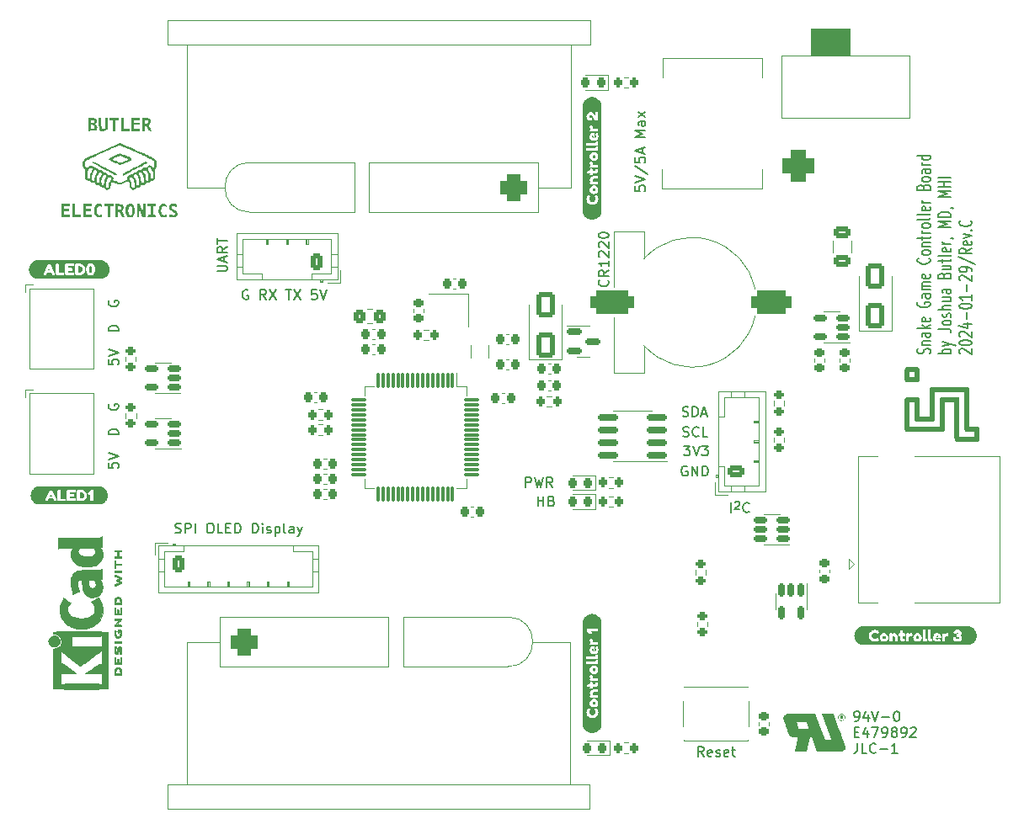
<source format=gbr>
%TF.GenerationSoftware,KiCad,Pcbnew,8.0.0-rc2*%
%TF.CreationDate,2024-01-29T20:33:42-05:00*%
%TF.ProjectId,stm32-snake-controller,73746d33-322d-4736-9e61-6b652d636f6e,C*%
%TF.SameCoordinates,Original*%
%TF.FileFunction,Legend,Top*%
%TF.FilePolarity,Positive*%
%FSLAX46Y46*%
G04 Gerber Fmt 4.6, Leading zero omitted, Abs format (unit mm)*
G04 Created by KiCad (PCBNEW 8.0.0-rc2) date 2024-01-29 20:33:42*
%MOMM*%
%LPD*%
G01*
G04 APERTURE LIST*
G04 Aperture macros list*
%AMRoundRect*
0 Rectangle with rounded corners*
0 $1 Rounding radius*
0 $2 $3 $4 $5 $6 $7 $8 $9 X,Y pos of 4 corners*
0 Add a 4 corners polygon primitive as box body*
4,1,4,$2,$3,$4,$5,$6,$7,$8,$9,$2,$3,0*
0 Add four circle primitives for the rounded corners*
1,1,$1+$1,$2,$3*
1,1,$1+$1,$4,$5*
1,1,$1+$1,$6,$7*
1,1,$1+$1,$8,$9*
0 Add four rect primitives between the rounded corners*
20,1,$1+$1,$2,$3,$4,$5,0*
20,1,$1+$1,$4,$5,$6,$7,0*
20,1,$1+$1,$6,$7,$8,$9,0*
20,1,$1+$1,$8,$9,$2,$3,0*%
G04 Aperture macros list end*
%ADD10C,0.153000*%
%ADD11C,0.200000*%
%ADD12C,0.120000*%
%ADD13C,0.100000*%
%ADD14C,0.010000*%
%ADD15C,0.000000*%
%ADD16C,3.200000*%
%ADD17RoundRect,0.800000X0.800000X0.800000X-0.800000X0.800000X-0.800000X-0.800000X0.800000X-0.800000X0*%
%ADD18RoundRect,0.150000X0.512500X0.150000X-0.512500X0.150000X-0.512500X-0.150000X0.512500X-0.150000X0*%
%ADD19RoundRect,0.200000X-0.200000X-0.275000X0.200000X-0.275000X0.200000X0.275000X-0.200000X0.275000X0*%
%ADD20RoundRect,0.225000X0.250000X-0.225000X0.250000X0.225000X-0.250000X0.225000X-0.250000X-0.225000X0*%
%ADD21RoundRect,0.250000X0.325000X0.450000X-0.325000X0.450000X-0.325000X-0.450000X0.325000X-0.450000X0*%
%ADD22R,1.650000X1.650000*%
%ADD23C,1.650000*%
%ADD24R,1.800000X1.000000*%
%ADD25RoundRect,0.225000X0.225000X0.250000X-0.225000X0.250000X-0.225000X-0.250000X0.225000X-0.250000X0*%
%ADD26R,1.000000X0.750000*%
%ADD27RoundRect,0.250000X0.650000X-1.000000X0.650000X1.000000X-0.650000X1.000000X-0.650000X-1.000000X0*%
%ADD28RoundRect,0.218750X0.218750X0.256250X-0.218750X0.256250X-0.218750X-0.256250X0.218750X-0.256250X0*%
%ADD29RoundRect,0.200000X-0.275000X0.200000X-0.275000X-0.200000X0.275000X-0.200000X0.275000X0.200000X0*%
%ADD30RoundRect,0.250000X0.350000X0.625000X-0.350000X0.625000X-0.350000X-0.625000X0.350000X-0.625000X0*%
%ADD31O,1.200000X1.750000*%
%ADD32RoundRect,0.150000X-0.587500X-0.150000X0.587500X-0.150000X0.587500X0.150000X-0.587500X0.150000X0*%
%ADD33RoundRect,0.200000X0.275000X-0.200000X0.275000X0.200000X-0.275000X0.200000X-0.275000X-0.200000X0*%
%ADD34RoundRect,0.225000X-0.225000X-0.250000X0.225000X-0.250000X0.225000X0.250000X-0.225000X0.250000X0*%
%ADD35RoundRect,0.150000X0.825000X0.150000X-0.825000X0.150000X-0.825000X-0.150000X0.825000X-0.150000X0*%
%ADD36R,1.400000X1.200000*%
%ADD37RoundRect,0.150000X-0.150000X0.512500X-0.150000X-0.512500X0.150000X-0.512500X0.150000X0.512500X0*%
%ADD38O,3.400000X2.000000*%
%ADD39R,4.000000X2.000000*%
%ADD40O,2.000000X3.300000*%
%ADD41C,1.600000*%
%ADD42RoundRect,0.225000X-0.250000X0.225000X-0.250000X-0.225000X0.250000X-0.225000X0.250000X0.225000X0*%
%ADD43RoundRect,0.200000X0.200000X0.275000X-0.200000X0.275000X-0.200000X-0.275000X0.200000X-0.275000X0*%
%ADD44RoundRect,0.687500X-0.687500X-0.687500X0.687500X-0.687500X0.687500X0.687500X-0.687500X0.687500X0*%
%ADD45C,2.750000*%
%ADD46RoundRect,0.250000X0.625000X-0.350000X0.625000X0.350000X-0.625000X0.350000X-0.625000X-0.350000X0*%
%ADD47O,1.750000X1.200000*%
%ADD48C,0.991000*%
%ADD49C,0.787000*%
%ADD50RoundRect,0.075000X-0.075000X0.700000X-0.075000X-0.700000X0.075000X-0.700000X0.075000X0.700000X0*%
%ADD51RoundRect,0.075000X-0.700000X0.075000X-0.700000X-0.075000X0.700000X-0.075000X0.700000X0.075000X0*%
%ADD52RoundRect,0.250000X-0.350000X-0.625000X0.350000X-0.625000X0.350000X0.625000X-0.350000X0.625000X0*%
%ADD53RoundRect,0.687500X0.687500X0.687500X-0.687500X0.687500X-0.687500X-0.687500X0.687500X-0.687500X0*%
%ADD54RoundRect,0.250000X-0.625000X0.375000X-0.625000X-0.375000X0.625000X-0.375000X0.625000X0.375000X0*%
%ADD55R,1.524000X1.524000*%
%ADD56C,1.524000*%
%ADD57C,3.500000*%
%ADD58RoundRect,0.575000X-1.625000X-0.575000X1.625000X-0.575000X1.625000X0.575000X-1.625000X0.575000X0*%
%ADD59RoundRect,0.575000X-1.425000X-0.575000X1.425000X-0.575000X1.425000X0.575000X-1.425000X0.575000X0*%
G04 APERTURE END LIST*
D10*
X67050914Y34009956D02*
X67193771Y33962337D01*
X67193771Y33962337D02*
X67431866Y33962337D01*
X67431866Y33962337D02*
X67527104Y34009956D01*
X67527104Y34009956D02*
X67574723Y34057576D01*
X67574723Y34057576D02*
X67622342Y34152814D01*
X67622342Y34152814D02*
X67622342Y34248052D01*
X67622342Y34248052D02*
X67574723Y34343290D01*
X67574723Y34343290D02*
X67527104Y34390909D01*
X67527104Y34390909D02*
X67431866Y34438528D01*
X67431866Y34438528D02*
X67241390Y34486147D01*
X67241390Y34486147D02*
X67146152Y34533766D01*
X67146152Y34533766D02*
X67098533Y34581385D01*
X67098533Y34581385D02*
X67050914Y34676623D01*
X67050914Y34676623D02*
X67050914Y34771861D01*
X67050914Y34771861D02*
X67098533Y34867099D01*
X67098533Y34867099D02*
X67146152Y34914718D01*
X67146152Y34914718D02*
X67241390Y34962337D01*
X67241390Y34962337D02*
X67479485Y34962337D01*
X67479485Y34962337D02*
X67622342Y34914718D01*
X68622342Y34057576D02*
X68574723Y34009956D01*
X68574723Y34009956D02*
X68431866Y33962337D01*
X68431866Y33962337D02*
X68336628Y33962337D01*
X68336628Y33962337D02*
X68193771Y34009956D01*
X68193771Y34009956D02*
X68098533Y34105195D01*
X68098533Y34105195D02*
X68050914Y34200433D01*
X68050914Y34200433D02*
X68003295Y34390909D01*
X68003295Y34390909D02*
X68003295Y34533766D01*
X68003295Y34533766D02*
X68050914Y34724242D01*
X68050914Y34724242D02*
X68098533Y34819480D01*
X68098533Y34819480D02*
X68193771Y34914718D01*
X68193771Y34914718D02*
X68336628Y34962337D01*
X68336628Y34962337D02*
X68431866Y34962337D01*
X68431866Y34962337D02*
X68574723Y34914718D01*
X68574723Y34914718D02*
X68622342Y34867099D01*
X69527104Y33962337D02*
X69050914Y33962337D01*
X69050914Y33962337D02*
X69050914Y34962337D01*
X67463628Y30977718D02*
X67368390Y31025337D01*
X67368390Y31025337D02*
X67225533Y31025337D01*
X67225533Y31025337D02*
X67082676Y30977718D01*
X67082676Y30977718D02*
X66987438Y30882480D01*
X66987438Y30882480D02*
X66939819Y30787242D01*
X66939819Y30787242D02*
X66892200Y30596766D01*
X66892200Y30596766D02*
X66892200Y30453909D01*
X66892200Y30453909D02*
X66939819Y30263433D01*
X66939819Y30263433D02*
X66987438Y30168195D01*
X66987438Y30168195D02*
X67082676Y30072956D01*
X67082676Y30072956D02*
X67225533Y30025337D01*
X67225533Y30025337D02*
X67320771Y30025337D01*
X67320771Y30025337D02*
X67463628Y30072956D01*
X67463628Y30072956D02*
X67511247Y30120576D01*
X67511247Y30120576D02*
X67511247Y30453909D01*
X67511247Y30453909D02*
X67320771Y30453909D01*
X67939819Y30025337D02*
X67939819Y31025337D01*
X67939819Y31025337D02*
X68511247Y30025337D01*
X68511247Y30025337D02*
X68511247Y31025337D01*
X68987438Y30025337D02*
X68987438Y31025337D01*
X68987438Y31025337D02*
X69225533Y31025337D01*
X69225533Y31025337D02*
X69368390Y30977718D01*
X69368390Y30977718D02*
X69463628Y30882480D01*
X69463628Y30882480D02*
X69511247Y30787242D01*
X69511247Y30787242D02*
X69558866Y30596766D01*
X69558866Y30596766D02*
X69558866Y30453909D01*
X69558866Y30453909D02*
X69511247Y30263433D01*
X69511247Y30263433D02*
X69463628Y30168195D01*
X69463628Y30168195D02*
X69368390Y30072956D01*
X69368390Y30072956D02*
X69225533Y30025337D01*
X69225533Y30025337D02*
X68987438Y30025337D01*
D11*
X71890048Y26344781D02*
X71890048Y27344781D01*
X72280523Y27358115D02*
X72318619Y27396210D01*
X72318619Y27396210D02*
X72394809Y27434305D01*
X72394809Y27434305D02*
X72585285Y27434305D01*
X72585285Y27434305D02*
X72661476Y27396210D01*
X72661476Y27396210D02*
X72699571Y27358115D01*
X72699571Y27358115D02*
X72737666Y27281924D01*
X72737666Y27281924D02*
X72737666Y27205734D01*
X72737666Y27205734D02*
X72699571Y27091448D01*
X72699571Y27091448D02*
X72242428Y26634305D01*
X72242428Y26634305D02*
X72737666Y26634305D01*
X73699571Y26440020D02*
X73651952Y26392400D01*
X73651952Y26392400D02*
X73509095Y26344781D01*
X73509095Y26344781D02*
X73413857Y26344781D01*
X73413857Y26344781D02*
X73271000Y26392400D01*
X73271000Y26392400D02*
X73175762Y26487639D01*
X73175762Y26487639D02*
X73128143Y26582877D01*
X73128143Y26582877D02*
X73080524Y26773353D01*
X73080524Y26773353D02*
X73080524Y26916210D01*
X73080524Y26916210D02*
X73128143Y27106686D01*
X73128143Y27106686D02*
X73175762Y27201924D01*
X73175762Y27201924D02*
X73271000Y27297162D01*
X73271000Y27297162D02*
X73413857Y27344781D01*
X73413857Y27344781D02*
X73509095Y27344781D01*
X73509095Y27344781D02*
X73651952Y27297162D01*
X73651952Y27297162D02*
X73699571Y27249543D01*
D10*
X91851190Y42309086D02*
X91913094Y42437657D01*
X91913094Y42437657D02*
X91913094Y42651943D01*
X91913094Y42651943D02*
X91851190Y42737657D01*
X91851190Y42737657D02*
X91789285Y42780515D01*
X91789285Y42780515D02*
X91665475Y42823372D01*
X91665475Y42823372D02*
X91541666Y42823372D01*
X91541666Y42823372D02*
X91417856Y42780515D01*
X91417856Y42780515D02*
X91355951Y42737657D01*
X91355951Y42737657D02*
X91294047Y42651943D01*
X91294047Y42651943D02*
X91232142Y42480515D01*
X91232142Y42480515D02*
X91170237Y42394800D01*
X91170237Y42394800D02*
X91108332Y42351943D01*
X91108332Y42351943D02*
X90984523Y42309086D01*
X90984523Y42309086D02*
X90860713Y42309086D01*
X90860713Y42309086D02*
X90736904Y42351943D01*
X90736904Y42351943D02*
X90674999Y42394800D01*
X90674999Y42394800D02*
X90613094Y42480515D01*
X90613094Y42480515D02*
X90613094Y42694800D01*
X90613094Y42694800D02*
X90674999Y42823372D01*
X91046428Y43209086D02*
X91913094Y43209086D01*
X91170237Y43209086D02*
X91108332Y43251943D01*
X91108332Y43251943D02*
X91046428Y43337658D01*
X91046428Y43337658D02*
X91046428Y43466229D01*
X91046428Y43466229D02*
X91108332Y43551943D01*
X91108332Y43551943D02*
X91232142Y43594800D01*
X91232142Y43594800D02*
X91913094Y43594800D01*
X91913094Y44409086D02*
X91232142Y44409086D01*
X91232142Y44409086D02*
X91108332Y44366229D01*
X91108332Y44366229D02*
X91046428Y44280515D01*
X91046428Y44280515D02*
X91046428Y44109086D01*
X91046428Y44109086D02*
X91108332Y44023372D01*
X91851190Y44409086D02*
X91913094Y44323372D01*
X91913094Y44323372D02*
X91913094Y44109086D01*
X91913094Y44109086D02*
X91851190Y44023372D01*
X91851190Y44023372D02*
X91727380Y43980515D01*
X91727380Y43980515D02*
X91603570Y43980515D01*
X91603570Y43980515D02*
X91479761Y44023372D01*
X91479761Y44023372D02*
X91417856Y44109086D01*
X91417856Y44109086D02*
X91417856Y44323372D01*
X91417856Y44323372D02*
X91355951Y44409086D01*
X91913094Y44837658D02*
X90613094Y44837658D01*
X91417856Y44923372D02*
X91913094Y45180515D01*
X91046428Y45180515D02*
X91541666Y44837658D01*
X91851190Y45909086D02*
X91913094Y45823372D01*
X91913094Y45823372D02*
X91913094Y45651943D01*
X91913094Y45651943D02*
X91851190Y45566229D01*
X91851190Y45566229D02*
X91727380Y45523372D01*
X91727380Y45523372D02*
X91232142Y45523372D01*
X91232142Y45523372D02*
X91108332Y45566229D01*
X91108332Y45566229D02*
X91046428Y45651943D01*
X91046428Y45651943D02*
X91046428Y45823372D01*
X91046428Y45823372D02*
X91108332Y45909086D01*
X91108332Y45909086D02*
X91232142Y45951943D01*
X91232142Y45951943D02*
X91355951Y45951943D01*
X91355951Y45951943D02*
X91479761Y45523372D01*
X90674999Y47494801D02*
X90613094Y47409086D01*
X90613094Y47409086D02*
X90613094Y47280515D01*
X90613094Y47280515D02*
X90674999Y47151944D01*
X90674999Y47151944D02*
X90798809Y47066229D01*
X90798809Y47066229D02*
X90922618Y47023372D01*
X90922618Y47023372D02*
X91170237Y46980515D01*
X91170237Y46980515D02*
X91355951Y46980515D01*
X91355951Y46980515D02*
X91603570Y47023372D01*
X91603570Y47023372D02*
X91727380Y47066229D01*
X91727380Y47066229D02*
X91851190Y47151944D01*
X91851190Y47151944D02*
X91913094Y47280515D01*
X91913094Y47280515D02*
X91913094Y47366229D01*
X91913094Y47366229D02*
X91851190Y47494801D01*
X91851190Y47494801D02*
X91789285Y47537658D01*
X91789285Y47537658D02*
X91355951Y47537658D01*
X91355951Y47537658D02*
X91355951Y47366229D01*
X91913094Y48309086D02*
X91232142Y48309086D01*
X91232142Y48309086D02*
X91108332Y48266229D01*
X91108332Y48266229D02*
X91046428Y48180515D01*
X91046428Y48180515D02*
X91046428Y48009086D01*
X91046428Y48009086D02*
X91108332Y47923372D01*
X91851190Y48309086D02*
X91913094Y48223372D01*
X91913094Y48223372D02*
X91913094Y48009086D01*
X91913094Y48009086D02*
X91851190Y47923372D01*
X91851190Y47923372D02*
X91727380Y47880515D01*
X91727380Y47880515D02*
X91603570Y47880515D01*
X91603570Y47880515D02*
X91479761Y47923372D01*
X91479761Y47923372D02*
X91417856Y48009086D01*
X91417856Y48009086D02*
X91417856Y48223372D01*
X91417856Y48223372D02*
X91355951Y48309086D01*
X91913094Y48737658D02*
X91046428Y48737658D01*
X91170237Y48737658D02*
X91108332Y48780515D01*
X91108332Y48780515D02*
X91046428Y48866230D01*
X91046428Y48866230D02*
X91046428Y48994801D01*
X91046428Y48994801D02*
X91108332Y49080515D01*
X91108332Y49080515D02*
X91232142Y49123372D01*
X91232142Y49123372D02*
X91913094Y49123372D01*
X91232142Y49123372D02*
X91108332Y49166230D01*
X91108332Y49166230D02*
X91046428Y49251944D01*
X91046428Y49251944D02*
X91046428Y49380515D01*
X91046428Y49380515D02*
X91108332Y49466230D01*
X91108332Y49466230D02*
X91232142Y49509087D01*
X91232142Y49509087D02*
X91913094Y49509087D01*
X91851190Y50280515D02*
X91913094Y50194801D01*
X91913094Y50194801D02*
X91913094Y50023372D01*
X91913094Y50023372D02*
X91851190Y49937658D01*
X91851190Y49937658D02*
X91727380Y49894801D01*
X91727380Y49894801D02*
X91232142Y49894801D01*
X91232142Y49894801D02*
X91108332Y49937658D01*
X91108332Y49937658D02*
X91046428Y50023372D01*
X91046428Y50023372D02*
X91046428Y50194801D01*
X91046428Y50194801D02*
X91108332Y50280515D01*
X91108332Y50280515D02*
X91232142Y50323372D01*
X91232142Y50323372D02*
X91355951Y50323372D01*
X91355951Y50323372D02*
X91479761Y49894801D01*
X91789285Y51909087D02*
X91851190Y51866230D01*
X91851190Y51866230D02*
X91913094Y51737658D01*
X91913094Y51737658D02*
X91913094Y51651944D01*
X91913094Y51651944D02*
X91851190Y51523373D01*
X91851190Y51523373D02*
X91727380Y51437658D01*
X91727380Y51437658D02*
X91603570Y51394801D01*
X91603570Y51394801D02*
X91355951Y51351944D01*
X91355951Y51351944D02*
X91170237Y51351944D01*
X91170237Y51351944D02*
X90922618Y51394801D01*
X90922618Y51394801D02*
X90798809Y51437658D01*
X90798809Y51437658D02*
X90674999Y51523373D01*
X90674999Y51523373D02*
X90613094Y51651944D01*
X90613094Y51651944D02*
X90613094Y51737658D01*
X90613094Y51737658D02*
X90674999Y51866230D01*
X90674999Y51866230D02*
X90736904Y51909087D01*
X91913094Y52423373D02*
X91851190Y52337658D01*
X91851190Y52337658D02*
X91789285Y52294801D01*
X91789285Y52294801D02*
X91665475Y52251944D01*
X91665475Y52251944D02*
X91294047Y52251944D01*
X91294047Y52251944D02*
X91170237Y52294801D01*
X91170237Y52294801D02*
X91108332Y52337658D01*
X91108332Y52337658D02*
X91046428Y52423373D01*
X91046428Y52423373D02*
X91046428Y52551944D01*
X91046428Y52551944D02*
X91108332Y52637658D01*
X91108332Y52637658D02*
X91170237Y52680515D01*
X91170237Y52680515D02*
X91294047Y52723373D01*
X91294047Y52723373D02*
X91665475Y52723373D01*
X91665475Y52723373D02*
X91789285Y52680515D01*
X91789285Y52680515D02*
X91851190Y52637658D01*
X91851190Y52637658D02*
X91913094Y52551944D01*
X91913094Y52551944D02*
X91913094Y52423373D01*
X91046428Y53109087D02*
X91913094Y53109087D01*
X91170237Y53109087D02*
X91108332Y53151944D01*
X91108332Y53151944D02*
X91046428Y53237659D01*
X91046428Y53237659D02*
X91046428Y53366230D01*
X91046428Y53366230D02*
X91108332Y53451944D01*
X91108332Y53451944D02*
X91232142Y53494801D01*
X91232142Y53494801D02*
X91913094Y53494801D01*
X91046428Y53794802D02*
X91046428Y54137659D01*
X90613094Y53923373D02*
X91727380Y53923373D01*
X91727380Y53923373D02*
X91851190Y53966230D01*
X91851190Y53966230D02*
X91913094Y54051945D01*
X91913094Y54051945D02*
X91913094Y54137659D01*
X91913094Y54437659D02*
X91046428Y54437659D01*
X91294047Y54437659D02*
X91170237Y54480516D01*
X91170237Y54480516D02*
X91108332Y54523373D01*
X91108332Y54523373D02*
X91046428Y54609088D01*
X91046428Y54609088D02*
X91046428Y54694802D01*
X91913094Y55123374D02*
X91851190Y55037659D01*
X91851190Y55037659D02*
X91789285Y54994802D01*
X91789285Y54994802D02*
X91665475Y54951945D01*
X91665475Y54951945D02*
X91294047Y54951945D01*
X91294047Y54951945D02*
X91170237Y54994802D01*
X91170237Y54994802D02*
X91108332Y55037659D01*
X91108332Y55037659D02*
X91046428Y55123374D01*
X91046428Y55123374D02*
X91046428Y55251945D01*
X91046428Y55251945D02*
X91108332Y55337659D01*
X91108332Y55337659D02*
X91170237Y55380516D01*
X91170237Y55380516D02*
X91294047Y55423374D01*
X91294047Y55423374D02*
X91665475Y55423374D01*
X91665475Y55423374D02*
X91789285Y55380516D01*
X91789285Y55380516D02*
X91851190Y55337659D01*
X91851190Y55337659D02*
X91913094Y55251945D01*
X91913094Y55251945D02*
X91913094Y55123374D01*
X91913094Y55937660D02*
X91851190Y55851945D01*
X91851190Y55851945D02*
X91727380Y55809088D01*
X91727380Y55809088D02*
X90613094Y55809088D01*
X91913094Y56409089D02*
X91851190Y56323374D01*
X91851190Y56323374D02*
X91727380Y56280517D01*
X91727380Y56280517D02*
X90613094Y56280517D01*
X91851190Y57094803D02*
X91913094Y57009089D01*
X91913094Y57009089D02*
X91913094Y56837660D01*
X91913094Y56837660D02*
X91851190Y56751946D01*
X91851190Y56751946D02*
X91727380Y56709089D01*
X91727380Y56709089D02*
X91232142Y56709089D01*
X91232142Y56709089D02*
X91108332Y56751946D01*
X91108332Y56751946D02*
X91046428Y56837660D01*
X91046428Y56837660D02*
X91046428Y57009089D01*
X91046428Y57009089D02*
X91108332Y57094803D01*
X91108332Y57094803D02*
X91232142Y57137660D01*
X91232142Y57137660D02*
X91355951Y57137660D01*
X91355951Y57137660D02*
X91479761Y56709089D01*
X91913094Y57523375D02*
X91046428Y57523375D01*
X91294047Y57523375D02*
X91170237Y57566232D01*
X91170237Y57566232D02*
X91108332Y57609089D01*
X91108332Y57609089D02*
X91046428Y57694804D01*
X91046428Y57694804D02*
X91046428Y57780518D01*
X91232142Y59066232D02*
X91294047Y59194804D01*
X91294047Y59194804D02*
X91355951Y59237661D01*
X91355951Y59237661D02*
X91479761Y59280518D01*
X91479761Y59280518D02*
X91665475Y59280518D01*
X91665475Y59280518D02*
X91789285Y59237661D01*
X91789285Y59237661D02*
X91851190Y59194804D01*
X91851190Y59194804D02*
X91913094Y59109089D01*
X91913094Y59109089D02*
X91913094Y58766232D01*
X91913094Y58766232D02*
X90613094Y58766232D01*
X90613094Y58766232D02*
X90613094Y59066232D01*
X90613094Y59066232D02*
X90674999Y59151946D01*
X90674999Y59151946D02*
X90736904Y59194804D01*
X90736904Y59194804D02*
X90860713Y59237661D01*
X90860713Y59237661D02*
X90984523Y59237661D01*
X90984523Y59237661D02*
X91108332Y59194804D01*
X91108332Y59194804D02*
X91170237Y59151946D01*
X91170237Y59151946D02*
X91232142Y59066232D01*
X91232142Y59066232D02*
X91232142Y58766232D01*
X91913094Y59794804D02*
X91851190Y59709089D01*
X91851190Y59709089D02*
X91789285Y59666232D01*
X91789285Y59666232D02*
X91665475Y59623375D01*
X91665475Y59623375D02*
X91294047Y59623375D01*
X91294047Y59623375D02*
X91170237Y59666232D01*
X91170237Y59666232D02*
X91108332Y59709089D01*
X91108332Y59709089D02*
X91046428Y59794804D01*
X91046428Y59794804D02*
X91046428Y59923375D01*
X91046428Y59923375D02*
X91108332Y60009089D01*
X91108332Y60009089D02*
X91170237Y60051946D01*
X91170237Y60051946D02*
X91294047Y60094804D01*
X91294047Y60094804D02*
X91665475Y60094804D01*
X91665475Y60094804D02*
X91789285Y60051946D01*
X91789285Y60051946D02*
X91851190Y60009089D01*
X91851190Y60009089D02*
X91913094Y59923375D01*
X91913094Y59923375D02*
X91913094Y59794804D01*
X91913094Y60866232D02*
X91232142Y60866232D01*
X91232142Y60866232D02*
X91108332Y60823375D01*
X91108332Y60823375D02*
X91046428Y60737661D01*
X91046428Y60737661D02*
X91046428Y60566232D01*
X91046428Y60566232D02*
X91108332Y60480518D01*
X91851190Y60866232D02*
X91913094Y60780518D01*
X91913094Y60780518D02*
X91913094Y60566232D01*
X91913094Y60566232D02*
X91851190Y60480518D01*
X91851190Y60480518D02*
X91727380Y60437661D01*
X91727380Y60437661D02*
X91603570Y60437661D01*
X91603570Y60437661D02*
X91479761Y60480518D01*
X91479761Y60480518D02*
X91417856Y60566232D01*
X91417856Y60566232D02*
X91417856Y60780518D01*
X91417856Y60780518D02*
X91355951Y60866232D01*
X91913094Y61294804D02*
X91046428Y61294804D01*
X91294047Y61294804D02*
X91170237Y61337661D01*
X91170237Y61337661D02*
X91108332Y61380518D01*
X91108332Y61380518D02*
X91046428Y61466233D01*
X91046428Y61466233D02*
X91046428Y61551947D01*
X91913094Y62237661D02*
X90613094Y62237661D01*
X91851190Y62237661D02*
X91913094Y62151947D01*
X91913094Y62151947D02*
X91913094Y61980519D01*
X91913094Y61980519D02*
X91851190Y61894804D01*
X91851190Y61894804D02*
X91789285Y61851947D01*
X91789285Y61851947D02*
X91665475Y61809090D01*
X91665475Y61809090D02*
X91294047Y61809090D01*
X91294047Y61809090D02*
X91170237Y61851947D01*
X91170237Y61851947D02*
X91108332Y61894804D01*
X91108332Y61894804D02*
X91046428Y61980519D01*
X91046428Y61980519D02*
X91046428Y62151947D01*
X91046428Y62151947D02*
X91108332Y62237661D01*
X94006021Y42351943D02*
X92706021Y42351943D01*
X93201259Y42351943D02*
X93139355Y42437657D01*
X93139355Y42437657D02*
X93139355Y42609086D01*
X93139355Y42609086D02*
X93201259Y42694800D01*
X93201259Y42694800D02*
X93263164Y42737657D01*
X93263164Y42737657D02*
X93386974Y42780515D01*
X93386974Y42780515D02*
X93758402Y42780515D01*
X93758402Y42780515D02*
X93882212Y42737657D01*
X93882212Y42737657D02*
X93944117Y42694800D01*
X93944117Y42694800D02*
X94006021Y42609086D01*
X94006021Y42609086D02*
X94006021Y42437657D01*
X94006021Y42437657D02*
X93944117Y42351943D01*
X93139355Y43080515D02*
X94006021Y43294801D01*
X93139355Y43509086D02*
X94006021Y43294801D01*
X94006021Y43294801D02*
X94315545Y43209086D01*
X94315545Y43209086D02*
X94377450Y43166229D01*
X94377450Y43166229D02*
X94439355Y43080515D01*
X92706021Y44794800D02*
X93634593Y44794800D01*
X93634593Y44794800D02*
X93820307Y44751943D01*
X93820307Y44751943D02*
X93944117Y44666229D01*
X93944117Y44666229D02*
X94006021Y44537657D01*
X94006021Y44537657D02*
X94006021Y44451943D01*
X94006021Y45351943D02*
X93944117Y45266228D01*
X93944117Y45266228D02*
X93882212Y45223371D01*
X93882212Y45223371D02*
X93758402Y45180514D01*
X93758402Y45180514D02*
X93386974Y45180514D01*
X93386974Y45180514D02*
X93263164Y45223371D01*
X93263164Y45223371D02*
X93201259Y45266228D01*
X93201259Y45266228D02*
X93139355Y45351943D01*
X93139355Y45351943D02*
X93139355Y45480514D01*
X93139355Y45480514D02*
X93201259Y45566228D01*
X93201259Y45566228D02*
X93263164Y45609085D01*
X93263164Y45609085D02*
X93386974Y45651943D01*
X93386974Y45651943D02*
X93758402Y45651943D01*
X93758402Y45651943D02*
X93882212Y45609085D01*
X93882212Y45609085D02*
X93944117Y45566228D01*
X93944117Y45566228D02*
X94006021Y45480514D01*
X94006021Y45480514D02*
X94006021Y45351943D01*
X93944117Y45994800D02*
X94006021Y46080514D01*
X94006021Y46080514D02*
X94006021Y46251943D01*
X94006021Y46251943D02*
X93944117Y46337657D01*
X93944117Y46337657D02*
X93820307Y46380514D01*
X93820307Y46380514D02*
X93758402Y46380514D01*
X93758402Y46380514D02*
X93634593Y46337657D01*
X93634593Y46337657D02*
X93572688Y46251943D01*
X93572688Y46251943D02*
X93572688Y46123371D01*
X93572688Y46123371D02*
X93510783Y46037657D01*
X93510783Y46037657D02*
X93386974Y45994800D01*
X93386974Y45994800D02*
X93325069Y45994800D01*
X93325069Y45994800D02*
X93201259Y46037657D01*
X93201259Y46037657D02*
X93139355Y46123371D01*
X93139355Y46123371D02*
X93139355Y46251943D01*
X93139355Y46251943D02*
X93201259Y46337657D01*
X94006021Y46766228D02*
X92706021Y46766228D01*
X94006021Y47151942D02*
X93325069Y47151942D01*
X93325069Y47151942D02*
X93201259Y47109085D01*
X93201259Y47109085D02*
X93139355Y47023371D01*
X93139355Y47023371D02*
X93139355Y46894800D01*
X93139355Y46894800D02*
X93201259Y46809085D01*
X93201259Y46809085D02*
X93263164Y46766228D01*
X93139355Y47966228D02*
X94006021Y47966228D01*
X93139355Y47580514D02*
X93820307Y47580514D01*
X93820307Y47580514D02*
X93944117Y47623371D01*
X93944117Y47623371D02*
X94006021Y47709086D01*
X94006021Y47709086D02*
X94006021Y47837657D01*
X94006021Y47837657D02*
X93944117Y47923371D01*
X93944117Y47923371D02*
X93882212Y47966228D01*
X94006021Y48780514D02*
X93325069Y48780514D01*
X93325069Y48780514D02*
X93201259Y48737657D01*
X93201259Y48737657D02*
X93139355Y48651943D01*
X93139355Y48651943D02*
X93139355Y48480514D01*
X93139355Y48480514D02*
X93201259Y48394800D01*
X93944117Y48780514D02*
X94006021Y48694800D01*
X94006021Y48694800D02*
X94006021Y48480514D01*
X94006021Y48480514D02*
X93944117Y48394800D01*
X93944117Y48394800D02*
X93820307Y48351943D01*
X93820307Y48351943D02*
X93696497Y48351943D01*
X93696497Y48351943D02*
X93572688Y48394800D01*
X93572688Y48394800D02*
X93510783Y48480514D01*
X93510783Y48480514D02*
X93510783Y48694800D01*
X93510783Y48694800D02*
X93448878Y48780514D01*
X93325069Y50194800D02*
X93386974Y50323372D01*
X93386974Y50323372D02*
X93448878Y50366229D01*
X93448878Y50366229D02*
X93572688Y50409086D01*
X93572688Y50409086D02*
X93758402Y50409086D01*
X93758402Y50409086D02*
X93882212Y50366229D01*
X93882212Y50366229D02*
X93944117Y50323372D01*
X93944117Y50323372D02*
X94006021Y50237657D01*
X94006021Y50237657D02*
X94006021Y49894800D01*
X94006021Y49894800D02*
X92706021Y49894800D01*
X92706021Y49894800D02*
X92706021Y50194800D01*
X92706021Y50194800D02*
X92767926Y50280514D01*
X92767926Y50280514D02*
X92829831Y50323372D01*
X92829831Y50323372D02*
X92953640Y50366229D01*
X92953640Y50366229D02*
X93077450Y50366229D01*
X93077450Y50366229D02*
X93201259Y50323372D01*
X93201259Y50323372D02*
X93263164Y50280514D01*
X93263164Y50280514D02*
X93325069Y50194800D01*
X93325069Y50194800D02*
X93325069Y49894800D01*
X93139355Y51180514D02*
X94006021Y51180514D01*
X93139355Y50794800D02*
X93820307Y50794800D01*
X93820307Y50794800D02*
X93944117Y50837657D01*
X93944117Y50837657D02*
X94006021Y50923372D01*
X94006021Y50923372D02*
X94006021Y51051943D01*
X94006021Y51051943D02*
X93944117Y51137657D01*
X93944117Y51137657D02*
X93882212Y51180514D01*
X93139355Y51480515D02*
X93139355Y51823372D01*
X92706021Y51609086D02*
X93820307Y51609086D01*
X93820307Y51609086D02*
X93944117Y51651943D01*
X93944117Y51651943D02*
X94006021Y51737658D01*
X94006021Y51737658D02*
X94006021Y51823372D01*
X94006021Y52251944D02*
X93944117Y52166229D01*
X93944117Y52166229D02*
X93820307Y52123372D01*
X93820307Y52123372D02*
X92706021Y52123372D01*
X93944117Y52937658D02*
X94006021Y52851944D01*
X94006021Y52851944D02*
X94006021Y52680515D01*
X94006021Y52680515D02*
X93944117Y52594801D01*
X93944117Y52594801D02*
X93820307Y52551944D01*
X93820307Y52551944D02*
X93325069Y52551944D01*
X93325069Y52551944D02*
X93201259Y52594801D01*
X93201259Y52594801D02*
X93139355Y52680515D01*
X93139355Y52680515D02*
X93139355Y52851944D01*
X93139355Y52851944D02*
X93201259Y52937658D01*
X93201259Y52937658D02*
X93325069Y52980515D01*
X93325069Y52980515D02*
X93448878Y52980515D01*
X93448878Y52980515D02*
X93572688Y52551944D01*
X94006021Y53366230D02*
X93139355Y53366230D01*
X93386974Y53366230D02*
X93263164Y53409087D01*
X93263164Y53409087D02*
X93201259Y53451944D01*
X93201259Y53451944D02*
X93139355Y53537659D01*
X93139355Y53537659D02*
X93139355Y53623373D01*
X93944117Y53966230D02*
X94006021Y53966230D01*
X94006021Y53966230D02*
X94129831Y53923373D01*
X94129831Y53923373D02*
X94191736Y53880516D01*
X94006021Y55037658D02*
X92706021Y55037658D01*
X92706021Y55037658D02*
X93634593Y55337658D01*
X93634593Y55337658D02*
X92706021Y55637658D01*
X92706021Y55637658D02*
X94006021Y55637658D01*
X94006021Y56066229D02*
X92706021Y56066229D01*
X92706021Y56066229D02*
X92706021Y56280515D01*
X92706021Y56280515D02*
X92767926Y56409086D01*
X92767926Y56409086D02*
X92891736Y56494801D01*
X92891736Y56494801D02*
X93015545Y56537658D01*
X93015545Y56537658D02*
X93263164Y56580515D01*
X93263164Y56580515D02*
X93448878Y56580515D01*
X93448878Y56580515D02*
X93696497Y56537658D01*
X93696497Y56537658D02*
X93820307Y56494801D01*
X93820307Y56494801D02*
X93944117Y56409086D01*
X93944117Y56409086D02*
X94006021Y56280515D01*
X94006021Y56280515D02*
X94006021Y56066229D01*
X93944117Y57009086D02*
X94006021Y57009086D01*
X94006021Y57009086D02*
X94129831Y56966229D01*
X94129831Y56966229D02*
X94191736Y56923372D01*
X94006021Y58080514D02*
X92706021Y58080514D01*
X92706021Y58080514D02*
X93634593Y58380514D01*
X93634593Y58380514D02*
X92706021Y58680514D01*
X92706021Y58680514D02*
X94006021Y58680514D01*
X94006021Y59109085D02*
X92706021Y59109085D01*
X93325069Y59109085D02*
X93325069Y59623371D01*
X94006021Y59623371D02*
X92706021Y59623371D01*
X94006021Y60051942D02*
X92706021Y60051942D01*
X94922758Y42309086D02*
X94860853Y42351943D01*
X94860853Y42351943D02*
X94798948Y42437657D01*
X94798948Y42437657D02*
X94798948Y42651943D01*
X94798948Y42651943D02*
X94860853Y42737657D01*
X94860853Y42737657D02*
X94922758Y42780515D01*
X94922758Y42780515D02*
X95046567Y42823372D01*
X95046567Y42823372D02*
X95170377Y42823372D01*
X95170377Y42823372D02*
X95356091Y42780515D01*
X95356091Y42780515D02*
X96098948Y42266229D01*
X96098948Y42266229D02*
X96098948Y42823372D01*
X94798948Y43380515D02*
X94798948Y43466229D01*
X94798948Y43466229D02*
X94860853Y43551943D01*
X94860853Y43551943D02*
X94922758Y43594800D01*
X94922758Y43594800D02*
X95046567Y43637658D01*
X95046567Y43637658D02*
X95294186Y43680515D01*
X95294186Y43680515D02*
X95603710Y43680515D01*
X95603710Y43680515D02*
X95851329Y43637658D01*
X95851329Y43637658D02*
X95975139Y43594800D01*
X95975139Y43594800D02*
X96037044Y43551943D01*
X96037044Y43551943D02*
X96098948Y43466229D01*
X96098948Y43466229D02*
X96098948Y43380515D01*
X96098948Y43380515D02*
X96037044Y43294800D01*
X96037044Y43294800D02*
X95975139Y43251943D01*
X95975139Y43251943D02*
X95851329Y43209086D01*
X95851329Y43209086D02*
X95603710Y43166229D01*
X95603710Y43166229D02*
X95294186Y43166229D01*
X95294186Y43166229D02*
X95046567Y43209086D01*
X95046567Y43209086D02*
X94922758Y43251943D01*
X94922758Y43251943D02*
X94860853Y43294800D01*
X94860853Y43294800D02*
X94798948Y43380515D01*
X94922758Y44023372D02*
X94860853Y44066229D01*
X94860853Y44066229D02*
X94798948Y44151943D01*
X94798948Y44151943D02*
X94798948Y44366229D01*
X94798948Y44366229D02*
X94860853Y44451943D01*
X94860853Y44451943D02*
X94922758Y44494801D01*
X94922758Y44494801D02*
X95046567Y44537658D01*
X95046567Y44537658D02*
X95170377Y44537658D01*
X95170377Y44537658D02*
X95356091Y44494801D01*
X95356091Y44494801D02*
X96098948Y43980515D01*
X96098948Y43980515D02*
X96098948Y44537658D01*
X95232282Y45309086D02*
X96098948Y45309086D01*
X94737044Y45094801D02*
X95665615Y44880515D01*
X95665615Y44880515D02*
X95665615Y45437658D01*
X95603710Y45780515D02*
X95603710Y46466229D01*
X94798948Y47066230D02*
X94798948Y47151944D01*
X94798948Y47151944D02*
X94860853Y47237658D01*
X94860853Y47237658D02*
X94922758Y47280515D01*
X94922758Y47280515D02*
X95046567Y47323373D01*
X95046567Y47323373D02*
X95294186Y47366230D01*
X95294186Y47366230D02*
X95603710Y47366230D01*
X95603710Y47366230D02*
X95851329Y47323373D01*
X95851329Y47323373D02*
X95975139Y47280515D01*
X95975139Y47280515D02*
X96037044Y47237658D01*
X96037044Y47237658D02*
X96098948Y47151944D01*
X96098948Y47151944D02*
X96098948Y47066230D01*
X96098948Y47066230D02*
X96037044Y46980515D01*
X96037044Y46980515D02*
X95975139Y46937658D01*
X95975139Y46937658D02*
X95851329Y46894801D01*
X95851329Y46894801D02*
X95603710Y46851944D01*
X95603710Y46851944D02*
X95294186Y46851944D01*
X95294186Y46851944D02*
X95046567Y46894801D01*
X95046567Y46894801D02*
X94922758Y46937658D01*
X94922758Y46937658D02*
X94860853Y46980515D01*
X94860853Y46980515D02*
X94798948Y47066230D01*
X96098948Y48223373D02*
X96098948Y47709087D01*
X96098948Y47966230D02*
X94798948Y47966230D01*
X94798948Y47966230D02*
X94984663Y47880516D01*
X94984663Y47880516D02*
X95108472Y47794801D01*
X95108472Y47794801D02*
X95170377Y47709087D01*
X95603710Y48609087D02*
X95603710Y49294801D01*
X94922758Y49680516D02*
X94860853Y49723373D01*
X94860853Y49723373D02*
X94798948Y49809087D01*
X94798948Y49809087D02*
X94798948Y50023373D01*
X94798948Y50023373D02*
X94860853Y50109087D01*
X94860853Y50109087D02*
X94922758Y50151945D01*
X94922758Y50151945D02*
X95046567Y50194802D01*
X95046567Y50194802D02*
X95170377Y50194802D01*
X95170377Y50194802D02*
X95356091Y50151945D01*
X95356091Y50151945D02*
X96098948Y49637659D01*
X96098948Y49637659D02*
X96098948Y50194802D01*
X96098948Y50623373D02*
X96098948Y50794802D01*
X96098948Y50794802D02*
X96037044Y50880516D01*
X96037044Y50880516D02*
X95975139Y50923373D01*
X95975139Y50923373D02*
X95789424Y51009088D01*
X95789424Y51009088D02*
X95541805Y51051945D01*
X95541805Y51051945D02*
X95046567Y51051945D01*
X95046567Y51051945D02*
X94922758Y51009088D01*
X94922758Y51009088D02*
X94860853Y50966230D01*
X94860853Y50966230D02*
X94798948Y50880516D01*
X94798948Y50880516D02*
X94798948Y50709088D01*
X94798948Y50709088D02*
X94860853Y50623373D01*
X94860853Y50623373D02*
X94922758Y50580516D01*
X94922758Y50580516D02*
X95046567Y50537659D01*
X95046567Y50537659D02*
X95356091Y50537659D01*
X95356091Y50537659D02*
X95479901Y50580516D01*
X95479901Y50580516D02*
X95541805Y50623373D01*
X95541805Y50623373D02*
X95603710Y50709088D01*
X95603710Y50709088D02*
X95603710Y50880516D01*
X95603710Y50880516D02*
X95541805Y50966230D01*
X95541805Y50966230D02*
X95479901Y51009088D01*
X95479901Y51009088D02*
X95356091Y51051945D01*
X94737044Y52080516D02*
X96408472Y51309088D01*
X96098948Y52894802D02*
X95479901Y52594802D01*
X96098948Y52380516D02*
X94798948Y52380516D01*
X94798948Y52380516D02*
X94798948Y52723373D01*
X94798948Y52723373D02*
X94860853Y52809088D01*
X94860853Y52809088D02*
X94922758Y52851945D01*
X94922758Y52851945D02*
X95046567Y52894802D01*
X95046567Y52894802D02*
X95232282Y52894802D01*
X95232282Y52894802D02*
X95356091Y52851945D01*
X95356091Y52851945D02*
X95417996Y52809088D01*
X95417996Y52809088D02*
X95479901Y52723373D01*
X95479901Y52723373D02*
X95479901Y52380516D01*
X96037044Y53623373D02*
X96098948Y53537659D01*
X96098948Y53537659D02*
X96098948Y53366230D01*
X96098948Y53366230D02*
X96037044Y53280516D01*
X96037044Y53280516D02*
X95913234Y53237659D01*
X95913234Y53237659D02*
X95417996Y53237659D01*
X95417996Y53237659D02*
X95294186Y53280516D01*
X95294186Y53280516D02*
X95232282Y53366230D01*
X95232282Y53366230D02*
X95232282Y53537659D01*
X95232282Y53537659D02*
X95294186Y53623373D01*
X95294186Y53623373D02*
X95417996Y53666230D01*
X95417996Y53666230D02*
X95541805Y53666230D01*
X95541805Y53666230D02*
X95665615Y53237659D01*
X95232282Y53966231D02*
X96098948Y54180517D01*
X96098948Y54180517D02*
X95232282Y54394802D01*
X95975139Y54737659D02*
X96037044Y54780516D01*
X96037044Y54780516D02*
X96098948Y54737659D01*
X96098948Y54737659D02*
X96037044Y54694802D01*
X96037044Y54694802D02*
X95975139Y54737659D01*
X95975139Y54737659D02*
X96098948Y54737659D01*
X95975139Y55680516D02*
X96037044Y55637659D01*
X96037044Y55637659D02*
X96098948Y55509087D01*
X96098948Y55509087D02*
X96098948Y55423373D01*
X96098948Y55423373D02*
X96037044Y55294802D01*
X96037044Y55294802D02*
X95913234Y55209087D01*
X95913234Y55209087D02*
X95789424Y55166230D01*
X95789424Y55166230D02*
X95541805Y55123373D01*
X95541805Y55123373D02*
X95356091Y55123373D01*
X95356091Y55123373D02*
X95108472Y55166230D01*
X95108472Y55166230D02*
X94984663Y55209087D01*
X94984663Y55209087D02*
X94860853Y55294802D01*
X94860853Y55294802D02*
X94798948Y55423373D01*
X94798948Y55423373D02*
X94798948Y55509087D01*
X94798948Y55509087D02*
X94860853Y55637659D01*
X94860853Y55637659D02*
X94922758Y55680516D01*
X67003295Y36041956D02*
X67146152Y35994337D01*
X67146152Y35994337D02*
X67384247Y35994337D01*
X67384247Y35994337D02*
X67479485Y36041956D01*
X67479485Y36041956D02*
X67527104Y36089576D01*
X67527104Y36089576D02*
X67574723Y36184814D01*
X67574723Y36184814D02*
X67574723Y36280052D01*
X67574723Y36280052D02*
X67527104Y36375290D01*
X67527104Y36375290D02*
X67479485Y36422909D01*
X67479485Y36422909D02*
X67384247Y36470528D01*
X67384247Y36470528D02*
X67193771Y36518147D01*
X67193771Y36518147D02*
X67098533Y36565766D01*
X67098533Y36565766D02*
X67050914Y36613385D01*
X67050914Y36613385D02*
X67003295Y36708623D01*
X67003295Y36708623D02*
X67003295Y36803861D01*
X67003295Y36803861D02*
X67050914Y36899099D01*
X67050914Y36899099D02*
X67098533Y36946718D01*
X67098533Y36946718D02*
X67193771Y36994337D01*
X67193771Y36994337D02*
X67431866Y36994337D01*
X67431866Y36994337D02*
X67574723Y36946718D01*
X68003295Y35994337D02*
X68003295Y36994337D01*
X68003295Y36994337D02*
X68241390Y36994337D01*
X68241390Y36994337D02*
X68384247Y36946718D01*
X68384247Y36946718D02*
X68479485Y36851480D01*
X68479485Y36851480D02*
X68527104Y36756242D01*
X68527104Y36756242D02*
X68574723Y36565766D01*
X68574723Y36565766D02*
X68574723Y36422909D01*
X68574723Y36422909D02*
X68527104Y36232433D01*
X68527104Y36232433D02*
X68479485Y36137195D01*
X68479485Y36137195D02*
X68384247Y36041956D01*
X68384247Y36041956D02*
X68241390Y35994337D01*
X68241390Y35994337D02*
X68003295Y35994337D01*
X68955676Y36280052D02*
X69431866Y36280052D01*
X68860438Y35994337D02*
X69193771Y36994337D01*
X69193771Y36994337D02*
X69527104Y35994337D01*
X52445819Y26977337D02*
X52445819Y27977337D01*
X52445819Y27501147D02*
X53017247Y27501147D01*
X53017247Y26977337D02*
X53017247Y27977337D01*
X53826771Y27501147D02*
X53969628Y27453528D01*
X53969628Y27453528D02*
X54017247Y27405909D01*
X54017247Y27405909D02*
X54064866Y27310671D01*
X54064866Y27310671D02*
X54064866Y27167814D01*
X54064866Y27167814D02*
X54017247Y27072576D01*
X54017247Y27072576D02*
X53969628Y27024956D01*
X53969628Y27024956D02*
X53874390Y26977337D01*
X53874390Y26977337D02*
X53493438Y26977337D01*
X53493438Y26977337D02*
X53493438Y27977337D01*
X53493438Y27977337D02*
X53826771Y27977337D01*
X53826771Y27977337D02*
X53922009Y27929718D01*
X53922009Y27929718D02*
X53969628Y27882099D01*
X53969628Y27882099D02*
X54017247Y27786861D01*
X54017247Y27786861D02*
X54017247Y27691623D01*
X54017247Y27691623D02*
X53969628Y27596385D01*
X53969628Y27596385D02*
X53922009Y27548766D01*
X53922009Y27548766D02*
X53826771Y27501147D01*
X53826771Y27501147D02*
X53493438Y27501147D01*
X84333371Y5346281D02*
X84523847Y5346281D01*
X84523847Y5346281D02*
X84619085Y5393900D01*
X84619085Y5393900D02*
X84666704Y5441520D01*
X84666704Y5441520D02*
X84761942Y5584377D01*
X84761942Y5584377D02*
X84809561Y5774853D01*
X84809561Y5774853D02*
X84809561Y6155805D01*
X84809561Y6155805D02*
X84761942Y6251043D01*
X84761942Y6251043D02*
X84714323Y6298662D01*
X84714323Y6298662D02*
X84619085Y6346281D01*
X84619085Y6346281D02*
X84428609Y6346281D01*
X84428609Y6346281D02*
X84333371Y6298662D01*
X84333371Y6298662D02*
X84285752Y6251043D01*
X84285752Y6251043D02*
X84238133Y6155805D01*
X84238133Y6155805D02*
X84238133Y5917710D01*
X84238133Y5917710D02*
X84285752Y5822472D01*
X84285752Y5822472D02*
X84333371Y5774853D01*
X84333371Y5774853D02*
X84428609Y5727234D01*
X84428609Y5727234D02*
X84619085Y5727234D01*
X84619085Y5727234D02*
X84714323Y5774853D01*
X84714323Y5774853D02*
X84761942Y5822472D01*
X84761942Y5822472D02*
X84809561Y5917710D01*
X85666704Y6012948D02*
X85666704Y5346281D01*
X85428609Y6393900D02*
X85190514Y5679615D01*
X85190514Y5679615D02*
X85809561Y5679615D01*
X86047657Y6346281D02*
X86380990Y5346281D01*
X86380990Y5346281D02*
X86714323Y6346281D01*
X87047657Y5727234D02*
X87809562Y5727234D01*
X88476228Y6346281D02*
X88571466Y6346281D01*
X88571466Y6346281D02*
X88666704Y6298662D01*
X88666704Y6298662D02*
X88714323Y6251043D01*
X88714323Y6251043D02*
X88761942Y6155805D01*
X88761942Y6155805D02*
X88809561Y5965329D01*
X88809561Y5965329D02*
X88809561Y5727234D01*
X88809561Y5727234D02*
X88761942Y5536758D01*
X88761942Y5536758D02*
X88714323Y5441520D01*
X88714323Y5441520D02*
X88666704Y5393900D01*
X88666704Y5393900D02*
X88571466Y5346281D01*
X88571466Y5346281D02*
X88476228Y5346281D01*
X88476228Y5346281D02*
X88380990Y5393900D01*
X88380990Y5393900D02*
X88333371Y5441520D01*
X88333371Y5441520D02*
X88285752Y5536758D01*
X88285752Y5536758D02*
X88238133Y5727234D01*
X88238133Y5727234D02*
X88238133Y5965329D01*
X88238133Y5965329D02*
X88285752Y6155805D01*
X88285752Y6155805D02*
X88333371Y6251043D01*
X88333371Y6251043D02*
X88380990Y6298662D01*
X88380990Y6298662D02*
X88476228Y6346281D01*
X84285752Y4260147D02*
X84619085Y4260147D01*
X84761942Y3736337D02*
X84285752Y3736337D01*
X84285752Y3736337D02*
X84285752Y4736337D01*
X84285752Y4736337D02*
X84761942Y4736337D01*
X85619085Y4403004D02*
X85619085Y3736337D01*
X85380990Y4783956D02*
X85142895Y4069671D01*
X85142895Y4069671D02*
X85761942Y4069671D01*
X86047657Y4736337D02*
X86714323Y4736337D01*
X86714323Y4736337D02*
X86285752Y3736337D01*
X87142895Y3736337D02*
X87333371Y3736337D01*
X87333371Y3736337D02*
X87428609Y3783956D01*
X87428609Y3783956D02*
X87476228Y3831576D01*
X87476228Y3831576D02*
X87571466Y3974433D01*
X87571466Y3974433D02*
X87619085Y4164909D01*
X87619085Y4164909D02*
X87619085Y4545861D01*
X87619085Y4545861D02*
X87571466Y4641099D01*
X87571466Y4641099D02*
X87523847Y4688718D01*
X87523847Y4688718D02*
X87428609Y4736337D01*
X87428609Y4736337D02*
X87238133Y4736337D01*
X87238133Y4736337D02*
X87142895Y4688718D01*
X87142895Y4688718D02*
X87095276Y4641099D01*
X87095276Y4641099D02*
X87047657Y4545861D01*
X87047657Y4545861D02*
X87047657Y4307766D01*
X87047657Y4307766D02*
X87095276Y4212528D01*
X87095276Y4212528D02*
X87142895Y4164909D01*
X87142895Y4164909D02*
X87238133Y4117290D01*
X87238133Y4117290D02*
X87428609Y4117290D01*
X87428609Y4117290D02*
X87523847Y4164909D01*
X87523847Y4164909D02*
X87571466Y4212528D01*
X87571466Y4212528D02*
X87619085Y4307766D01*
X88190514Y4307766D02*
X88095276Y4355385D01*
X88095276Y4355385D02*
X88047657Y4403004D01*
X88047657Y4403004D02*
X88000038Y4498242D01*
X88000038Y4498242D02*
X88000038Y4545861D01*
X88000038Y4545861D02*
X88047657Y4641099D01*
X88047657Y4641099D02*
X88095276Y4688718D01*
X88095276Y4688718D02*
X88190514Y4736337D01*
X88190514Y4736337D02*
X88380990Y4736337D01*
X88380990Y4736337D02*
X88476228Y4688718D01*
X88476228Y4688718D02*
X88523847Y4641099D01*
X88523847Y4641099D02*
X88571466Y4545861D01*
X88571466Y4545861D02*
X88571466Y4498242D01*
X88571466Y4498242D02*
X88523847Y4403004D01*
X88523847Y4403004D02*
X88476228Y4355385D01*
X88476228Y4355385D02*
X88380990Y4307766D01*
X88380990Y4307766D02*
X88190514Y4307766D01*
X88190514Y4307766D02*
X88095276Y4260147D01*
X88095276Y4260147D02*
X88047657Y4212528D01*
X88047657Y4212528D02*
X88000038Y4117290D01*
X88000038Y4117290D02*
X88000038Y3926814D01*
X88000038Y3926814D02*
X88047657Y3831576D01*
X88047657Y3831576D02*
X88095276Y3783956D01*
X88095276Y3783956D02*
X88190514Y3736337D01*
X88190514Y3736337D02*
X88380990Y3736337D01*
X88380990Y3736337D02*
X88476228Y3783956D01*
X88476228Y3783956D02*
X88523847Y3831576D01*
X88523847Y3831576D02*
X88571466Y3926814D01*
X88571466Y3926814D02*
X88571466Y4117290D01*
X88571466Y4117290D02*
X88523847Y4212528D01*
X88523847Y4212528D02*
X88476228Y4260147D01*
X88476228Y4260147D02*
X88380990Y4307766D01*
X89047657Y3736337D02*
X89238133Y3736337D01*
X89238133Y3736337D02*
X89333371Y3783956D01*
X89333371Y3783956D02*
X89380990Y3831576D01*
X89380990Y3831576D02*
X89476228Y3974433D01*
X89476228Y3974433D02*
X89523847Y4164909D01*
X89523847Y4164909D02*
X89523847Y4545861D01*
X89523847Y4545861D02*
X89476228Y4641099D01*
X89476228Y4641099D02*
X89428609Y4688718D01*
X89428609Y4688718D02*
X89333371Y4736337D01*
X89333371Y4736337D02*
X89142895Y4736337D01*
X89142895Y4736337D02*
X89047657Y4688718D01*
X89047657Y4688718D02*
X89000038Y4641099D01*
X89000038Y4641099D02*
X88952419Y4545861D01*
X88952419Y4545861D02*
X88952419Y4307766D01*
X88952419Y4307766D02*
X89000038Y4212528D01*
X89000038Y4212528D02*
X89047657Y4164909D01*
X89047657Y4164909D02*
X89142895Y4117290D01*
X89142895Y4117290D02*
X89333371Y4117290D01*
X89333371Y4117290D02*
X89428609Y4164909D01*
X89428609Y4164909D02*
X89476228Y4212528D01*
X89476228Y4212528D02*
X89523847Y4307766D01*
X89904800Y4641099D02*
X89952419Y4688718D01*
X89952419Y4688718D02*
X90047657Y4736337D01*
X90047657Y4736337D02*
X90285752Y4736337D01*
X90285752Y4736337D02*
X90380990Y4688718D01*
X90380990Y4688718D02*
X90428609Y4641099D01*
X90428609Y4641099D02*
X90476228Y4545861D01*
X90476228Y4545861D02*
X90476228Y4450623D01*
X90476228Y4450623D02*
X90428609Y4307766D01*
X90428609Y4307766D02*
X89857181Y3736337D01*
X89857181Y3736337D02*
X90476228Y3736337D01*
X84571466Y3126393D02*
X84571466Y2412108D01*
X84571466Y2412108D02*
X84523847Y2269251D01*
X84523847Y2269251D02*
X84428609Y2174012D01*
X84428609Y2174012D02*
X84285752Y2126393D01*
X84285752Y2126393D02*
X84190514Y2126393D01*
X85523847Y2126393D02*
X85047657Y2126393D01*
X85047657Y2126393D02*
X85047657Y3126393D01*
X86428609Y2221632D02*
X86380990Y2174012D01*
X86380990Y2174012D02*
X86238133Y2126393D01*
X86238133Y2126393D02*
X86142895Y2126393D01*
X86142895Y2126393D02*
X86000038Y2174012D01*
X86000038Y2174012D02*
X85904800Y2269251D01*
X85904800Y2269251D02*
X85857181Y2364489D01*
X85857181Y2364489D02*
X85809562Y2554965D01*
X85809562Y2554965D02*
X85809562Y2697822D01*
X85809562Y2697822D02*
X85857181Y2888298D01*
X85857181Y2888298D02*
X85904800Y2983536D01*
X85904800Y2983536D02*
X86000038Y3078774D01*
X86000038Y3078774D02*
X86142895Y3126393D01*
X86142895Y3126393D02*
X86238133Y3126393D01*
X86238133Y3126393D02*
X86380990Y3078774D01*
X86380990Y3078774D02*
X86428609Y3031155D01*
X86857181Y2507346D02*
X87619086Y2507346D01*
X88619085Y2126393D02*
X88047657Y2126393D01*
X88333371Y2126393D02*
X88333371Y3126393D01*
X88333371Y3126393D02*
X88238133Y2983536D01*
X88238133Y2983536D02*
X88142895Y2888298D01*
X88142895Y2888298D02*
X88047657Y2840679D01*
D11*
X69119904Y1783781D02*
X68786571Y2259972D01*
X68548476Y1783781D02*
X68548476Y2783781D01*
X68548476Y2783781D02*
X68929428Y2783781D01*
X68929428Y2783781D02*
X69024666Y2736162D01*
X69024666Y2736162D02*
X69072285Y2688543D01*
X69072285Y2688543D02*
X69119904Y2593305D01*
X69119904Y2593305D02*
X69119904Y2450448D01*
X69119904Y2450448D02*
X69072285Y2355210D01*
X69072285Y2355210D02*
X69024666Y2307591D01*
X69024666Y2307591D02*
X68929428Y2259972D01*
X68929428Y2259972D02*
X68548476Y2259972D01*
X69929428Y1831400D02*
X69834190Y1783781D01*
X69834190Y1783781D02*
X69643714Y1783781D01*
X69643714Y1783781D02*
X69548476Y1831400D01*
X69548476Y1831400D02*
X69500857Y1926639D01*
X69500857Y1926639D02*
X69500857Y2307591D01*
X69500857Y2307591D02*
X69548476Y2402829D01*
X69548476Y2402829D02*
X69643714Y2450448D01*
X69643714Y2450448D02*
X69834190Y2450448D01*
X69834190Y2450448D02*
X69929428Y2402829D01*
X69929428Y2402829D02*
X69977047Y2307591D01*
X69977047Y2307591D02*
X69977047Y2212353D01*
X69977047Y2212353D02*
X69500857Y2117115D01*
X70358000Y1831400D02*
X70453238Y1783781D01*
X70453238Y1783781D02*
X70643714Y1783781D01*
X70643714Y1783781D02*
X70738952Y1831400D01*
X70738952Y1831400D02*
X70786571Y1926639D01*
X70786571Y1926639D02*
X70786571Y1974258D01*
X70786571Y1974258D02*
X70738952Y2069496D01*
X70738952Y2069496D02*
X70643714Y2117115D01*
X70643714Y2117115D02*
X70500857Y2117115D01*
X70500857Y2117115D02*
X70405619Y2164734D01*
X70405619Y2164734D02*
X70358000Y2259972D01*
X70358000Y2259972D02*
X70358000Y2307591D01*
X70358000Y2307591D02*
X70405619Y2402829D01*
X70405619Y2402829D02*
X70500857Y2450448D01*
X70500857Y2450448D02*
X70643714Y2450448D01*
X70643714Y2450448D02*
X70738952Y2402829D01*
X71596095Y1831400D02*
X71500857Y1783781D01*
X71500857Y1783781D02*
X71310381Y1783781D01*
X71310381Y1783781D02*
X71215143Y1831400D01*
X71215143Y1831400D02*
X71167524Y1926639D01*
X71167524Y1926639D02*
X71167524Y2307591D01*
X71167524Y2307591D02*
X71215143Y2402829D01*
X71215143Y2402829D02*
X71310381Y2450448D01*
X71310381Y2450448D02*
X71500857Y2450448D01*
X71500857Y2450448D02*
X71596095Y2402829D01*
X71596095Y2402829D02*
X71643714Y2307591D01*
X71643714Y2307591D02*
X71643714Y2212353D01*
X71643714Y2212353D02*
X71167524Y2117115D01*
X71929429Y2450448D02*
X72310381Y2450448D01*
X72072286Y2783781D02*
X72072286Y1926639D01*
X72072286Y1926639D02*
X72119905Y1831400D01*
X72119905Y1831400D02*
X72215143Y1783781D01*
X72215143Y1783781D02*
X72310381Y1783781D01*
X15994857Y24310400D02*
X16137714Y24262781D01*
X16137714Y24262781D02*
X16375809Y24262781D01*
X16375809Y24262781D02*
X16471047Y24310400D01*
X16471047Y24310400D02*
X16518666Y24358020D01*
X16518666Y24358020D02*
X16566285Y24453258D01*
X16566285Y24453258D02*
X16566285Y24548496D01*
X16566285Y24548496D02*
X16518666Y24643734D01*
X16518666Y24643734D02*
X16471047Y24691353D01*
X16471047Y24691353D02*
X16375809Y24738972D01*
X16375809Y24738972D02*
X16185333Y24786591D01*
X16185333Y24786591D02*
X16090095Y24834210D01*
X16090095Y24834210D02*
X16042476Y24881829D01*
X16042476Y24881829D02*
X15994857Y24977067D01*
X15994857Y24977067D02*
X15994857Y25072305D01*
X15994857Y25072305D02*
X16042476Y25167543D01*
X16042476Y25167543D02*
X16090095Y25215162D01*
X16090095Y25215162D02*
X16185333Y25262781D01*
X16185333Y25262781D02*
X16423428Y25262781D01*
X16423428Y25262781D02*
X16566285Y25215162D01*
X16994857Y24262781D02*
X16994857Y25262781D01*
X16994857Y25262781D02*
X17375809Y25262781D01*
X17375809Y25262781D02*
X17471047Y25215162D01*
X17471047Y25215162D02*
X17518666Y25167543D01*
X17518666Y25167543D02*
X17566285Y25072305D01*
X17566285Y25072305D02*
X17566285Y24929448D01*
X17566285Y24929448D02*
X17518666Y24834210D01*
X17518666Y24834210D02*
X17471047Y24786591D01*
X17471047Y24786591D02*
X17375809Y24738972D01*
X17375809Y24738972D02*
X16994857Y24738972D01*
X17994857Y24262781D02*
X17994857Y25262781D01*
X19423428Y25262781D02*
X19613904Y25262781D01*
X19613904Y25262781D02*
X19709142Y25215162D01*
X19709142Y25215162D02*
X19804380Y25119924D01*
X19804380Y25119924D02*
X19851999Y24929448D01*
X19851999Y24929448D02*
X19851999Y24596115D01*
X19851999Y24596115D02*
X19804380Y24405639D01*
X19804380Y24405639D02*
X19709142Y24310400D01*
X19709142Y24310400D02*
X19613904Y24262781D01*
X19613904Y24262781D02*
X19423428Y24262781D01*
X19423428Y24262781D02*
X19328190Y24310400D01*
X19328190Y24310400D02*
X19232952Y24405639D01*
X19232952Y24405639D02*
X19185333Y24596115D01*
X19185333Y24596115D02*
X19185333Y24929448D01*
X19185333Y24929448D02*
X19232952Y25119924D01*
X19232952Y25119924D02*
X19328190Y25215162D01*
X19328190Y25215162D02*
X19423428Y25262781D01*
X20756761Y24262781D02*
X20280571Y24262781D01*
X20280571Y24262781D02*
X20280571Y25262781D01*
X21090095Y24786591D02*
X21423428Y24786591D01*
X21566285Y24262781D02*
X21090095Y24262781D01*
X21090095Y24262781D02*
X21090095Y25262781D01*
X21090095Y25262781D02*
X21566285Y25262781D01*
X21994857Y24262781D02*
X21994857Y25262781D01*
X21994857Y25262781D02*
X22232952Y25262781D01*
X22232952Y25262781D02*
X22375809Y25215162D01*
X22375809Y25215162D02*
X22471047Y25119924D01*
X22471047Y25119924D02*
X22518666Y25024686D01*
X22518666Y25024686D02*
X22566285Y24834210D01*
X22566285Y24834210D02*
X22566285Y24691353D01*
X22566285Y24691353D02*
X22518666Y24500877D01*
X22518666Y24500877D02*
X22471047Y24405639D01*
X22471047Y24405639D02*
X22375809Y24310400D01*
X22375809Y24310400D02*
X22232952Y24262781D01*
X22232952Y24262781D02*
X21994857Y24262781D01*
X23756762Y24262781D02*
X23756762Y25262781D01*
X23756762Y25262781D02*
X23994857Y25262781D01*
X23994857Y25262781D02*
X24137714Y25215162D01*
X24137714Y25215162D02*
X24232952Y25119924D01*
X24232952Y25119924D02*
X24280571Y25024686D01*
X24280571Y25024686D02*
X24328190Y24834210D01*
X24328190Y24834210D02*
X24328190Y24691353D01*
X24328190Y24691353D02*
X24280571Y24500877D01*
X24280571Y24500877D02*
X24232952Y24405639D01*
X24232952Y24405639D02*
X24137714Y24310400D01*
X24137714Y24310400D02*
X23994857Y24262781D01*
X23994857Y24262781D02*
X23756762Y24262781D01*
X24756762Y24262781D02*
X24756762Y24929448D01*
X24756762Y25262781D02*
X24709143Y25215162D01*
X24709143Y25215162D02*
X24756762Y25167543D01*
X24756762Y25167543D02*
X24804381Y25215162D01*
X24804381Y25215162D02*
X24756762Y25262781D01*
X24756762Y25262781D02*
X24756762Y25167543D01*
X25185333Y24310400D02*
X25280571Y24262781D01*
X25280571Y24262781D02*
X25471047Y24262781D01*
X25471047Y24262781D02*
X25566285Y24310400D01*
X25566285Y24310400D02*
X25613904Y24405639D01*
X25613904Y24405639D02*
X25613904Y24453258D01*
X25613904Y24453258D02*
X25566285Y24548496D01*
X25566285Y24548496D02*
X25471047Y24596115D01*
X25471047Y24596115D02*
X25328190Y24596115D01*
X25328190Y24596115D02*
X25232952Y24643734D01*
X25232952Y24643734D02*
X25185333Y24738972D01*
X25185333Y24738972D02*
X25185333Y24786591D01*
X25185333Y24786591D02*
X25232952Y24881829D01*
X25232952Y24881829D02*
X25328190Y24929448D01*
X25328190Y24929448D02*
X25471047Y24929448D01*
X25471047Y24929448D02*
X25566285Y24881829D01*
X26042476Y24929448D02*
X26042476Y23929448D01*
X26042476Y24881829D02*
X26137714Y24929448D01*
X26137714Y24929448D02*
X26328190Y24929448D01*
X26328190Y24929448D02*
X26423428Y24881829D01*
X26423428Y24881829D02*
X26471047Y24834210D01*
X26471047Y24834210D02*
X26518666Y24738972D01*
X26518666Y24738972D02*
X26518666Y24453258D01*
X26518666Y24453258D02*
X26471047Y24358020D01*
X26471047Y24358020D02*
X26423428Y24310400D01*
X26423428Y24310400D02*
X26328190Y24262781D01*
X26328190Y24262781D02*
X26137714Y24262781D01*
X26137714Y24262781D02*
X26042476Y24310400D01*
X27090095Y24262781D02*
X26994857Y24310400D01*
X26994857Y24310400D02*
X26947238Y24405639D01*
X26947238Y24405639D02*
X26947238Y25262781D01*
X27899619Y24262781D02*
X27899619Y24786591D01*
X27899619Y24786591D02*
X27852000Y24881829D01*
X27852000Y24881829D02*
X27756762Y24929448D01*
X27756762Y24929448D02*
X27566286Y24929448D01*
X27566286Y24929448D02*
X27471048Y24881829D01*
X27899619Y24310400D02*
X27804381Y24262781D01*
X27804381Y24262781D02*
X27566286Y24262781D01*
X27566286Y24262781D02*
X27471048Y24310400D01*
X27471048Y24310400D02*
X27423429Y24405639D01*
X27423429Y24405639D02*
X27423429Y24500877D01*
X27423429Y24500877D02*
X27471048Y24596115D01*
X27471048Y24596115D02*
X27566286Y24643734D01*
X27566286Y24643734D02*
X27804381Y24643734D01*
X27804381Y24643734D02*
X27899619Y24691353D01*
X28280572Y24929448D02*
X28518667Y24262781D01*
X28756762Y24929448D02*
X28518667Y24262781D01*
X28518667Y24262781D02*
X28423429Y24024686D01*
X28423429Y24024686D02*
X28375810Y23977067D01*
X28375810Y23977067D02*
X28280572Y23929448D01*
D10*
X9283663Y31321714D02*
X9283663Y30845524D01*
X9283663Y30845524D02*
X9759853Y30797905D01*
X9759853Y30797905D02*
X9712234Y30845524D01*
X9712234Y30845524D02*
X9664615Y30940762D01*
X9664615Y30940762D02*
X9664615Y31178857D01*
X9664615Y31178857D02*
X9712234Y31274095D01*
X9712234Y31274095D02*
X9759853Y31321714D01*
X9759853Y31321714D02*
X9855091Y31369333D01*
X9855091Y31369333D02*
X10093186Y31369333D01*
X10093186Y31369333D02*
X10188424Y31321714D01*
X10188424Y31321714D02*
X10236044Y31274095D01*
X10236044Y31274095D02*
X10283663Y31178857D01*
X10283663Y31178857D02*
X10283663Y30940762D01*
X10283663Y30940762D02*
X10236044Y30845524D01*
X10236044Y30845524D02*
X10188424Y30797905D01*
X9283663Y31655048D02*
X10283663Y31988381D01*
X10283663Y31988381D02*
X9283663Y32321714D01*
X10283663Y34178858D02*
X9283663Y34178858D01*
X9283663Y34178858D02*
X9283663Y34416953D01*
X9283663Y34416953D02*
X9331282Y34559810D01*
X9331282Y34559810D02*
X9426520Y34655048D01*
X9426520Y34655048D02*
X9521758Y34702667D01*
X9521758Y34702667D02*
X9712234Y34750286D01*
X9712234Y34750286D02*
X9855091Y34750286D01*
X9855091Y34750286D02*
X10045567Y34702667D01*
X10045567Y34702667D02*
X10140805Y34655048D01*
X10140805Y34655048D02*
X10236044Y34559810D01*
X10236044Y34559810D02*
X10283663Y34416953D01*
X10283663Y34416953D02*
X10283663Y34178858D01*
X9331282Y37226477D02*
X9283663Y37131239D01*
X9283663Y37131239D02*
X9283663Y36988382D01*
X9283663Y36988382D02*
X9331282Y36845525D01*
X9331282Y36845525D02*
X9426520Y36750287D01*
X9426520Y36750287D02*
X9521758Y36702668D01*
X9521758Y36702668D02*
X9712234Y36655049D01*
X9712234Y36655049D02*
X9855091Y36655049D01*
X9855091Y36655049D02*
X10045567Y36702668D01*
X10045567Y36702668D02*
X10140805Y36750287D01*
X10140805Y36750287D02*
X10236044Y36845525D01*
X10236044Y36845525D02*
X10283663Y36988382D01*
X10283663Y36988382D02*
X10283663Y37083620D01*
X10283663Y37083620D02*
X10236044Y37226477D01*
X10236044Y37226477D02*
X10188424Y37274096D01*
X10188424Y37274096D02*
X9855091Y37274096D01*
X9855091Y37274096D02*
X9855091Y37083620D01*
D11*
X20203219Y50601763D02*
X21012742Y50601763D01*
X21012742Y50601763D02*
X21107980Y50649382D01*
X21107980Y50649382D02*
X21155600Y50697001D01*
X21155600Y50697001D02*
X21203219Y50792239D01*
X21203219Y50792239D02*
X21203219Y50982715D01*
X21203219Y50982715D02*
X21155600Y51077953D01*
X21155600Y51077953D02*
X21107980Y51125572D01*
X21107980Y51125572D02*
X21012742Y51173191D01*
X21012742Y51173191D02*
X20203219Y51173191D01*
X20917504Y51601763D02*
X20917504Y52077953D01*
X21203219Y51506525D02*
X20203219Y51839858D01*
X20203219Y51839858D02*
X21203219Y52173191D01*
X21203219Y53077953D02*
X20727028Y52744620D01*
X21203219Y52506525D02*
X20203219Y52506525D01*
X20203219Y52506525D02*
X20203219Y52887477D01*
X20203219Y52887477D02*
X20250838Y52982715D01*
X20250838Y52982715D02*
X20298457Y53030334D01*
X20298457Y53030334D02*
X20393695Y53077953D01*
X20393695Y53077953D02*
X20536552Y53077953D01*
X20536552Y53077953D02*
X20631790Y53030334D01*
X20631790Y53030334D02*
X20679409Y52982715D01*
X20679409Y52982715D02*
X20727028Y52887477D01*
X20727028Y52887477D02*
X20727028Y52506525D01*
X20203219Y53363668D02*
X20203219Y53935096D01*
X21203219Y53649382D02*
X20203219Y53649382D01*
D10*
X9283663Y41735714D02*
X9283663Y41259524D01*
X9283663Y41259524D02*
X9759853Y41211905D01*
X9759853Y41211905D02*
X9712234Y41259524D01*
X9712234Y41259524D02*
X9664615Y41354762D01*
X9664615Y41354762D02*
X9664615Y41592857D01*
X9664615Y41592857D02*
X9712234Y41688095D01*
X9712234Y41688095D02*
X9759853Y41735714D01*
X9759853Y41735714D02*
X9855091Y41783333D01*
X9855091Y41783333D02*
X10093186Y41783333D01*
X10093186Y41783333D02*
X10188424Y41735714D01*
X10188424Y41735714D02*
X10236044Y41688095D01*
X10236044Y41688095D02*
X10283663Y41592857D01*
X10283663Y41592857D02*
X10283663Y41354762D01*
X10283663Y41354762D02*
X10236044Y41259524D01*
X10236044Y41259524D02*
X10188424Y41211905D01*
X9283663Y42069048D02*
X10283663Y42402381D01*
X10283663Y42402381D02*
X9283663Y42735714D01*
X10283663Y44592858D02*
X9283663Y44592858D01*
X9283663Y44592858D02*
X9283663Y44830953D01*
X9283663Y44830953D02*
X9331282Y44973810D01*
X9331282Y44973810D02*
X9426520Y45069048D01*
X9426520Y45069048D02*
X9521758Y45116667D01*
X9521758Y45116667D02*
X9712234Y45164286D01*
X9712234Y45164286D02*
X9855091Y45164286D01*
X9855091Y45164286D02*
X10045567Y45116667D01*
X10045567Y45116667D02*
X10140805Y45069048D01*
X10140805Y45069048D02*
X10236044Y44973810D01*
X10236044Y44973810D02*
X10283663Y44830953D01*
X10283663Y44830953D02*
X10283663Y44592858D01*
X9331282Y47640477D02*
X9283663Y47545239D01*
X9283663Y47545239D02*
X9283663Y47402382D01*
X9283663Y47402382D02*
X9331282Y47259525D01*
X9331282Y47259525D02*
X9426520Y47164287D01*
X9426520Y47164287D02*
X9521758Y47116668D01*
X9521758Y47116668D02*
X9712234Y47069049D01*
X9712234Y47069049D02*
X9855091Y47069049D01*
X9855091Y47069049D02*
X10045567Y47116668D01*
X10045567Y47116668D02*
X10140805Y47164287D01*
X10140805Y47164287D02*
X10236044Y47259525D01*
X10236044Y47259525D02*
X10283663Y47402382D01*
X10283663Y47402382D02*
X10283663Y47497620D01*
X10283663Y47497620D02*
X10236044Y47640477D01*
X10236044Y47640477D02*
X10188424Y47688096D01*
X10188424Y47688096D02*
X9855091Y47688096D01*
X9855091Y47688096D02*
X9855091Y47497620D01*
X67130295Y33057337D02*
X67749342Y33057337D01*
X67749342Y33057337D02*
X67416009Y32676385D01*
X67416009Y32676385D02*
X67558866Y32676385D01*
X67558866Y32676385D02*
X67654104Y32628766D01*
X67654104Y32628766D02*
X67701723Y32581147D01*
X67701723Y32581147D02*
X67749342Y32485909D01*
X67749342Y32485909D02*
X67749342Y32247814D01*
X67749342Y32247814D02*
X67701723Y32152576D01*
X67701723Y32152576D02*
X67654104Y32104956D01*
X67654104Y32104956D02*
X67558866Y32057337D01*
X67558866Y32057337D02*
X67273152Y32057337D01*
X67273152Y32057337D02*
X67177914Y32104956D01*
X67177914Y32104956D02*
X67130295Y32152576D01*
X68035057Y33057337D02*
X68368390Y32057337D01*
X68368390Y32057337D02*
X68701723Y33057337D01*
X68939819Y33057337D02*
X69558866Y33057337D01*
X69558866Y33057337D02*
X69225533Y32676385D01*
X69225533Y32676385D02*
X69368390Y32676385D01*
X69368390Y32676385D02*
X69463628Y32628766D01*
X69463628Y32628766D02*
X69511247Y32581147D01*
X69511247Y32581147D02*
X69558866Y32485909D01*
X69558866Y32485909D02*
X69558866Y32247814D01*
X69558866Y32247814D02*
X69511247Y32152576D01*
X69511247Y32152576D02*
X69463628Y32104956D01*
X69463628Y32104956D02*
X69368390Y32057337D01*
X69368390Y32057337D02*
X69082676Y32057337D01*
X69082676Y32057337D02*
X68987438Y32104956D01*
X68987438Y32104956D02*
X68939819Y32152576D01*
X23304951Y48707718D02*
X23209713Y48755337D01*
X23209713Y48755337D02*
X23066856Y48755337D01*
X23066856Y48755337D02*
X22923999Y48707718D01*
X22923999Y48707718D02*
X22828761Y48612480D01*
X22828761Y48612480D02*
X22781142Y48517242D01*
X22781142Y48517242D02*
X22733523Y48326766D01*
X22733523Y48326766D02*
X22733523Y48183909D01*
X22733523Y48183909D02*
X22781142Y47993433D01*
X22781142Y47993433D02*
X22828761Y47898195D01*
X22828761Y47898195D02*
X22923999Y47802956D01*
X22923999Y47802956D02*
X23066856Y47755337D01*
X23066856Y47755337D02*
X23162094Y47755337D01*
X23162094Y47755337D02*
X23304951Y47802956D01*
X23304951Y47802956D02*
X23352570Y47850576D01*
X23352570Y47850576D02*
X23352570Y48183909D01*
X23352570Y48183909D02*
X23162094Y48183909D01*
X25114475Y47755337D02*
X24781142Y48231528D01*
X24543047Y47755337D02*
X24543047Y48755337D01*
X24543047Y48755337D02*
X24923999Y48755337D01*
X24923999Y48755337D02*
X25019237Y48707718D01*
X25019237Y48707718D02*
X25066856Y48660099D01*
X25066856Y48660099D02*
X25114475Y48564861D01*
X25114475Y48564861D02*
X25114475Y48422004D01*
X25114475Y48422004D02*
X25066856Y48326766D01*
X25066856Y48326766D02*
X25019237Y48279147D01*
X25019237Y48279147D02*
X24923999Y48231528D01*
X24923999Y48231528D02*
X24543047Y48231528D01*
X25447809Y48755337D02*
X26114475Y47755337D01*
X26114475Y48755337D02*
X25447809Y47755337D01*
X27114476Y48755337D02*
X27685904Y48755337D01*
X27400190Y47755337D02*
X27400190Y48755337D01*
X27924000Y48755337D02*
X28590666Y47755337D01*
X28590666Y48755337D02*
X27924000Y47755337D01*
X30209714Y48755337D02*
X29733524Y48755337D01*
X29733524Y48755337D02*
X29685905Y48279147D01*
X29685905Y48279147D02*
X29733524Y48326766D01*
X29733524Y48326766D02*
X29828762Y48374385D01*
X29828762Y48374385D02*
X30066857Y48374385D01*
X30066857Y48374385D02*
X30162095Y48326766D01*
X30162095Y48326766D02*
X30209714Y48279147D01*
X30209714Y48279147D02*
X30257333Y48183909D01*
X30257333Y48183909D02*
X30257333Y47945814D01*
X30257333Y47945814D02*
X30209714Y47850576D01*
X30209714Y47850576D02*
X30162095Y47802956D01*
X30162095Y47802956D02*
X30066857Y47755337D01*
X30066857Y47755337D02*
X29828762Y47755337D01*
X29828762Y47755337D02*
X29733524Y47802956D01*
X29733524Y47802956D02*
X29685905Y47850576D01*
X30543048Y48755337D02*
X30876381Y47755337D01*
X30876381Y47755337D02*
X31209714Y48755337D01*
X62242663Y59182429D02*
X62242663Y58706239D01*
X62242663Y58706239D02*
X62718853Y58658620D01*
X62718853Y58658620D02*
X62671234Y58706239D01*
X62671234Y58706239D02*
X62623615Y58801477D01*
X62623615Y58801477D02*
X62623615Y59039572D01*
X62623615Y59039572D02*
X62671234Y59134810D01*
X62671234Y59134810D02*
X62718853Y59182429D01*
X62718853Y59182429D02*
X62814091Y59230048D01*
X62814091Y59230048D02*
X63052186Y59230048D01*
X63052186Y59230048D02*
X63147424Y59182429D01*
X63147424Y59182429D02*
X63195044Y59134810D01*
X63195044Y59134810D02*
X63242663Y59039572D01*
X63242663Y59039572D02*
X63242663Y58801477D01*
X63242663Y58801477D02*
X63195044Y58706239D01*
X63195044Y58706239D02*
X63147424Y58658620D01*
X62242663Y59515763D02*
X63242663Y59849096D01*
X63242663Y59849096D02*
X62242663Y60182429D01*
X62195044Y61230048D02*
X63480758Y60372906D01*
X62242663Y62039572D02*
X62242663Y61563382D01*
X62242663Y61563382D02*
X62718853Y61515763D01*
X62718853Y61515763D02*
X62671234Y61563382D01*
X62671234Y61563382D02*
X62623615Y61658620D01*
X62623615Y61658620D02*
X62623615Y61896715D01*
X62623615Y61896715D02*
X62671234Y61991953D01*
X62671234Y61991953D02*
X62718853Y62039572D01*
X62718853Y62039572D02*
X62814091Y62087191D01*
X62814091Y62087191D02*
X63052186Y62087191D01*
X63052186Y62087191D02*
X63147424Y62039572D01*
X63147424Y62039572D02*
X63195044Y61991953D01*
X63195044Y61991953D02*
X63242663Y61896715D01*
X63242663Y61896715D02*
X63242663Y61658620D01*
X63242663Y61658620D02*
X63195044Y61563382D01*
X63195044Y61563382D02*
X63147424Y61515763D01*
X62956948Y62468144D02*
X62956948Y62944334D01*
X63242663Y62372906D02*
X62242663Y62706239D01*
X62242663Y62706239D02*
X63242663Y63039572D01*
X63242663Y64134811D02*
X62242663Y64134811D01*
X62242663Y64134811D02*
X62956948Y64468144D01*
X62956948Y64468144D02*
X62242663Y64801477D01*
X62242663Y64801477D02*
X63242663Y64801477D01*
X63242663Y65706239D02*
X62718853Y65706239D01*
X62718853Y65706239D02*
X62623615Y65658620D01*
X62623615Y65658620D02*
X62575996Y65563382D01*
X62575996Y65563382D02*
X62575996Y65372906D01*
X62575996Y65372906D02*
X62623615Y65277668D01*
X63195044Y65706239D02*
X63242663Y65611001D01*
X63242663Y65611001D02*
X63242663Y65372906D01*
X63242663Y65372906D02*
X63195044Y65277668D01*
X63195044Y65277668D02*
X63099805Y65230049D01*
X63099805Y65230049D02*
X63004567Y65230049D01*
X63004567Y65230049D02*
X62909329Y65277668D01*
X62909329Y65277668D02*
X62861710Y65372906D01*
X62861710Y65372906D02*
X62861710Y65611001D01*
X62861710Y65611001D02*
X62814091Y65706239D01*
X63242663Y66087192D02*
X62575996Y66611001D01*
X62575996Y66087192D02*
X63242663Y66611001D01*
X59464424Y49720762D02*
X59512044Y49673143D01*
X59512044Y49673143D02*
X59559663Y49530286D01*
X59559663Y49530286D02*
X59559663Y49435048D01*
X59559663Y49435048D02*
X59512044Y49292191D01*
X59512044Y49292191D02*
X59416805Y49196953D01*
X59416805Y49196953D02*
X59321567Y49149334D01*
X59321567Y49149334D02*
X59131091Y49101715D01*
X59131091Y49101715D02*
X58988234Y49101715D01*
X58988234Y49101715D02*
X58797758Y49149334D01*
X58797758Y49149334D02*
X58702520Y49196953D01*
X58702520Y49196953D02*
X58607282Y49292191D01*
X58607282Y49292191D02*
X58559663Y49435048D01*
X58559663Y49435048D02*
X58559663Y49530286D01*
X58559663Y49530286D02*
X58607282Y49673143D01*
X58607282Y49673143D02*
X58654901Y49720762D01*
X59559663Y50720762D02*
X59083472Y50387429D01*
X59559663Y50149334D02*
X58559663Y50149334D01*
X58559663Y50149334D02*
X58559663Y50530286D01*
X58559663Y50530286D02*
X58607282Y50625524D01*
X58607282Y50625524D02*
X58654901Y50673143D01*
X58654901Y50673143D02*
X58750139Y50720762D01*
X58750139Y50720762D02*
X58892996Y50720762D01*
X58892996Y50720762D02*
X58988234Y50673143D01*
X58988234Y50673143D02*
X59035853Y50625524D01*
X59035853Y50625524D02*
X59083472Y50530286D01*
X59083472Y50530286D02*
X59083472Y50149334D01*
X59559663Y51673143D02*
X59559663Y51101715D01*
X59559663Y51387429D02*
X58559663Y51387429D01*
X58559663Y51387429D02*
X58702520Y51292191D01*
X58702520Y51292191D02*
X58797758Y51196953D01*
X58797758Y51196953D02*
X58845377Y51101715D01*
X58654901Y52054096D02*
X58607282Y52101715D01*
X58607282Y52101715D02*
X58559663Y52196953D01*
X58559663Y52196953D02*
X58559663Y52435048D01*
X58559663Y52435048D02*
X58607282Y52530286D01*
X58607282Y52530286D02*
X58654901Y52577905D01*
X58654901Y52577905D02*
X58750139Y52625524D01*
X58750139Y52625524D02*
X58845377Y52625524D01*
X58845377Y52625524D02*
X58988234Y52577905D01*
X58988234Y52577905D02*
X59559663Y52006477D01*
X59559663Y52006477D02*
X59559663Y52625524D01*
X58654901Y53006477D02*
X58607282Y53054096D01*
X58607282Y53054096D02*
X58559663Y53149334D01*
X58559663Y53149334D02*
X58559663Y53387429D01*
X58559663Y53387429D02*
X58607282Y53482667D01*
X58607282Y53482667D02*
X58654901Y53530286D01*
X58654901Y53530286D02*
X58750139Y53577905D01*
X58750139Y53577905D02*
X58845377Y53577905D01*
X58845377Y53577905D02*
X58988234Y53530286D01*
X58988234Y53530286D02*
X59559663Y52958858D01*
X59559663Y52958858D02*
X59559663Y53577905D01*
X58559663Y54196953D02*
X58559663Y54292191D01*
X58559663Y54292191D02*
X58607282Y54387429D01*
X58607282Y54387429D02*
X58654901Y54435048D01*
X58654901Y54435048D02*
X58750139Y54482667D01*
X58750139Y54482667D02*
X58940615Y54530286D01*
X58940615Y54530286D02*
X59178710Y54530286D01*
X59178710Y54530286D02*
X59369186Y54482667D01*
X59369186Y54482667D02*
X59464424Y54435048D01*
X59464424Y54435048D02*
X59512044Y54387429D01*
X59512044Y54387429D02*
X59559663Y54292191D01*
X59559663Y54292191D02*
X59559663Y54196953D01*
X59559663Y54196953D02*
X59512044Y54101715D01*
X59512044Y54101715D02*
X59464424Y54054096D01*
X59464424Y54054096D02*
X59369186Y54006477D01*
X59369186Y54006477D02*
X59178710Y53958858D01*
X59178710Y53958858D02*
X58940615Y53958858D01*
X58940615Y53958858D02*
X58750139Y54006477D01*
X58750139Y54006477D02*
X58654901Y54054096D01*
X58654901Y54054096D02*
X58607282Y54101715D01*
X58607282Y54101715D02*
X58559663Y54196953D01*
X51223581Y28882337D02*
X51223581Y29882337D01*
X51223581Y29882337D02*
X51604533Y29882337D01*
X51604533Y29882337D02*
X51699771Y29834718D01*
X51699771Y29834718D02*
X51747390Y29787099D01*
X51747390Y29787099D02*
X51795009Y29691861D01*
X51795009Y29691861D02*
X51795009Y29549004D01*
X51795009Y29549004D02*
X51747390Y29453766D01*
X51747390Y29453766D02*
X51699771Y29406147D01*
X51699771Y29406147D02*
X51604533Y29358528D01*
X51604533Y29358528D02*
X51223581Y29358528D01*
X52128343Y29882337D02*
X52366438Y28882337D01*
X52366438Y28882337D02*
X52556914Y29596623D01*
X52556914Y29596623D02*
X52747390Y28882337D01*
X52747390Y28882337D02*
X52985486Y29882337D01*
X53937866Y28882337D02*
X53604533Y29358528D01*
X53366438Y28882337D02*
X53366438Y29882337D01*
X53366438Y29882337D02*
X53747390Y29882337D01*
X53747390Y29882337D02*
X53842628Y29834718D01*
X53842628Y29834718D02*
X53890247Y29787099D01*
X53890247Y29787099D02*
X53937866Y29691861D01*
X53937866Y29691861D02*
X53937866Y29549004D01*
X53937866Y29549004D02*
X53890247Y29453766D01*
X53890247Y29453766D02*
X53842628Y29406147D01*
X53842628Y29406147D02*
X53747390Y29358528D01*
X53747390Y29358528D02*
X53366438Y29358528D01*
%TO.C,SW102*%
D12*
X83812000Y72314000D02*
X79912000Y72314000D01*
X79912000Y75014000D01*
X83812000Y75014000D01*
X83812000Y72314000D01*
G36*
X83812000Y72314000D02*
G01*
X79912000Y72314000D01*
X79912000Y75014000D01*
X83812000Y75014000D01*
X83812000Y72314000D01*
G37*
X89787000Y66014000D02*
X76912000Y66014000D01*
X76912000Y72314000D01*
X89787000Y72314000D01*
X89787000Y66014000D01*
%TO.C,U302*%
X14782800Y35850000D02*
X13982800Y35850000D01*
X14782800Y35850000D02*
X15582800Y35850000D01*
X14782800Y32730000D02*
X13982800Y32730000D01*
X14782800Y32730000D02*
X16582800Y32730000D01*
%TO.C,R103*%
X61103742Y70118500D02*
X61578258Y70118500D01*
X61103742Y69073500D02*
X61578258Y69073500D01*
%TO.C,U101*%
X75946000Y26198000D02*
X75146000Y26198000D01*
X75946000Y26198000D02*
X76746000Y26198000D01*
X75946000Y23078000D02*
X75146000Y23078000D01*
X75946000Y23078000D02*
X77746000Y23078000D01*
%TO.C,C110*%
X74674000Y4939420D02*
X74674000Y5220580D01*
X75694000Y4939420D02*
X75694000Y5220580D01*
%TO.C,FB101*%
X35821252Y46811000D02*
X35298748Y46811000D01*
X35821252Y45391000D02*
X35298748Y45391000D01*
D13*
%TO.C,J302*%
X879000Y38735000D02*
X1641000Y38735000D01*
X879000Y37973000D02*
X879000Y38735000D01*
X1312000Y38330000D02*
X1312000Y30250000D01*
X1312000Y30250000D02*
X7812000Y30250000D01*
X7812000Y38330000D02*
X1312000Y38330000D01*
X7812000Y30250000D02*
X7812000Y38330000D01*
D12*
%TO.C,Y101*%
X45734000Y41870000D02*
X45734000Y43220000D01*
X47484000Y41870000D02*
X47484000Y43220000D01*
%TO.C,C108*%
X36068580Y44833000D02*
X35787420Y44833000D01*
X36068580Y43813000D02*
X35787420Y43813000D01*
%TO.C,SW101*%
X67058000Y4796000D02*
X67058000Y7396000D01*
X67128000Y8796000D02*
X67128000Y8766000D01*
X67128000Y3416000D02*
X67128000Y3446000D01*
X73588000Y8796000D02*
X67128000Y8796000D01*
X73588000Y8796000D02*
X73588000Y8766000D01*
X73588000Y3446000D02*
X73588000Y3416000D01*
X73588000Y3416000D02*
X67128000Y3416000D01*
X73658000Y4796000D02*
X73658000Y7396000D01*
%TO.C,D102*%
X51563000Y41702000D02*
X51563000Y47212000D01*
X51563000Y41702000D02*
X54863000Y41702000D01*
X54863000Y41702000D02*
X54863000Y47212000D01*
D14*
%TO.C,REF\u002A\u002A*%
X10317022Y20506601D02*
X10391124Y20506237D01*
X10447896Y20505432D01*
X10489960Y20504021D01*
X10519940Y20501841D01*
X10540459Y20498729D01*
X10554141Y20494522D01*
X10563608Y20489056D01*
X10568274Y20485180D01*
X10588767Y20453742D01*
X10587931Y20417941D01*
X10570456Y20386581D01*
X10548876Y20359930D01*
X9901419Y20359930D01*
X9879839Y20386581D01*
X9864141Y20412302D01*
X9858259Y20433308D01*
X9865069Y20456322D01*
X9879839Y20480035D01*
X9901419Y20506686D01*
X10222965Y20506686D01*
X10317022Y20506601D01*
G36*
X10317022Y20506601D02*
G01*
X10391124Y20506237D01*
X10447896Y20505432D01*
X10489960Y20504021D01*
X10519940Y20501841D01*
X10540459Y20498729D01*
X10554141Y20494522D01*
X10563608Y20489056D01*
X10568274Y20485180D01*
X10588767Y20453742D01*
X10587931Y20417941D01*
X10570456Y20386581D01*
X10548876Y20359930D01*
X9901419Y20359930D01*
X9879839Y20386581D01*
X9864141Y20412302D01*
X9858259Y20433308D01*
X9865069Y20456322D01*
X9879839Y20480035D01*
X9901419Y20506686D01*
X10222965Y20506686D01*
X10317022Y20506601D01*
G37*
X10318994Y13366394D02*
X10392881Y13366070D01*
X10449424Y13365322D01*
X10491241Y13363976D01*
X10520949Y13361862D01*
X10541165Y13358808D01*
X10554506Y13354642D01*
X10563590Y13349192D01*
X10569459Y13343886D01*
X10589139Y13310882D01*
X10587373Y13275717D01*
X10565909Y13244253D01*
X10557529Y13237024D01*
X10547806Y13231374D01*
X10534053Y13227109D01*
X10513581Y13224035D01*
X10483704Y13221956D01*
X10441733Y13220678D01*
X10384981Y13220007D01*
X10310759Y13219749D01*
X10226729Y13219708D01*
X9913677Y13219708D01*
X9885968Y13247417D01*
X9862655Y13281571D01*
X9861815Y13314702D01*
X9880837Y13343886D01*
X9888410Y13350466D01*
X9898179Y13355629D01*
X9912763Y13359544D01*
X9934777Y13362384D01*
X9966840Y13364321D01*
X10011567Y13365525D01*
X10071577Y13366169D01*
X10149486Y13366424D01*
X10225148Y13366463D01*
X10318994Y13366394D01*
G36*
X10318994Y13366394D02*
G01*
X10392881Y13366070D01*
X10449424Y13365322D01*
X10491241Y13363976D01*
X10520949Y13361862D01*
X10541165Y13358808D01*
X10554506Y13354642D01*
X10563590Y13349192D01*
X10569459Y13343886D01*
X10589139Y13310882D01*
X10587373Y13275717D01*
X10565909Y13244253D01*
X10557529Y13237024D01*
X10547806Y13231374D01*
X10534053Y13227109D01*
X10513581Y13224035D01*
X10483704Y13221956D01*
X10441733Y13220678D01*
X10384981Y13220007D01*
X10310759Y13219749D01*
X10226729Y13219708D01*
X9913677Y13219708D01*
X9885968Y13247417D01*
X9862655Y13281571D01*
X9861815Y13314702D01*
X9880837Y13343886D01*
X9888410Y13350466D01*
X9898179Y13355629D01*
X9912763Y13359544D01*
X9934777Y13362384D01*
X9966840Y13364321D01*
X10011567Y13365525D01*
X10071577Y13366169D01*
X10149486Y13366424D01*
X10225148Y13366463D01*
X10318994Y13366394D01*
G37*
X3873471Y13959786D02*
X3965714Y13943031D01*
X4078432Y13897237D01*
X4176207Y13830832D01*
X4257115Y13747191D01*
X4319232Y13649688D01*
X4360634Y13541700D01*
X4379397Y13426601D01*
X4373598Y13307766D01*
X4361206Y13249189D01*
X4316797Y13135028D01*
X4249033Y13033635D01*
X4160001Y12947455D01*
X4051791Y12878934D01*
X4039973Y12873136D01*
X3995628Y12853096D01*
X3958280Y12840513D01*
X3918880Y12833681D01*
X3868381Y12830895D01*
X3813433Y12830432D01*
X3747415Y12831197D01*
X3699689Y12834648D01*
X3661103Y12842523D01*
X3622506Y12856557D01*
X3584426Y12873880D01*
X3476328Y12938495D01*
X3388803Y13018066D01*
X3321841Y13109440D01*
X3275436Y13209464D01*
X3249581Y13314988D01*
X3244268Y13422858D01*
X3259490Y13529921D01*
X3295238Y13633027D01*
X3351507Y13729022D01*
X3428288Y13814753D01*
X3525573Y13887070D01*
X3586892Y13919555D01*
X3672660Y13947668D01*
X3771677Y13961295D01*
X3873471Y13959786D01*
G36*
X3873471Y13959786D02*
G01*
X3965714Y13943031D01*
X4078432Y13897237D01*
X4176207Y13830832D01*
X4257115Y13747191D01*
X4319232Y13649688D01*
X4360634Y13541700D01*
X4379397Y13426601D01*
X4373598Y13307766D01*
X4361206Y13249189D01*
X4316797Y13135028D01*
X4249033Y13033635D01*
X4160001Y12947455D01*
X4051791Y12878934D01*
X4039973Y12873136D01*
X3995628Y12853096D01*
X3958280Y12840513D01*
X3918880Y12833681D01*
X3868381Y12830895D01*
X3813433Y12830432D01*
X3747415Y12831197D01*
X3699689Y12834648D01*
X3661103Y12842523D01*
X3622506Y12856557D01*
X3584426Y12873880D01*
X3476328Y12938495D01*
X3388803Y13018066D01*
X3321841Y13109440D01*
X3275436Y13209464D01*
X3249581Y13314988D01*
X3244268Y13422858D01*
X3259490Y13529921D01*
X3295238Y13633027D01*
X3351507Y13729022D01*
X3428288Y13814753D01*
X3525573Y13887070D01*
X3586892Y13919555D01*
X3672660Y13947668D01*
X3771677Y13961295D01*
X3873471Y13959786D01*
G37*
X9975018Y21516419D02*
X9987281Y21506056D01*
X9995642Y21494904D01*
X10000849Y21478743D01*
X10003649Y21453350D01*
X10004788Y21414506D01*
X10005013Y21357988D01*
X10005014Y21346888D01*
X10005014Y21200952D01*
X10275948Y21200952D01*
X10361346Y21200856D01*
X10427056Y21200419D01*
X10475966Y21199420D01*
X10510965Y21197636D01*
X10534941Y21194845D01*
X10550785Y21190825D01*
X10561383Y21185353D01*
X10569459Y21178374D01*
X10589304Y21145442D01*
X10587740Y21111062D01*
X10565098Y21079884D01*
X10562292Y21077594D01*
X10551684Y21070137D01*
X10539273Y21064455D01*
X10522042Y21060309D01*
X10496976Y21057458D01*
X10461059Y21055662D01*
X10411275Y21054680D01*
X10344609Y21054272D01*
X10268781Y21054197D01*
X10005014Y21054197D01*
X10005014Y20914835D01*
X10004610Y20855030D01*
X10003032Y20813626D01*
X9999739Y20786456D01*
X9994184Y20769354D01*
X9985823Y20758151D01*
X9984370Y20756791D01*
X9951131Y20740433D01*
X9913554Y20741880D01*
X9880837Y20760686D01*
X9874490Y20767958D01*
X9869458Y20777335D01*
X9865588Y20791317D01*
X9862729Y20812404D01*
X9860727Y20843097D01*
X9859431Y20885897D01*
X9858690Y20943303D01*
X9858350Y21017818D01*
X9858260Y21111941D01*
X9858259Y21131968D01*
X9858355Y21230773D01*
X9858734Y21309480D01*
X9859525Y21370571D01*
X9860862Y21416525D01*
X9862875Y21449822D01*
X9865698Y21472944D01*
X9869461Y21488370D01*
X9874297Y21498579D01*
X9878014Y21503521D01*
X9910550Y21529165D01*
X9944330Y21532267D01*
X9975018Y21516419D01*
G36*
X9975018Y21516419D02*
G01*
X9987281Y21506056D01*
X9995642Y21494904D01*
X10000849Y21478743D01*
X10003649Y21453350D01*
X10004788Y21414506D01*
X10005013Y21357988D01*
X10005014Y21346888D01*
X10005014Y21200952D01*
X10275948Y21200952D01*
X10361346Y21200856D01*
X10427056Y21200419D01*
X10475966Y21199420D01*
X10510965Y21197636D01*
X10534941Y21194845D01*
X10550785Y21190825D01*
X10561383Y21185353D01*
X10569459Y21178374D01*
X10589304Y21145442D01*
X10587740Y21111062D01*
X10565098Y21079884D01*
X10562292Y21077594D01*
X10551684Y21070137D01*
X10539273Y21064455D01*
X10522042Y21060309D01*
X10496976Y21057458D01*
X10461059Y21055662D01*
X10411275Y21054680D01*
X10344609Y21054272D01*
X10268781Y21054197D01*
X10005014Y21054197D01*
X10005014Y20914835D01*
X10004610Y20855030D01*
X10003032Y20813626D01*
X9999739Y20786456D01*
X9994184Y20769354D01*
X9985823Y20758151D01*
X9984370Y20756791D01*
X9951131Y20740433D01*
X9913554Y20741880D01*
X9880837Y20760686D01*
X9874490Y20767958D01*
X9869458Y20777335D01*
X9865588Y20791317D01*
X9862729Y20812404D01*
X9860727Y20843097D01*
X9859431Y20885897D01*
X9858690Y20943303D01*
X9858350Y21017818D01*
X9858260Y21111941D01*
X9858259Y21131968D01*
X9858355Y21230773D01*
X9858734Y21309480D01*
X9859525Y21370571D01*
X9860862Y21416525D01*
X9862875Y21449822D01*
X9865698Y21472944D01*
X9869461Y21488370D01*
X9874297Y21498579D01*
X9878014Y21503521D01*
X9910550Y21529165D01*
X9944330Y21532267D01*
X9975018Y21516419D01*
G37*
X10314991Y22555546D02*
X10387032Y22555203D01*
X10441972Y22554400D01*
X10482552Y22552949D01*
X10511509Y22550660D01*
X10531583Y22547344D01*
X10545513Y22542813D01*
X10556037Y22536877D01*
X10562292Y22532222D01*
X10586865Y22501491D01*
X10589533Y22466204D01*
X10574463Y22433953D01*
X10565566Y22423296D01*
X10553749Y22416172D01*
X10534718Y22411875D01*
X10504184Y22409699D01*
X10457854Y22408936D01*
X10422063Y22408863D01*
X10287237Y22408863D01*
X10287237Y21912152D01*
X10409892Y21912152D01*
X10465979Y21911639D01*
X10504525Y21909584D01*
X10530553Y21905216D01*
X10549089Y21897764D01*
X10562292Y21888755D01*
X10586796Y21857852D01*
X10589698Y21822904D01*
X10572281Y21789446D01*
X10563151Y21780312D01*
X10551047Y21773860D01*
X10532193Y21769605D01*
X10502812Y21767060D01*
X10459129Y21765737D01*
X10397367Y21765151D01*
X10383192Y21765083D01*
X10266823Y21764599D01*
X10170919Y21764349D01*
X10093369Y21764431D01*
X10032061Y21764939D01*
X9984882Y21765970D01*
X9949722Y21767621D01*
X9924468Y21769987D01*
X9907009Y21773165D01*
X9895233Y21777252D01*
X9887027Y21782342D01*
X9880837Y21787974D01*
X9861036Y21819836D01*
X9863725Y21853065D01*
X9885968Y21884443D01*
X9900318Y21897141D01*
X9916170Y21905234D01*
X9938746Y21909750D01*
X9973270Y21911714D01*
X10024968Y21912152D01*
X10140481Y21912152D01*
X10140481Y22408863D01*
X10021948Y22408863D01*
X9967340Y22409370D01*
X9930467Y22411406D01*
X9906499Y22415743D01*
X9890607Y22423155D01*
X9880837Y22431441D01*
X9861036Y22463302D01*
X9863725Y22496531D01*
X9885968Y22527910D01*
X9913677Y22555619D01*
X10223112Y22555619D01*
X10314991Y22555546D01*
G36*
X10314991Y22555546D02*
G01*
X10387032Y22555203D01*
X10441972Y22554400D01*
X10482552Y22552949D01*
X10511509Y22550660D01*
X10531583Y22547344D01*
X10545513Y22542813D01*
X10556037Y22536877D01*
X10562292Y22532222D01*
X10586865Y22501491D01*
X10589533Y22466204D01*
X10574463Y22433953D01*
X10565566Y22423296D01*
X10553749Y22416172D01*
X10534718Y22411875D01*
X10504184Y22409699D01*
X10457854Y22408936D01*
X10422063Y22408863D01*
X10287237Y22408863D01*
X10287237Y21912152D01*
X10409892Y21912152D01*
X10465979Y21911639D01*
X10504525Y21909584D01*
X10530553Y21905216D01*
X10549089Y21897764D01*
X10562292Y21888755D01*
X10586796Y21857852D01*
X10589698Y21822904D01*
X10572281Y21789446D01*
X10563151Y21780312D01*
X10551047Y21773860D01*
X10532193Y21769605D01*
X10502812Y21767060D01*
X10459129Y21765737D01*
X10397367Y21765151D01*
X10383192Y21765083D01*
X10266823Y21764599D01*
X10170919Y21764349D01*
X10093369Y21764431D01*
X10032061Y21764939D01*
X9984882Y21765970D01*
X9949722Y21767621D01*
X9924468Y21769987D01*
X9907009Y21773165D01*
X9895233Y21777252D01*
X9887027Y21782342D01*
X9880837Y21787974D01*
X9861036Y21819836D01*
X9863725Y21853065D01*
X9885968Y21884443D01*
X9900318Y21897141D01*
X9916170Y21905234D01*
X9938746Y21909750D01*
X9973270Y21911714D01*
X10024968Y21912152D01*
X10140481Y21912152D01*
X10140481Y22408863D01*
X10021948Y22408863D01*
X9967340Y22409370D01*
X9930467Y22411406D01*
X9906499Y22415743D01*
X9890607Y22423155D01*
X9880837Y22431441D01*
X9861036Y22463302D01*
X9863725Y22496531D01*
X9885968Y22527910D01*
X9913677Y22555619D01*
X10223112Y22555619D01*
X10314991Y22555546D01*
G37*
X10277079Y17873939D02*
X10340265Y17851362D01*
X10349881Y17847080D01*
X10406158Y17817880D01*
X10449643Y17785064D01*
X10486609Y17742710D01*
X10523327Y17684898D01*
X10525244Y17681539D01*
X10549419Y17631212D01*
X10567474Y17574329D01*
X10580031Y17507235D01*
X10587714Y17426273D01*
X10591145Y17327790D01*
X10591443Y17292994D01*
X10592037Y17127302D01*
X10562292Y17103905D01*
X10552511Y17096965D01*
X10541089Y17091550D01*
X10525287Y17087473D01*
X10502367Y17084545D01*
X10469588Y17082575D01*
X10445281Y17081933D01*
X10424213Y17081376D01*
X10363503Y17080758D01*
X10284718Y17080533D01*
X10223112Y17080508D01*
X9913677Y17080508D01*
X9885968Y17108217D01*
X9874736Y17120514D01*
X9867045Y17133811D01*
X9862232Y17152380D01*
X9859638Y17180494D01*
X9858602Y17222425D01*
X9858564Y17238552D01*
X10005014Y17238552D01*
X10445281Y17238552D01*
X10445281Y17332434D01*
X10443675Y17387372D01*
X10439447Y17443768D01*
X10433484Y17490053D01*
X10432982Y17492847D01*
X10410928Y17575056D01*
X10377792Y17638822D01*
X10332039Y17686160D01*
X10272131Y17719090D01*
X10256253Y17724816D01*
X10231525Y17730429D01*
X10207094Y17727999D01*
X10174592Y17716175D01*
X10158626Y17709048D01*
X10116198Y17685708D01*
X10086432Y17657588D01*
X10065703Y17626648D01*
X10038729Y17564674D01*
X10019190Y17485359D01*
X10007938Y17392961D01*
X10005462Y17326041D01*
X10005014Y17238552D01*
X9858564Y17238552D01*
X9858462Y17282445D01*
X9858467Y17286017D01*
X9862828Y17414996D01*
X9876053Y17524699D01*
X9898933Y17616934D01*
X9932262Y17693510D01*
X9976830Y17756235D01*
X10033428Y17806920D01*
X10102850Y17847371D01*
X10104543Y17848167D01*
X10166675Y17872309D01*
X10221701Y17880911D01*
X10277079Y17873939D01*
G36*
X10277079Y17873939D02*
G01*
X10340265Y17851362D01*
X10349881Y17847080D01*
X10406158Y17817880D01*
X10449643Y17785064D01*
X10486609Y17742710D01*
X10523327Y17684898D01*
X10525244Y17681539D01*
X10549419Y17631212D01*
X10567474Y17574329D01*
X10580031Y17507235D01*
X10587714Y17426273D01*
X10591145Y17327790D01*
X10591443Y17292994D01*
X10592037Y17127302D01*
X10562292Y17103905D01*
X10552511Y17096965D01*
X10541089Y17091550D01*
X10525287Y17087473D01*
X10502367Y17084545D01*
X10469588Y17082575D01*
X10445281Y17081933D01*
X10424213Y17081376D01*
X10363503Y17080758D01*
X10284718Y17080533D01*
X10223112Y17080508D01*
X9913677Y17080508D01*
X9885968Y17108217D01*
X9874736Y17120514D01*
X9867045Y17133811D01*
X9862232Y17152380D01*
X9859638Y17180494D01*
X9858602Y17222425D01*
X9858564Y17238552D01*
X10005014Y17238552D01*
X10445281Y17238552D01*
X10445281Y17332434D01*
X10443675Y17387372D01*
X10439447Y17443768D01*
X10433484Y17490053D01*
X10432982Y17492847D01*
X10410928Y17575056D01*
X10377792Y17638822D01*
X10332039Y17686160D01*
X10272131Y17719090D01*
X10256253Y17724816D01*
X10231525Y17730429D01*
X10207094Y17727999D01*
X10174592Y17716175D01*
X10158626Y17709048D01*
X10116198Y17685708D01*
X10086432Y17657588D01*
X10065703Y17626648D01*
X10038729Y17564674D01*
X10019190Y17485359D01*
X10007938Y17392961D01*
X10005462Y17326041D01*
X10005014Y17238552D01*
X9858564Y17238552D01*
X9858462Y17282445D01*
X9858467Y17286017D01*
X9862828Y17414996D01*
X9876053Y17524699D01*
X9898933Y17616934D01*
X9932262Y17693510D01*
X9976830Y17756235D01*
X10033428Y17806920D01*
X10102850Y17847371D01*
X10104543Y17848167D01*
X10166675Y17872309D01*
X10221701Y17880911D01*
X10277079Y17873939D01*
G37*
X10283961Y10773291D02*
X10348205Y10751809D01*
X10409013Y10720709D01*
X10457522Y10683842D01*
X10463374Y10677854D01*
X10504513Y10627129D01*
X10536627Y10571583D01*
X10560557Y10508012D01*
X10577145Y10433214D01*
X10587233Y10343986D01*
X10591661Y10237126D01*
X10592037Y10188180D01*
X10591737Y10125946D01*
X10590484Y10082180D01*
X10587746Y10052777D01*
X10582993Y10033629D01*
X10575693Y10020631D01*
X10569459Y10013663D01*
X10561886Y10007082D01*
X10552116Y10001920D01*
X10537532Y9998005D01*
X10515518Y9995165D01*
X10483456Y9993228D01*
X10438728Y9992024D01*
X10378718Y9991380D01*
X10300809Y9991125D01*
X10225148Y9991086D01*
X10124233Y9990838D01*
X10043619Y9990891D01*
X10005014Y9991851D01*
X9981043Y9992448D01*
X9934247Y9996710D01*
X9900970Y10004878D01*
X9878951Y10018152D01*
X9865931Y10037734D01*
X9859649Y10064825D01*
X9857845Y10100626D01*
X9858258Y10146337D01*
X9858659Y10185819D01*
X9859340Y10214041D01*
X10005000Y10214041D01*
X10005014Y10137841D01*
X10445281Y10137841D01*
X10445196Y10230974D01*
X10443588Y10287015D01*
X10439448Y10345709D01*
X10433656Y10394680D01*
X10433418Y10396170D01*
X10414282Y10475316D01*
X10384479Y10536706D01*
X10342070Y10583403D01*
X10296153Y10613073D01*
X10245218Y10631355D01*
X10197392Y10629937D01*
X10146125Y10608720D01*
X10093091Y10567219D01*
X10053792Y10509710D01*
X10027523Y10434958D01*
X10018227Y10385000D01*
X10011699Y10328292D01*
X10006974Y10268189D01*
X10005009Y10217069D01*
X10005000Y10214041D01*
X9859340Y10214041D01*
X9861451Y10301508D01*
X9869742Y10398397D01*
X9884424Y10479789D01*
X9906385Y10548985D01*
X9936514Y10609288D01*
X9975702Y10664000D01*
X9992724Y10683541D01*
X10032555Y10715958D01*
X10086605Y10745188D01*
X10146515Y10767717D01*
X10203931Y10780029D01*
X10225148Y10781308D01*
X10283961Y10773291D01*
G36*
X10283961Y10773291D02*
G01*
X10348205Y10751809D01*
X10409013Y10720709D01*
X10457522Y10683842D01*
X10463374Y10677854D01*
X10504513Y10627129D01*
X10536627Y10571583D01*
X10560557Y10508012D01*
X10577145Y10433214D01*
X10587233Y10343986D01*
X10591661Y10237126D01*
X10592037Y10188180D01*
X10591737Y10125946D01*
X10590484Y10082180D01*
X10587746Y10052777D01*
X10582993Y10033629D01*
X10575693Y10020631D01*
X10569459Y10013663D01*
X10561886Y10007082D01*
X10552116Y10001920D01*
X10537532Y9998005D01*
X10515518Y9995165D01*
X10483456Y9993228D01*
X10438728Y9992024D01*
X10378718Y9991380D01*
X10300809Y9991125D01*
X10225148Y9991086D01*
X10124233Y9990838D01*
X10043619Y9990891D01*
X10005014Y9991851D01*
X9981043Y9992448D01*
X9934247Y9996710D01*
X9900970Y10004878D01*
X9878951Y10018152D01*
X9865931Y10037734D01*
X9859649Y10064825D01*
X9857845Y10100626D01*
X9858258Y10146337D01*
X9858659Y10185819D01*
X9859340Y10214041D01*
X10005000Y10214041D01*
X10005014Y10137841D01*
X10445281Y10137841D01*
X10445196Y10230974D01*
X10443588Y10287015D01*
X10439448Y10345709D01*
X10433656Y10394680D01*
X10433418Y10396170D01*
X10414282Y10475316D01*
X10384479Y10536706D01*
X10342070Y10583403D01*
X10296153Y10613073D01*
X10245218Y10631355D01*
X10197392Y10629937D01*
X10146125Y10608720D01*
X10093091Y10567219D01*
X10053792Y10509710D01*
X10027523Y10434958D01*
X10018227Y10385000D01*
X10011699Y10328292D01*
X10006974Y10268189D01*
X10005009Y10217069D01*
X10005000Y10214041D01*
X9859340Y10214041D01*
X9861451Y10301508D01*
X9869742Y10398397D01*
X9884424Y10479789D01*
X9906385Y10548985D01*
X9936514Y10609288D01*
X9975702Y10664000D01*
X9992724Y10683541D01*
X10032555Y10715958D01*
X10086605Y10745188D01*
X10146515Y10767717D01*
X10203931Y10780029D01*
X10225148Y10781308D01*
X10283961Y10773291D01*
G37*
X10437353Y15679595D02*
X10478534Y15678676D01*
X10507995Y15676821D01*
X10528447Y15673869D01*
X10542605Y15669658D01*
X10553183Y15664026D01*
X10561666Y15657781D01*
X10577399Y15644269D01*
X10587828Y15630825D01*
X10591831Y15615584D01*
X10588286Y15596682D01*
X10576071Y15572253D01*
X10554063Y15540435D01*
X10521141Y15499360D01*
X10476183Y15447166D01*
X10418067Y15381986D01*
X10351291Y15308152D01*
X10110650Y15042863D01*
X10329781Y15037219D01*
X10405320Y15035177D01*
X10461546Y15033206D01*
X10501716Y15030869D01*
X10529088Y15027727D01*
X10546920Y15023344D01*
X10558471Y15017284D01*
X10566999Y15009108D01*
X10570474Y15004924D01*
X10589564Y14967943D01*
X10586685Y14933000D01*
X10562292Y14902572D01*
X10552478Y14895611D01*
X10541018Y14890185D01*
X10525160Y14886105D01*
X10502155Y14883179D01*
X10469254Y14881216D01*
X10423708Y14880025D01*
X10362765Y14879416D01*
X10283678Y14879197D01*
X10225148Y14879174D01*
X10133599Y14879248D01*
X10061879Y14879595D01*
X10007237Y14880407D01*
X9966924Y14881875D01*
X9938190Y14884189D01*
X9918285Y14887541D01*
X9904460Y14892120D01*
X9893964Y14898119D01*
X9888003Y14902572D01*
X9873883Y14913858D01*
X9863221Y14924407D01*
X9857084Y14935815D01*
X9856535Y14949678D01*
X9862640Y14967594D01*
X9876465Y14991160D01*
X9899073Y15021973D01*
X9931530Y15061630D01*
X9974900Y15111728D01*
X10030250Y15173865D01*
X10098643Y15249636D01*
X10177276Y15336374D01*
X10341070Y15516997D01*
X10121221Y15522641D01*
X10045543Y15524679D01*
X9989186Y15526645D01*
X9948898Y15528974D01*
X9921427Y15532102D01*
X9903521Y15536463D01*
X9891929Y15542492D01*
X9883400Y15550624D01*
X9879815Y15554936D01*
X9860862Y15589467D01*
X9863633Y15622325D01*
X9879825Y15648390D01*
X9901391Y15675041D01*
X10216343Y15678356D01*
X10308971Y15679273D01*
X10381736Y15679740D01*
X10437353Y15679595D01*
G36*
X10437353Y15679595D02*
G01*
X10478534Y15678676D01*
X10507995Y15676821D01*
X10528447Y15673869D01*
X10542605Y15669658D01*
X10553183Y15664026D01*
X10561666Y15657781D01*
X10577399Y15644269D01*
X10587828Y15630825D01*
X10591831Y15615584D01*
X10588286Y15596682D01*
X10576071Y15572253D01*
X10554063Y15540435D01*
X10521141Y15499360D01*
X10476183Y15447166D01*
X10418067Y15381986D01*
X10351291Y15308152D01*
X10110650Y15042863D01*
X10329781Y15037219D01*
X10405320Y15035177D01*
X10461546Y15033206D01*
X10501716Y15030869D01*
X10529088Y15027727D01*
X10546920Y15023344D01*
X10558471Y15017284D01*
X10566999Y15009108D01*
X10570474Y15004924D01*
X10589564Y14967943D01*
X10586685Y14933000D01*
X10562292Y14902572D01*
X10552478Y14895611D01*
X10541018Y14890185D01*
X10525160Y14886105D01*
X10502155Y14883179D01*
X10469254Y14881216D01*
X10423708Y14880025D01*
X10362765Y14879416D01*
X10283678Y14879197D01*
X10225148Y14879174D01*
X10133599Y14879248D01*
X10061879Y14879595D01*
X10007237Y14880407D01*
X9966924Y14881875D01*
X9938190Y14884189D01*
X9918285Y14887541D01*
X9904460Y14892120D01*
X9893964Y14898119D01*
X9888003Y14902572D01*
X9873883Y14913858D01*
X9863221Y14924407D01*
X9857084Y14935815D01*
X9856535Y14949678D01*
X9862640Y14967594D01*
X9876465Y14991160D01*
X9899073Y15021973D01*
X9931530Y15061630D01*
X9974900Y15111728D01*
X10030250Y15173865D01*
X10098643Y15249636D01*
X10177276Y15336374D01*
X10341070Y15516997D01*
X10121221Y15522641D01*
X10045543Y15524679D01*
X9989186Y15526645D01*
X9948898Y15528974D01*
X9921427Y15532102D01*
X9903521Y15536463D01*
X9891929Y15542492D01*
X9883400Y15550624D01*
X9879815Y15554936D01*
X9860862Y15589467D01*
X9863633Y15622325D01*
X9879825Y15648390D01*
X9901391Y15675041D01*
X10216343Y15678356D01*
X10308971Y15679273D01*
X10381736Y15679740D01*
X10437353Y15679595D01*
G37*
X10428727Y14539099D02*
X10475978Y14534860D01*
X10501204Y14527772D01*
X10503180Y14526397D01*
X10534700Y14487480D01*
X10559662Y14430422D01*
X10577532Y14358839D01*
X10587778Y14276350D01*
X10589865Y14186569D01*
X10583260Y14093116D01*
X10575148Y14038152D01*
X10550746Y13951942D01*
X10510854Y13871816D01*
X10459079Y13804731D01*
X10448731Y13794535D01*
X10405227Y13761406D01*
X10351310Y13731514D01*
X10294784Y13708351D01*
X10243451Y13695410D01*
X10223736Y13693850D01*
X10182611Y13700490D01*
X10131444Y13718140D01*
X10077586Y13743411D01*
X10028387Y13772919D01*
X9995526Y13798989D01*
X9946644Y13859943D01*
X9907737Y13938739D01*
X9879686Y14032551D01*
X9863371Y14138558D01*
X9859384Y14235708D01*
X9863791Y14317627D01*
X9875287Y14386143D01*
X9893159Y14438765D01*
X9916691Y14473000D01*
X9930116Y14482329D01*
X9961340Y14491815D01*
X9989587Y14485431D01*
X10016374Y14465278D01*
X10028905Y14433963D01*
X10027888Y14388525D01*
X10021098Y14353382D01*
X10008163Y14275289D01*
X10006934Y14195482D01*
X10017433Y14106153D01*
X10021882Y14081479D01*
X10045300Y13998417D01*
X10080137Y13933435D01*
X10125796Y13887247D01*
X10181686Y13860563D01*
X10210580Y13855045D01*
X10269204Y13858657D01*
X10321071Y13881979D01*
X10365170Y13922884D01*
X10400491Y13979249D01*
X10426021Y14048948D01*
X10440751Y14129856D01*
X10443670Y14219848D01*
X10433767Y14316798D01*
X10432833Y14322272D01*
X10425651Y14360833D01*
X10418713Y14382214D01*
X10408419Y14391481D01*
X10391168Y14393702D01*
X10382033Y14393752D01*
X10343681Y14393752D01*
X10343681Y14325277D01*
X10339539Y14264808D01*
X10326339Y14223543D01*
X10302922Y14199533D01*
X10268128Y14190831D01*
X10263586Y14190725D01*
X10233846Y14195816D01*
X10212611Y14213275D01*
X10198558Y14245769D01*
X10190365Y14295965D01*
X10187353Y14344585D01*
X10185625Y14415252D01*
X10188262Y14466510D01*
X10197992Y14501469D01*
X10217545Y14523238D01*
X10249648Y14534928D01*
X10297030Y14539648D01*
X10359263Y14540508D01*
X10428727Y14539099D01*
G36*
X10428727Y14539099D02*
G01*
X10475978Y14534860D01*
X10501204Y14527772D01*
X10503180Y14526397D01*
X10534700Y14487480D01*
X10559662Y14430422D01*
X10577532Y14358839D01*
X10587778Y14276350D01*
X10589865Y14186569D01*
X10583260Y14093116D01*
X10575148Y14038152D01*
X10550746Y13951942D01*
X10510854Y13871816D01*
X10459079Y13804731D01*
X10448731Y13794535D01*
X10405227Y13761406D01*
X10351310Y13731514D01*
X10294784Y13708351D01*
X10243451Y13695410D01*
X10223736Y13693850D01*
X10182611Y13700490D01*
X10131444Y13718140D01*
X10077586Y13743411D01*
X10028387Y13772919D01*
X9995526Y13798989D01*
X9946644Y13859943D01*
X9907737Y13938739D01*
X9879686Y14032551D01*
X9863371Y14138558D01*
X9859384Y14235708D01*
X9863791Y14317627D01*
X9875287Y14386143D01*
X9893159Y14438765D01*
X9916691Y14473000D01*
X9930116Y14482329D01*
X9961340Y14491815D01*
X9989587Y14485431D01*
X10016374Y14465278D01*
X10028905Y14433963D01*
X10027888Y14388525D01*
X10021098Y14353382D01*
X10008163Y14275289D01*
X10006934Y14195482D01*
X10017433Y14106153D01*
X10021882Y14081479D01*
X10045300Y13998417D01*
X10080137Y13933435D01*
X10125796Y13887247D01*
X10181686Y13860563D01*
X10210580Y13855045D01*
X10269204Y13858657D01*
X10321071Y13881979D01*
X10365170Y13922884D01*
X10400491Y13979249D01*
X10426021Y14048948D01*
X10440751Y14129856D01*
X10443670Y14219848D01*
X10433767Y14316798D01*
X10432833Y14322272D01*
X10425651Y14360833D01*
X10418713Y14382214D01*
X10408419Y14391481D01*
X10391168Y14393702D01*
X10382033Y14393752D01*
X10343681Y14393752D01*
X10343681Y14325277D01*
X10339539Y14264808D01*
X10326339Y14223543D01*
X10302922Y14199533D01*
X10268128Y14190831D01*
X10263586Y14190725D01*
X10233846Y14195816D01*
X10212611Y14213275D01*
X10198558Y14245769D01*
X10190365Y14295965D01*
X10187353Y14344585D01*
X10185625Y14415252D01*
X10188262Y14466510D01*
X10197992Y14501469D01*
X10217545Y14523238D01*
X10249648Y14534928D01*
X10297030Y14539648D01*
X10359263Y14540508D01*
X10428727Y14539099D01*
G37*
X9953184Y16740839D02*
X9970695Y16736104D01*
X9983766Y16725041D01*
X9993105Y16705056D01*
X9999419Y16673554D01*
X10003414Y16627940D01*
X10005798Y16565621D01*
X10007278Y16484001D01*
X10007606Y16458985D01*
X10010659Y16216908D01*
X10075570Y16213522D01*
X10140481Y16210137D01*
X10140481Y16378284D01*
X10140723Y16443974D01*
X10141748Y16490880D01*
X10144003Y16522791D01*
X10147934Y16543499D01*
X10153990Y16556792D01*
X10162616Y16566463D01*
X10162685Y16566525D01*
X10196304Y16584064D01*
X10232640Y16583430D01*
X10263615Y16565022D01*
X10266799Y16561379D01*
X10275004Y16548449D01*
X10280713Y16530732D01*
X10284354Y16504278D01*
X10286359Y16465140D01*
X10287156Y16409370D01*
X10287237Y16373702D01*
X10287237Y16211263D01*
X10445281Y16211263D01*
X10445281Y16457869D01*
X10445423Y16539288D01*
X10446006Y16601118D01*
X10447260Y16646345D01*
X10449419Y16677956D01*
X10452715Y16698939D01*
X10457381Y16712281D01*
X10463649Y16720969D01*
X10465925Y16723158D01*
X10497472Y16739322D01*
X10533360Y16740505D01*
X10564477Y16727244D01*
X10574463Y16716751D01*
X10579961Y16705837D01*
X10584214Y16688925D01*
X10587372Y16663341D01*
X10589584Y16626409D01*
X10590998Y16575454D01*
X10591764Y16507802D01*
X10592030Y16420777D01*
X10592037Y16401102D01*
X10591979Y16312619D01*
X10591659Y16243935D01*
X10590859Y16192272D01*
X10589359Y16154853D01*
X10586941Y16128898D01*
X10583386Y16111630D01*
X10578474Y16100270D01*
X10571987Y16092040D01*
X10567330Y16087525D01*
X10559081Y16080729D01*
X10548861Y16075420D01*
X10533992Y16071414D01*
X10511794Y16068529D01*
X10479585Y16066582D01*
X10434688Y16065389D01*
X10374420Y16064769D01*
X10296103Y16064537D01*
X10230186Y16064508D01*
X10137820Y16064579D01*
X10065309Y16064916D01*
X10009929Y16065706D01*
X9968957Y16067134D01*
X9939670Y16069387D01*
X9919345Y16072651D01*
X9905258Y16077112D01*
X9894687Y16082956D01*
X9888003Y16087905D01*
X9858259Y16111302D01*
X9858259Y16401482D01*
X9858452Y16498051D01*
X9859366Y16574409D01*
X9861503Y16632925D01*
X9865367Y16675963D01*
X9871459Y16705891D01*
X9880282Y16725076D01*
X9892338Y16735884D01*
X9908131Y16740681D01*
X9928162Y16741835D01*
X9930527Y16741841D01*
X9953184Y16740839D01*
G36*
X9953184Y16740839D02*
G01*
X9970695Y16736104D01*
X9983766Y16725041D01*
X9993105Y16705056D01*
X9999419Y16673554D01*
X10003414Y16627940D01*
X10005798Y16565621D01*
X10007278Y16484001D01*
X10007606Y16458985D01*
X10010659Y16216908D01*
X10075570Y16213522D01*
X10140481Y16210137D01*
X10140481Y16378284D01*
X10140723Y16443974D01*
X10141748Y16490880D01*
X10144003Y16522791D01*
X10147934Y16543499D01*
X10153990Y16556792D01*
X10162616Y16566463D01*
X10162685Y16566525D01*
X10196304Y16584064D01*
X10232640Y16583430D01*
X10263615Y16565022D01*
X10266799Y16561379D01*
X10275004Y16548449D01*
X10280713Y16530732D01*
X10284354Y16504278D01*
X10286359Y16465140D01*
X10287156Y16409370D01*
X10287237Y16373702D01*
X10287237Y16211263D01*
X10445281Y16211263D01*
X10445281Y16457869D01*
X10445423Y16539288D01*
X10446006Y16601118D01*
X10447260Y16646345D01*
X10449419Y16677956D01*
X10452715Y16698939D01*
X10457381Y16712281D01*
X10463649Y16720969D01*
X10465925Y16723158D01*
X10497472Y16739322D01*
X10533360Y16740505D01*
X10564477Y16727244D01*
X10574463Y16716751D01*
X10579961Y16705837D01*
X10584214Y16688925D01*
X10587372Y16663341D01*
X10589584Y16626409D01*
X10590998Y16575454D01*
X10591764Y16507802D01*
X10592030Y16420777D01*
X10592037Y16401102D01*
X10591979Y16312619D01*
X10591659Y16243935D01*
X10590859Y16192272D01*
X10589359Y16154853D01*
X10586941Y16128898D01*
X10583386Y16111630D01*
X10578474Y16100270D01*
X10571987Y16092040D01*
X10567330Y16087525D01*
X10559081Y16080729D01*
X10548861Y16075420D01*
X10533992Y16071414D01*
X10511794Y16068529D01*
X10479585Y16066582D01*
X10434688Y16065389D01*
X10374420Y16064769D01*
X10296103Y16064537D01*
X10230186Y16064508D01*
X10137820Y16064579D01*
X10065309Y16064916D01*
X10009929Y16065706D01*
X9968957Y16067134D01*
X9939670Y16069387D01*
X9919345Y16072651D01*
X9905258Y16077112D01*
X9894687Y16082956D01*
X9888003Y16087905D01*
X9858259Y16111302D01*
X9858259Y16401482D01*
X9858452Y16498051D01*
X9859366Y16574409D01*
X9861503Y16632925D01*
X9865367Y16675963D01*
X9871459Y16705891D01*
X9880282Y16725076D01*
X9892338Y16735884D01*
X9908131Y16740681D01*
X9928162Y16741835D01*
X9930527Y16741841D01*
X9953184Y16740839D01*
G37*
X10547859Y11800745D02*
X10569459Y11786019D01*
X10576258Y11778162D01*
X10581538Y11768020D01*
X10585490Y11752864D01*
X10588305Y11729967D01*
X10590174Y11696599D01*
X10591290Y11650033D01*
X10591843Y11587541D01*
X10592025Y11506394D01*
X10592037Y11464286D01*
X10591957Y11374110D01*
X10591590Y11303784D01*
X10590744Y11250579D01*
X10589228Y11211768D01*
X10586851Y11184621D01*
X10583421Y11166410D01*
X10578746Y11154408D01*
X10572636Y11145886D01*
X10569459Y11142552D01*
X10561862Y11135953D01*
X10552062Y11130781D01*
X10537431Y11126862D01*
X10515344Y11124024D01*
X10483174Y11122093D01*
X10438295Y11120896D01*
X10378081Y11120260D01*
X10299905Y11120011D01*
X10227115Y11119974D01*
X10133899Y11120008D01*
X10060623Y11120243D01*
X10004650Y11120878D01*
X9963343Y11122114D01*
X9934064Y11124152D01*
X9914176Y11127191D01*
X9901042Y11131431D01*
X9892024Y11137073D01*
X9884485Y11144317D01*
X9882804Y11146102D01*
X9875364Y11154763D01*
X9869601Y11164826D01*
X9865304Y11179083D01*
X9862256Y11200325D01*
X9860243Y11231344D01*
X9859052Y11274931D01*
X9858467Y11333877D01*
X9858275Y11410974D01*
X9858259Y11465707D01*
X9858338Y11554914D01*
X9858710Y11624322D01*
X9859577Y11676711D01*
X9861138Y11714861D01*
X9863595Y11741549D01*
X9867149Y11759555D01*
X9872002Y11771659D01*
X9878353Y11780639D01*
X9881276Y11783890D01*
X9912334Y11803665D01*
X9948020Y11807226D01*
X9979702Y11794217D01*
X9986105Y11788202D01*
X9992313Y11778473D01*
X9997102Y11762807D01*
X10000706Y11738300D01*
X10003356Y11702047D01*
X10005287Y11651143D01*
X10006731Y11582682D01*
X10007610Y11520091D01*
X10010659Y11272374D01*
X10075570Y11268989D01*
X10140481Y11265603D01*
X10140481Y11433750D01*
X10141111Y11506749D01*
X10143745Y11560191D01*
X10149501Y11597080D01*
X10159496Y11620420D01*
X10174848Y11633214D01*
X10196674Y11638466D01*
X10216930Y11639263D01*
X10241784Y11636785D01*
X10260098Y11627431D01*
X10272829Y11608325D01*
X10280933Y11576590D01*
X10285368Y11529349D01*
X10287091Y11463725D01*
X10287237Y11427907D01*
X10287237Y11266730D01*
X10445281Y11266730D01*
X10445281Y11515086D01*
X10445394Y11596495D01*
X10445904Y11658366D01*
X10447062Y11703740D01*
X10449122Y11735654D01*
X10452338Y11757149D01*
X10456964Y11771265D01*
X10463251Y11781040D01*
X10467859Y11786019D01*
X10494752Y11803098D01*
X10518659Y11808597D01*
X10547859Y11800745D01*
G36*
X10547859Y11800745D02*
G01*
X10569459Y11786019D01*
X10576258Y11778162D01*
X10581538Y11768020D01*
X10585490Y11752864D01*
X10588305Y11729967D01*
X10590174Y11696599D01*
X10591290Y11650033D01*
X10591843Y11587541D01*
X10592025Y11506394D01*
X10592037Y11464286D01*
X10591957Y11374110D01*
X10591590Y11303784D01*
X10590744Y11250579D01*
X10589228Y11211768D01*
X10586851Y11184621D01*
X10583421Y11166410D01*
X10578746Y11154408D01*
X10572636Y11145886D01*
X10569459Y11142552D01*
X10561862Y11135953D01*
X10552062Y11130781D01*
X10537431Y11126862D01*
X10515344Y11124024D01*
X10483174Y11122093D01*
X10438295Y11120896D01*
X10378081Y11120260D01*
X10299905Y11120011D01*
X10227115Y11119974D01*
X10133899Y11120008D01*
X10060623Y11120243D01*
X10004650Y11120878D01*
X9963343Y11122114D01*
X9934064Y11124152D01*
X9914176Y11127191D01*
X9901042Y11131431D01*
X9892024Y11137073D01*
X9884485Y11144317D01*
X9882804Y11146102D01*
X9875364Y11154763D01*
X9869601Y11164826D01*
X9865304Y11179083D01*
X9862256Y11200325D01*
X9860243Y11231344D01*
X9859052Y11274931D01*
X9858467Y11333877D01*
X9858275Y11410974D01*
X9858259Y11465707D01*
X9858338Y11554914D01*
X9858710Y11624322D01*
X9859577Y11676711D01*
X9861138Y11714861D01*
X9863595Y11741549D01*
X9867149Y11759555D01*
X9872002Y11771659D01*
X9878353Y11780639D01*
X9881276Y11783890D01*
X9912334Y11803665D01*
X9948020Y11807226D01*
X9979702Y11794217D01*
X9986105Y11788202D01*
X9992313Y11778473D01*
X9997102Y11762807D01*
X10000706Y11738300D01*
X10003356Y11702047D01*
X10005287Y11651143D01*
X10006731Y11582682D01*
X10007610Y11520091D01*
X10010659Y11272374D01*
X10075570Y11268989D01*
X10140481Y11265603D01*
X10140481Y11433750D01*
X10141111Y11506749D01*
X10143745Y11560191D01*
X10149501Y11597080D01*
X10159496Y11620420D01*
X10174848Y11633214D01*
X10196674Y11638466D01*
X10216930Y11639263D01*
X10241784Y11636785D01*
X10260098Y11627431D01*
X10272829Y11608325D01*
X10280933Y11576590D01*
X10285368Y11529349D01*
X10287091Y11463725D01*
X10287237Y11427907D01*
X10287237Y11266730D01*
X10445281Y11266730D01*
X10445281Y11515086D01*
X10445394Y11596495D01*
X10445904Y11658366D01*
X10447062Y11703740D01*
X10449122Y11735654D01*
X10452338Y11757149D01*
X10456964Y11771265D01*
X10463251Y11781040D01*
X10467859Y11786019D01*
X10494752Y11803098D01*
X10518659Y11808597D01*
X10547859Y11800745D01*
G37*
X9931553Y20076704D02*
X9950087Y20072669D01*
X9976449Y20063854D01*
X10012944Y20049377D01*
X10061879Y20028353D01*
X10125557Y19999896D01*
X10206285Y19963123D01*
X10250408Y19942883D01*
X10329177Y19906333D01*
X10401615Y19872023D01*
X10465072Y19841260D01*
X10516900Y19815356D01*
X10554451Y19795618D01*
X10575076Y19783358D01*
X10577925Y19780932D01*
X10590494Y19749891D01*
X10588811Y19714829D01*
X10573524Y19686708D01*
X10572281Y19685562D01*
X10555346Y19674376D01*
X10522362Y19655612D01*
X10477572Y19631583D01*
X10425224Y19604605D01*
X10405934Y19594909D01*
X10259342Y19521722D01*
X10418585Y19441948D01*
X10473607Y19413475D01*
X10521324Y19387058D01*
X10558085Y19364856D01*
X10580236Y19349027D01*
X10584933Y19343662D01*
X10591294Y19301965D01*
X10577925Y19267557D01*
X10563638Y19257436D01*
X10531884Y19239922D01*
X10485789Y19216443D01*
X10428477Y19188428D01*
X10363072Y19157307D01*
X10292699Y19124507D01*
X10220483Y19091458D01*
X10149547Y19059589D01*
X10083017Y19030327D01*
X10024018Y19005103D01*
X9975673Y18985344D01*
X9941107Y18972480D01*
X9923445Y18967939D01*
X9922805Y18967985D01*
X9900580Y18979034D01*
X9877945Y19001118D01*
X9876960Y19002418D01*
X9861617Y19029561D01*
X9861766Y19054666D01*
X9864658Y19064076D01*
X9870910Y19075542D01*
X9883206Y19087718D01*
X9904100Y19102065D01*
X9936141Y19120044D01*
X9981880Y19143115D01*
X10043869Y19172738D01*
X10101090Y19199453D01*
X10167418Y19230188D01*
X10227066Y19257729D01*
X10276917Y19280646D01*
X10313856Y19297506D01*
X10334765Y19306881D01*
X10338037Y19308248D01*
X10332689Y19314397D01*
X10310301Y19328530D01*
X10274138Y19348765D01*
X10227469Y19373223D01*
X10208214Y19382956D01*
X10143196Y19415925D01*
X10095846Y19441351D01*
X10063411Y19461320D01*
X10043138Y19477918D01*
X10032274Y19493232D01*
X10028067Y19509348D01*
X10027592Y19519851D01*
X10029234Y19538378D01*
X10036023Y19554612D01*
X10050758Y19570743D01*
X10076236Y19588959D01*
X10115253Y19611447D01*
X10170606Y19640397D01*
X10202095Y19656370D01*
X10252279Y19682278D01*
X10293896Y19704875D01*
X10323434Y19722166D01*
X10337381Y19732158D01*
X10337962Y19733517D01*
X10326985Y19739969D01*
X10298482Y19754416D01*
X10255436Y19775411D01*
X10200830Y19801505D01*
X10137646Y19831254D01*
X10106263Y19845888D01*
X10025270Y19883958D01*
X9962948Y19914613D01*
X9917263Y19939445D01*
X9886181Y19960045D01*
X9867670Y19978006D01*
X9859696Y19994918D01*
X9860226Y20012373D01*
X9867227Y20031963D01*
X9867569Y20032718D01*
X9887870Y20059321D01*
X9908753Y20073978D01*
X9918544Y20076846D01*
X9931553Y20076704D01*
G36*
X9931553Y20076704D02*
G01*
X9950087Y20072669D01*
X9976449Y20063854D01*
X10012944Y20049377D01*
X10061879Y20028353D01*
X10125557Y19999896D01*
X10206285Y19963123D01*
X10250408Y19942883D01*
X10329177Y19906333D01*
X10401615Y19872023D01*
X10465072Y19841260D01*
X10516900Y19815356D01*
X10554451Y19795618D01*
X10575076Y19783358D01*
X10577925Y19780932D01*
X10590494Y19749891D01*
X10588811Y19714829D01*
X10573524Y19686708D01*
X10572281Y19685562D01*
X10555346Y19674376D01*
X10522362Y19655612D01*
X10477572Y19631583D01*
X10425224Y19604605D01*
X10405934Y19594909D01*
X10259342Y19521722D01*
X10418585Y19441948D01*
X10473607Y19413475D01*
X10521324Y19387058D01*
X10558085Y19364856D01*
X10580236Y19349027D01*
X10584933Y19343662D01*
X10591294Y19301965D01*
X10577925Y19267557D01*
X10563638Y19257436D01*
X10531884Y19239922D01*
X10485789Y19216443D01*
X10428477Y19188428D01*
X10363072Y19157307D01*
X10292699Y19124507D01*
X10220483Y19091458D01*
X10149547Y19059589D01*
X10083017Y19030327D01*
X10024018Y19005103D01*
X9975673Y18985344D01*
X9941107Y18972480D01*
X9923445Y18967939D01*
X9922805Y18967985D01*
X9900580Y18979034D01*
X9877945Y19001118D01*
X9876960Y19002418D01*
X9861617Y19029561D01*
X9861766Y19054666D01*
X9864658Y19064076D01*
X9870910Y19075542D01*
X9883206Y19087718D01*
X9904100Y19102065D01*
X9936141Y19120044D01*
X9981880Y19143115D01*
X10043869Y19172738D01*
X10101090Y19199453D01*
X10167418Y19230188D01*
X10227066Y19257729D01*
X10276917Y19280646D01*
X10313856Y19297506D01*
X10334765Y19306881D01*
X10338037Y19308248D01*
X10332689Y19314397D01*
X10310301Y19328530D01*
X10274138Y19348765D01*
X10227469Y19373223D01*
X10208214Y19382956D01*
X10143196Y19415925D01*
X10095846Y19441351D01*
X10063411Y19461320D01*
X10043138Y19477918D01*
X10032274Y19493232D01*
X10028067Y19509348D01*
X10027592Y19519851D01*
X10029234Y19538378D01*
X10036023Y19554612D01*
X10050758Y19570743D01*
X10076236Y19588959D01*
X10115253Y19611447D01*
X10170606Y19640397D01*
X10202095Y19656370D01*
X10252279Y19682278D01*
X10293896Y19704875D01*
X10323434Y19722166D01*
X10337381Y19732158D01*
X10337962Y19733517D01*
X10326985Y19739969D01*
X10298482Y19754416D01*
X10255436Y19775411D01*
X10200830Y19801505D01*
X10137646Y19831254D01*
X10106263Y19845888D01*
X10025270Y19883958D01*
X9962948Y19914613D01*
X9917263Y19939445D01*
X9886181Y19960045D01*
X9867670Y19978006D01*
X9859696Y19994918D01*
X9860226Y20012373D01*
X9867227Y20031963D01*
X9867569Y20032718D01*
X9887870Y20059321D01*
X9908753Y20073978D01*
X9918544Y20076846D01*
X9931553Y20076704D01*
G37*
X10416904Y12878132D02*
X10446451Y12866506D01*
X10472678Y12846385D01*
X10512768Y12805492D01*
X10543341Y12759891D01*
X10565395Y12706195D01*
X10579927Y12641016D01*
X10587933Y12560964D01*
X10590410Y12462651D01*
X10590369Y12446419D01*
X10589010Y12380859D01*
X10585922Y12315842D01*
X10581548Y12258456D01*
X10576332Y12215786D01*
X10575733Y12212336D01*
X10565683Y12169912D01*
X10552988Y12133928D01*
X10541382Y12113558D01*
X10510764Y12094601D01*
X10475110Y12093281D01*
X10443336Y12109623D01*
X10439743Y12113279D01*
X10429068Y12128393D01*
X10424468Y12147293D01*
X10425251Y12176546D01*
X10429319Y12212057D01*
X10432954Y12251738D01*
X10436020Y12307363D01*
X10438245Y12372302D01*
X10439356Y12439923D01*
X10439429Y12457708D01*
X10439156Y12525580D01*
X10437838Y12575254D01*
X10435019Y12611098D01*
X10430242Y12637484D01*
X10423049Y12658782D01*
X10417059Y12671582D01*
X10400425Y12699708D01*
X10385360Y12717640D01*
X10381089Y12720261D01*
X10363455Y12714732D01*
X10346384Y12688448D01*
X10330650Y12643230D01*
X10317030Y12580900D01*
X10313996Y12562537D01*
X10298930Y12466618D01*
X10286338Y12390067D01*
X10275303Y12329928D01*
X10264912Y12283248D01*
X10254248Y12247071D01*
X10242397Y12218443D01*
X10228443Y12194410D01*
X10211473Y12172016D01*
X10190570Y12148306D01*
X10183241Y12140328D01*
X10155891Y12112355D01*
X10134221Y12097548D01*
X10109424Y12091756D01*
X10078175Y12090819D01*
X10016897Y12101133D01*
X9964832Y12131956D01*
X9922150Y12183113D01*
X9889017Y12254425D01*
X9874156Y12305308D01*
X9864558Y12360608D01*
X9859128Y12426855D01*
X9857559Y12500002D01*
X9859543Y12576005D01*
X9864773Y12650820D01*
X9872942Y12720402D01*
X9883742Y12780706D01*
X9896865Y12827688D01*
X9912005Y12857302D01*
X9916461Y12861848D01*
X9951042Y12877654D01*
X9986543Y12872861D01*
X10016917Y12848344D01*
X10017788Y12847174D01*
X10027146Y12832754D01*
X10032068Y12817700D01*
X10032665Y12796703D01*
X10029053Y12764451D01*
X10021346Y12715635D01*
X10020697Y12711708D01*
X10011761Y12638969D01*
X10007353Y12560491D01*
X10007311Y12481781D01*
X10011471Y12408347D01*
X10019671Y12345697D01*
X10031749Y12299338D01*
X10032963Y12296292D01*
X10051807Y12262660D01*
X10070877Y12250844D01*
X10089631Y12260094D01*
X10107529Y12289661D01*
X10124029Y12338797D01*
X10138588Y12406751D01*
X10145598Y12452063D01*
X10159081Y12546252D01*
X10171406Y12621164D01*
X10183641Y12679991D01*
X10196853Y12725923D01*
X10212109Y12762153D01*
X10230477Y12791870D01*
X10253023Y12818266D01*
X10275163Y12839478D01*
X10306011Y12864643D01*
X10332537Y12877027D01*
X10365218Y12880900D01*
X10377187Y12881041D01*
X10416904Y12878132D01*
G36*
X10416904Y12878132D02*
G01*
X10446451Y12866506D01*
X10472678Y12846385D01*
X10512768Y12805492D01*
X10543341Y12759891D01*
X10565395Y12706195D01*
X10579927Y12641016D01*
X10587933Y12560964D01*
X10590410Y12462651D01*
X10590369Y12446419D01*
X10589010Y12380859D01*
X10585922Y12315842D01*
X10581548Y12258456D01*
X10576332Y12215786D01*
X10575733Y12212336D01*
X10565683Y12169912D01*
X10552988Y12133928D01*
X10541382Y12113558D01*
X10510764Y12094601D01*
X10475110Y12093281D01*
X10443336Y12109623D01*
X10439743Y12113279D01*
X10429068Y12128393D01*
X10424468Y12147293D01*
X10425251Y12176546D01*
X10429319Y12212057D01*
X10432954Y12251738D01*
X10436020Y12307363D01*
X10438245Y12372302D01*
X10439356Y12439923D01*
X10439429Y12457708D01*
X10439156Y12525580D01*
X10437838Y12575254D01*
X10435019Y12611098D01*
X10430242Y12637484D01*
X10423049Y12658782D01*
X10417059Y12671582D01*
X10400425Y12699708D01*
X10385360Y12717640D01*
X10381089Y12720261D01*
X10363455Y12714732D01*
X10346384Y12688448D01*
X10330650Y12643230D01*
X10317030Y12580900D01*
X10313996Y12562537D01*
X10298930Y12466618D01*
X10286338Y12390067D01*
X10275303Y12329928D01*
X10264912Y12283248D01*
X10254248Y12247071D01*
X10242397Y12218443D01*
X10228443Y12194410D01*
X10211473Y12172016D01*
X10190570Y12148306D01*
X10183241Y12140328D01*
X10155891Y12112355D01*
X10134221Y12097548D01*
X10109424Y12091756D01*
X10078175Y12090819D01*
X10016897Y12101133D01*
X9964832Y12131956D01*
X9922150Y12183113D01*
X9889017Y12254425D01*
X9874156Y12305308D01*
X9864558Y12360608D01*
X9859128Y12426855D01*
X9857559Y12500002D01*
X9859543Y12576005D01*
X9864773Y12650820D01*
X9872942Y12720402D01*
X9883742Y12780706D01*
X9896865Y12827688D01*
X9912005Y12857302D01*
X9916461Y12861848D01*
X9951042Y12877654D01*
X9986543Y12872861D01*
X10016917Y12848344D01*
X10017788Y12847174D01*
X10027146Y12832754D01*
X10032068Y12817700D01*
X10032665Y12796703D01*
X10029053Y12764451D01*
X10021346Y12715635D01*
X10020697Y12711708D01*
X10011761Y12638969D01*
X10007353Y12560491D01*
X10007311Y12481781D01*
X10011471Y12408347D01*
X10019671Y12345697D01*
X10031749Y12299338D01*
X10032963Y12296292D01*
X10051807Y12262660D01*
X10070877Y12250844D01*
X10089631Y12260094D01*
X10107529Y12289661D01*
X10124029Y12338797D01*
X10138588Y12406751D01*
X10145598Y12452063D01*
X10159081Y12546252D01*
X10171406Y12621164D01*
X10183641Y12679991D01*
X10196853Y12725923D01*
X10212109Y12762153D01*
X10230477Y12791870D01*
X10253023Y12818266D01*
X10275163Y12839478D01*
X10306011Y12864643D01*
X10332537Y12877027D01*
X10365218Y12880900D01*
X10377187Y12881041D01*
X10416904Y12878132D01*
G37*
X8429639Y17533527D02*
X8479719Y17431522D01*
X8519210Y17348889D01*
X8550073Y17280578D01*
X8574268Y17221537D01*
X8593758Y17166714D01*
X8610503Y17111060D01*
X8626465Y17049523D01*
X8640482Y16990540D01*
X8651329Y16938115D01*
X8659526Y16883288D01*
X8665528Y16820572D01*
X8669790Y16744477D01*
X8672767Y16649516D01*
X8674052Y16585513D01*
X8674930Y16494192D01*
X8674487Y16406627D01*
X8672852Y16328612D01*
X8670149Y16265942D01*
X8666505Y16224413D01*
X8666142Y16221952D01*
X8619487Y16006303D01*
X8548729Y15803793D01*
X8453914Y15614495D01*
X8335089Y15438479D01*
X8192300Y15275816D01*
X8025594Y15126578D01*
X7877433Y15018496D01*
X7683502Y14903434D01*
X7478699Y14810423D01*
X7261383Y14739013D01*
X7029912Y14688756D01*
X6782643Y14659201D01*
X6531559Y14649889D01*
X6288670Y14657548D01*
X6064570Y14681613D01*
X5855477Y14722852D01*
X5657613Y14782027D01*
X5467196Y14859904D01*
X5447468Y14869203D01*
X5263059Y14971648D01*
X5087576Y15097472D01*
X4924650Y15243112D01*
X4777914Y15405001D01*
X4651001Y15579576D01*
X4557905Y15742244D01*
X4484991Y15906573D01*
X4432174Y16071251D01*
X4398015Y16242652D01*
X4381078Y16427153D01*
X4378580Y16537459D01*
X4383499Y16695962D01*
X4399707Y16844014D01*
X4428718Y16987452D01*
X4472045Y17132110D01*
X4531201Y17283824D01*
X4607700Y17448428D01*
X4622517Y17478071D01*
X4656031Y17546098D01*
X4686208Y17610256D01*
X4710166Y17664215D01*
X4725024Y17701640D01*
X4726895Y17707389D01*
X4743402Y17762486D01*
X5102201Y17515851D01*
X5189893Y17455552D01*
X5270012Y17400422D01*
X5339836Y17352336D01*
X5396647Y17313168D01*
X5437723Y17284794D01*
X5460346Y17269087D01*
X5463928Y17266536D01*
X5456438Y17256171D01*
X5433918Y17230660D01*
X5400461Y17194563D01*
X5381550Y17174642D01*
X5291778Y17061773D01*
X5223561Y16935014D01*
X5186195Y16825783D01*
X5174460Y16760214D01*
X5167308Y16678116D01*
X5164874Y16589144D01*
X5167288Y16502956D01*
X5174683Y16429205D01*
X5180347Y16399776D01*
X5225982Y16267133D01*
X5295663Y16147606D01*
X5389260Y16041283D01*
X5506649Y15948253D01*
X5647700Y15868605D01*
X5812286Y15802426D01*
X6000280Y15749806D01*
X6161217Y15718533D01*
X6232263Y15710374D01*
X6324046Y15704815D01*
X6429968Y15701802D01*
X6543434Y15701281D01*
X6657849Y15703200D01*
X6766617Y15707503D01*
X6863143Y15714137D01*
X6940831Y15723049D01*
X6952817Y15724979D01*
X7145892Y15767499D01*
X7316773Y15825433D01*
X7466224Y15899133D01*
X7595011Y15988951D01*
X7664639Y16052707D01*
X7759173Y16167286D01*
X7829246Y16292942D01*
X7874477Y16427557D01*
X7894484Y16569011D01*
X7888885Y16715183D01*
X7857300Y16863955D01*
X7826394Y16951911D01*
X7764506Y17073629D01*
X7675729Y17199080D01*
X7615694Y17269353D01*
X7580947Y17308811D01*
X7555454Y17339812D01*
X7543170Y17357458D01*
X7542795Y17359648D01*
X7555347Y17367524D01*
X7588516Y17387932D01*
X7639458Y17419132D01*
X7705331Y17459386D01*
X7783289Y17506957D01*
X7870490Y17560104D01*
X7919067Y17589687D01*
X8290215Y17815648D01*
X8429639Y17533527D01*
G36*
X8429639Y17533527D02*
G01*
X8479719Y17431522D01*
X8519210Y17348889D01*
X8550073Y17280578D01*
X8574268Y17221537D01*
X8593758Y17166714D01*
X8610503Y17111060D01*
X8626465Y17049523D01*
X8640482Y16990540D01*
X8651329Y16938115D01*
X8659526Y16883288D01*
X8665528Y16820572D01*
X8669790Y16744477D01*
X8672767Y16649516D01*
X8674052Y16585513D01*
X8674930Y16494192D01*
X8674487Y16406627D01*
X8672852Y16328612D01*
X8670149Y16265942D01*
X8666505Y16224413D01*
X8666142Y16221952D01*
X8619487Y16006303D01*
X8548729Y15803793D01*
X8453914Y15614495D01*
X8335089Y15438479D01*
X8192300Y15275816D01*
X8025594Y15126578D01*
X7877433Y15018496D01*
X7683502Y14903434D01*
X7478699Y14810423D01*
X7261383Y14739013D01*
X7029912Y14688756D01*
X6782643Y14659201D01*
X6531559Y14649889D01*
X6288670Y14657548D01*
X6064570Y14681613D01*
X5855477Y14722852D01*
X5657613Y14782027D01*
X5467196Y14859904D01*
X5447468Y14869203D01*
X5263059Y14971648D01*
X5087576Y15097472D01*
X4924650Y15243112D01*
X4777914Y15405001D01*
X4651001Y15579576D01*
X4557905Y15742244D01*
X4484991Y15906573D01*
X4432174Y16071251D01*
X4398015Y16242652D01*
X4381078Y16427153D01*
X4378580Y16537459D01*
X4383499Y16695962D01*
X4399707Y16844014D01*
X4428718Y16987452D01*
X4472045Y17132110D01*
X4531201Y17283824D01*
X4607700Y17448428D01*
X4622517Y17478071D01*
X4656031Y17546098D01*
X4686208Y17610256D01*
X4710166Y17664215D01*
X4725024Y17701640D01*
X4726895Y17707389D01*
X4743402Y17762486D01*
X5102201Y17515851D01*
X5189893Y17455552D01*
X5270012Y17400422D01*
X5339836Y17352336D01*
X5396647Y17313168D01*
X5437723Y17284794D01*
X5460346Y17269087D01*
X5463928Y17266536D01*
X5456438Y17256171D01*
X5433918Y17230660D01*
X5400461Y17194563D01*
X5381550Y17174642D01*
X5291778Y17061773D01*
X5223561Y16935014D01*
X5186195Y16825783D01*
X5174460Y16760214D01*
X5167308Y16678116D01*
X5164874Y16589144D01*
X5167288Y16502956D01*
X5174683Y16429205D01*
X5180347Y16399776D01*
X5225982Y16267133D01*
X5295663Y16147606D01*
X5389260Y16041283D01*
X5506649Y15948253D01*
X5647700Y15868605D01*
X5812286Y15802426D01*
X6000280Y15749806D01*
X6161217Y15718533D01*
X6232263Y15710374D01*
X6324046Y15704815D01*
X6429968Y15701802D01*
X6543434Y15701281D01*
X6657849Y15703200D01*
X6766617Y15707503D01*
X6863143Y15714137D01*
X6940831Y15723049D01*
X6952817Y15724979D01*
X7145892Y15767499D01*
X7316773Y15825433D01*
X7466224Y15899133D01*
X7595011Y15988951D01*
X7664639Y16052707D01*
X7759173Y16167286D01*
X7829246Y16292942D01*
X7874477Y16427557D01*
X7894484Y16569011D01*
X7888885Y16715183D01*
X7857300Y16863955D01*
X7826394Y16951911D01*
X7764506Y17073629D01*
X7675729Y17199080D01*
X7615694Y17269353D01*
X7580947Y17308811D01*
X7555454Y17339812D01*
X7543170Y17357458D01*
X7542795Y17359648D01*
X7555347Y17367524D01*
X7588516Y17387932D01*
X7639458Y17419132D01*
X7705331Y17459386D01*
X7783289Y17506957D01*
X7870490Y17560104D01*
X7919067Y17589687D01*
X8290215Y17815648D01*
X8429639Y17533527D01*
G37*
X8622434Y23406431D02*
X8618838Y22880594D01*
X8503331Y22873729D01*
X8447899Y22869992D01*
X8415851Y22866097D01*
X8403135Y22860811D01*
X8405696Y22852903D01*
X8413024Y22846270D01*
X8439714Y22817374D01*
X8474021Y22770279D01*
X8511846Y22711620D01*
X8549090Y22648031D01*
X8581653Y22586149D01*
X8603077Y22538634D01*
X8638283Y22427316D01*
X8663222Y22299596D01*
X8676941Y22164901D01*
X8678486Y22032663D01*
X8666906Y21912308D01*
X8666574Y21910326D01*
X8625250Y21745641D01*
X8559412Y21591479D01*
X8470474Y21449328D01*
X8359852Y21320675D01*
X8228961Y21207007D01*
X8079216Y21109810D01*
X7912033Y21030572D01*
X7788190Y20987430D01*
X7684581Y20958979D01*
X7584252Y20937880D01*
X7481109Y20923488D01*
X7369057Y20915158D01*
X7242001Y20912245D01*
X7138252Y20913535D01*
X7095067Y20914073D01*
X6869053Y20925647D01*
X6665192Y20948920D01*
X6480513Y20984504D01*
X6312048Y21033013D01*
X6156826Y21095060D01*
X6110808Y21117201D01*
X5960739Y21206385D01*
X5827377Y21314159D01*
X5712877Y21437990D01*
X5619389Y21575342D01*
X5549068Y21723683D01*
X5520060Y21812604D01*
X5502840Y21899933D01*
X5492594Y22005011D01*
X5489318Y22119029D01*
X5493009Y22233177D01*
X5503660Y22338648D01*
X5519235Y22417581D01*
X6203795Y22417581D01*
X6214807Y22317224D01*
X6246181Y22226387D01*
X6297740Y22149007D01*
X6322488Y22124039D01*
X6403577Y22063856D01*
X6501734Y22015145D01*
X6618643Y21977499D01*
X6755985Y21950512D01*
X6915444Y21933775D01*
X7098700Y21926883D01*
X7138252Y21926650D01*
X7312222Y21931444D01*
X7461895Y21946568D01*
X7588597Y21972485D01*
X7693658Y22009663D01*
X7778406Y22058565D01*
X7844169Y22119658D01*
X7890659Y22190177D01*
X7908014Y22226871D01*
X7918419Y22258696D01*
X7923179Y22294177D01*
X7923601Y22341841D01*
X7921748Y22393189D01*
X7912841Y22494169D01*
X7895398Y22574035D01*
X7886661Y22599135D01*
X7860857Y22656448D01*
X7828453Y22716897D01*
X7812233Y22743297D01*
X7767205Y22811946D01*
X6339982Y22811946D01*
X6294718Y22736432D01*
X6243572Y22631121D01*
X6213324Y22523525D01*
X6203795Y22417581D01*
X5519235Y22417581D01*
X5520370Y22423334D01*
X5553140Y22524128D01*
X5595279Y22621822D01*
X5642519Y22707296D01*
X5674581Y22752789D01*
X5698422Y22784169D01*
X5712939Y22806142D01*
X5715000Y22811141D01*
X5701718Y22812690D01*
X5663663Y22814135D01*
X5603519Y22815443D01*
X5523973Y22816583D01*
X5427711Y22817521D01*
X5317419Y22818226D01*
X5195781Y22818667D01*
X5071885Y22818811D01*
X4913196Y22818730D01*
X4779408Y22818335D01*
X4667960Y22817395D01*
X4576295Y22815680D01*
X4501853Y22812957D01*
X4442075Y22808997D01*
X4394402Y22803569D01*
X4356274Y22796441D01*
X4325134Y22787384D01*
X4298421Y22776167D01*
X4273577Y22762558D01*
X4248043Y22746328D01*
X4244881Y22744240D01*
X4211810Y22723306D01*
X4189069Y22710667D01*
X4184272Y22708973D01*
X4182759Y22722216D01*
X4181528Y22760002D01*
X4180599Y22819416D01*
X4179992Y22897542D01*
X4179727Y22991465D01*
X4179825Y23098270D01*
X4180304Y23215041D01*
X4180545Y23254729D01*
X4184135Y23800486D01*
X6277919Y23807351D01*
X6561842Y23808258D01*
X6819640Y23809062D01*
X7052646Y23809815D01*
X7262194Y23810569D01*
X7449618Y23811375D01*
X7616250Y23812285D01*
X7763425Y23813351D01*
X7892477Y23814624D01*
X8004739Y23816156D01*
X8101544Y23817998D01*
X8184226Y23820203D01*
X8254119Y23822822D01*
X8312557Y23825906D01*
X8360872Y23829508D01*
X8400400Y23833678D01*
X8432473Y23838469D01*
X8458424Y23843931D01*
X8479589Y23850118D01*
X8497299Y23857080D01*
X8512889Y23864869D01*
X8527693Y23873537D01*
X8543044Y23883135D01*
X8560276Y23893715D01*
X8563946Y23895884D01*
X8626031Y23932268D01*
X8622434Y23406431D01*
G36*
X8622434Y23406431D02*
G01*
X8618838Y22880594D01*
X8503331Y22873729D01*
X8447899Y22869992D01*
X8415851Y22866097D01*
X8403135Y22860811D01*
X8405696Y22852903D01*
X8413024Y22846270D01*
X8439714Y22817374D01*
X8474021Y22770279D01*
X8511846Y22711620D01*
X8549090Y22648031D01*
X8581653Y22586149D01*
X8603077Y22538634D01*
X8638283Y22427316D01*
X8663222Y22299596D01*
X8676941Y22164901D01*
X8678486Y22032663D01*
X8666906Y21912308D01*
X8666574Y21910326D01*
X8625250Y21745641D01*
X8559412Y21591479D01*
X8470474Y21449328D01*
X8359852Y21320675D01*
X8228961Y21207007D01*
X8079216Y21109810D01*
X7912033Y21030572D01*
X7788190Y20987430D01*
X7684581Y20958979D01*
X7584252Y20937880D01*
X7481109Y20923488D01*
X7369057Y20915158D01*
X7242001Y20912245D01*
X7138252Y20913535D01*
X7095067Y20914073D01*
X6869053Y20925647D01*
X6665192Y20948920D01*
X6480513Y20984504D01*
X6312048Y21033013D01*
X6156826Y21095060D01*
X6110808Y21117201D01*
X5960739Y21206385D01*
X5827377Y21314159D01*
X5712877Y21437990D01*
X5619389Y21575342D01*
X5549068Y21723683D01*
X5520060Y21812604D01*
X5502840Y21899933D01*
X5492594Y22005011D01*
X5489318Y22119029D01*
X5493009Y22233177D01*
X5503660Y22338648D01*
X5519235Y22417581D01*
X6203795Y22417581D01*
X6214807Y22317224D01*
X6246181Y22226387D01*
X6297740Y22149007D01*
X6322488Y22124039D01*
X6403577Y22063856D01*
X6501734Y22015145D01*
X6618643Y21977499D01*
X6755985Y21950512D01*
X6915444Y21933775D01*
X7098700Y21926883D01*
X7138252Y21926650D01*
X7312222Y21931444D01*
X7461895Y21946568D01*
X7588597Y21972485D01*
X7693658Y22009663D01*
X7778406Y22058565D01*
X7844169Y22119658D01*
X7890659Y22190177D01*
X7908014Y22226871D01*
X7918419Y22258696D01*
X7923179Y22294177D01*
X7923601Y22341841D01*
X7921748Y22393189D01*
X7912841Y22494169D01*
X7895398Y22574035D01*
X7886661Y22599135D01*
X7860857Y22656448D01*
X7828453Y22716897D01*
X7812233Y22743297D01*
X7767205Y22811946D01*
X6339982Y22811946D01*
X6294718Y22736432D01*
X6243572Y22631121D01*
X6213324Y22523525D01*
X6203795Y22417581D01*
X5519235Y22417581D01*
X5520370Y22423334D01*
X5553140Y22524128D01*
X5595279Y22621822D01*
X5642519Y22707296D01*
X5674581Y22752789D01*
X5698422Y22784169D01*
X5712939Y22806142D01*
X5715000Y22811141D01*
X5701718Y22812690D01*
X5663663Y22814135D01*
X5603519Y22815443D01*
X5523973Y22816583D01*
X5427711Y22817521D01*
X5317419Y22818226D01*
X5195781Y22818667D01*
X5071885Y22818811D01*
X4913196Y22818730D01*
X4779408Y22818335D01*
X4667960Y22817395D01*
X4576295Y22815680D01*
X4501853Y22812957D01*
X4442075Y22808997D01*
X4394402Y22803569D01*
X4356274Y22796441D01*
X4325134Y22787384D01*
X4298421Y22776167D01*
X4273577Y22762558D01*
X4248043Y22746328D01*
X4244881Y22744240D01*
X4211810Y22723306D01*
X4189069Y22710667D01*
X4184272Y22708973D01*
X4182759Y22722216D01*
X4181528Y22760002D01*
X4180599Y22819416D01*
X4179992Y22897542D01*
X4179727Y22991465D01*
X4179825Y23098270D01*
X4180304Y23215041D01*
X4180545Y23254729D01*
X4184135Y23800486D01*
X6277919Y23807351D01*
X6561842Y23808258D01*
X6819640Y23809062D01*
X7052646Y23809815D01*
X7262194Y23810569D01*
X7449618Y23811375D01*
X7616250Y23812285D01*
X7763425Y23813351D01*
X7892477Y23814624D01*
X8004739Y23816156D01*
X8101544Y23817998D01*
X8184226Y23820203D01*
X8254119Y23822822D01*
X8312557Y23825906D01*
X8360872Y23829508D01*
X8400400Y23833678D01*
X8432473Y23838469D01*
X8458424Y23843931D01*
X8479589Y23850118D01*
X8497299Y23857080D01*
X8512889Y23864869D01*
X8527693Y23873537D01*
X8543044Y23883135D01*
X8560276Y23893715D01*
X8563946Y23895884D01*
X8626031Y23932268D01*
X8622434Y23406431D01*
G37*
X8620749Y20650014D02*
X8622074Y20612326D01*
X8623249Y20553183D01*
X8624237Y20475586D01*
X8624999Y20382536D01*
X8625500Y20277035D01*
X8625701Y20162084D01*
X8625703Y20148378D01*
X8625703Y19633513D01*
X8509000Y19633513D01*
X8456260Y19632635D01*
X8415926Y19630292D01*
X8394300Y19626921D01*
X8392298Y19625431D01*
X8400683Y19611804D01*
X8422692Y19583757D01*
X8453601Y19547303D01*
X8454316Y19546485D01*
X8503843Y19479962D01*
X8553575Y19395948D01*
X8598626Y19303937D01*
X8634110Y19213421D01*
X8646236Y19173567D01*
X8661637Y19094255D01*
X8671465Y18996935D01*
X8675580Y18890516D01*
X8673841Y18783907D01*
X8666108Y18686017D01*
X8654981Y18617513D01*
X8605648Y18449520D01*
X8535342Y18298281D01*
X8444933Y18164782D01*
X8335295Y18050006D01*
X8207299Y17954937D01*
X8061818Y17880560D01*
X7973541Y17848474D01*
X7887739Y17828365D01*
X7784736Y17815038D01*
X7674034Y17808872D01*
X7657925Y17809074D01*
X7565133Y17810244D01*
X7467536Y17819532D01*
X7428105Y17826777D01*
X7281701Y17873039D01*
X7146995Y17943384D01*
X7025280Y18036484D01*
X6917847Y18151012D01*
X6825988Y18285640D01*
X6750996Y18439040D01*
X6705458Y18569459D01*
X6681533Y18656623D01*
X6662943Y18739996D01*
X6649084Y18824976D01*
X6639351Y18916965D01*
X6633141Y19021362D01*
X6629851Y19143568D01*
X6628924Y19254055D01*
X6628674Y19345189D01*
X7259982Y19345189D01*
X7261457Y19252805D01*
X7265842Y19181432D01*
X7273738Y19124719D01*
X7285270Y19077872D01*
X7329215Y18961669D01*
X7383243Y18870543D01*
X7448219Y18803705D01*
X7525005Y18760365D01*
X7614467Y18739734D01*
X7657925Y18737648D01*
X7740184Y18745348D01*
X7808546Y18770989D01*
X7871970Y18818378D01*
X7890567Y18836579D01*
X7940846Y18901282D01*
X7973056Y18976066D01*
X7988648Y19065662D01*
X7989796Y19160012D01*
X7982216Y19249501D01*
X7967389Y19318018D01*
X7956253Y19347775D01*
X7925904Y19401408D01*
X7883221Y19458235D01*
X7835317Y19510082D01*
X7789301Y19548778D01*
X7772421Y19559054D01*
X7748782Y19567042D01*
X7711168Y19572721D01*
X7655985Y19576356D01*
X7579640Y19578211D01*
X7506981Y19578594D01*
X7422270Y19578335D01*
X7361018Y19577287D01*
X7319227Y19575045D01*
X7292899Y19571206D01*
X7278035Y19565365D01*
X7270639Y19557118D01*
X7269461Y19554567D01*
X7265833Y19532400D01*
X7262866Y19488680D01*
X7260827Y19429311D01*
X7259983Y19360196D01*
X7259982Y19345189D01*
X6628674Y19345189D01*
X6628027Y19581677D01*
X6529547Y19575401D01*
X6422695Y19557579D01*
X6330852Y19519667D01*
X6256310Y19463280D01*
X6201364Y19390031D01*
X6174552Y19325535D01*
X6157654Y19233123D01*
X6155227Y19123111D01*
X6166378Y19000656D01*
X6190210Y18870914D01*
X6225830Y18739042D01*
X6272343Y18610198D01*
X6314883Y18516566D01*
X6336728Y18471517D01*
X6351984Y18437156D01*
X6357937Y18419681D01*
X6357746Y18418733D01*
X6344412Y18412703D01*
X6309068Y18397645D01*
X6255101Y18374977D01*
X6185896Y18346115D01*
X6104840Y18312477D01*
X6022118Y18278284D01*
X5690803Y18141586D01*
X5674833Y18238820D01*
X5666820Y18280964D01*
X5653361Y18344319D01*
X5635679Y18423457D01*
X5614996Y18512951D01*
X5592532Y18607373D01*
X5583403Y18644973D01*
X5545674Y18807637D01*
X5517388Y18950050D01*
X5497972Y19077527D01*
X5486854Y19195384D01*
X5483464Y19308938D01*
X5487229Y19423505D01*
X5492378Y19491531D01*
X5518273Y19686163D01*
X5559575Y19858529D01*
X5616853Y20009470D01*
X5690674Y20139825D01*
X5781608Y20250434D01*
X5890222Y20342135D01*
X6017085Y20415770D01*
X6154352Y20469539D01*
X6198137Y20483187D01*
X6239141Y20495073D01*
X6279569Y20505334D01*
X6321630Y20514113D01*
X6367531Y20521548D01*
X6419480Y20527780D01*
X6479685Y20532950D01*
X6550352Y20537196D01*
X6633689Y20540660D01*
X6731905Y20543481D01*
X6847205Y20545800D01*
X6981799Y20547757D01*
X7137893Y20549491D01*
X7317695Y20551143D01*
X7458676Y20552324D01*
X8426622Y20560270D01*
X8519770Y20611756D01*
X8564645Y20636137D01*
X8599501Y20654280D01*
X8618054Y20662935D01*
X8619311Y20663243D01*
X8620749Y20650014D01*
G36*
X8620749Y20650014D02*
G01*
X8622074Y20612326D01*
X8623249Y20553183D01*
X8624237Y20475586D01*
X8624999Y20382536D01*
X8625500Y20277035D01*
X8625701Y20162084D01*
X8625703Y20148378D01*
X8625703Y19633513D01*
X8509000Y19633513D01*
X8456260Y19632635D01*
X8415926Y19630292D01*
X8394300Y19626921D01*
X8392298Y19625431D01*
X8400683Y19611804D01*
X8422692Y19583757D01*
X8453601Y19547303D01*
X8454316Y19546485D01*
X8503843Y19479962D01*
X8553575Y19395948D01*
X8598626Y19303937D01*
X8634110Y19213421D01*
X8646236Y19173567D01*
X8661637Y19094255D01*
X8671465Y18996935D01*
X8675580Y18890516D01*
X8673841Y18783907D01*
X8666108Y18686017D01*
X8654981Y18617513D01*
X8605648Y18449520D01*
X8535342Y18298281D01*
X8444933Y18164782D01*
X8335295Y18050006D01*
X8207299Y17954937D01*
X8061818Y17880560D01*
X7973541Y17848474D01*
X7887739Y17828365D01*
X7784736Y17815038D01*
X7674034Y17808872D01*
X7657925Y17809074D01*
X7565133Y17810244D01*
X7467536Y17819532D01*
X7428105Y17826777D01*
X7281701Y17873039D01*
X7146995Y17943384D01*
X7025280Y18036484D01*
X6917847Y18151012D01*
X6825988Y18285640D01*
X6750996Y18439040D01*
X6705458Y18569459D01*
X6681533Y18656623D01*
X6662943Y18739996D01*
X6649084Y18824976D01*
X6639351Y18916965D01*
X6633141Y19021362D01*
X6629851Y19143568D01*
X6628924Y19254055D01*
X6628674Y19345189D01*
X7259982Y19345189D01*
X7261457Y19252805D01*
X7265842Y19181432D01*
X7273738Y19124719D01*
X7285270Y19077872D01*
X7329215Y18961669D01*
X7383243Y18870543D01*
X7448219Y18803705D01*
X7525005Y18760365D01*
X7614467Y18739734D01*
X7657925Y18737648D01*
X7740184Y18745348D01*
X7808546Y18770989D01*
X7871970Y18818378D01*
X7890567Y18836579D01*
X7940846Y18901282D01*
X7973056Y18976066D01*
X7988648Y19065662D01*
X7989796Y19160012D01*
X7982216Y19249501D01*
X7967389Y19318018D01*
X7956253Y19347775D01*
X7925904Y19401408D01*
X7883221Y19458235D01*
X7835317Y19510082D01*
X7789301Y19548778D01*
X7772421Y19559054D01*
X7748782Y19567042D01*
X7711168Y19572721D01*
X7655985Y19576356D01*
X7579640Y19578211D01*
X7506981Y19578594D01*
X7422270Y19578335D01*
X7361018Y19577287D01*
X7319227Y19575045D01*
X7292899Y19571206D01*
X7278035Y19565365D01*
X7270639Y19557118D01*
X7269461Y19554567D01*
X7265833Y19532400D01*
X7262866Y19488680D01*
X7260827Y19429311D01*
X7259983Y19360196D01*
X7259982Y19345189D01*
X6628674Y19345189D01*
X6628027Y19581677D01*
X6529547Y19575401D01*
X6422695Y19557579D01*
X6330852Y19519667D01*
X6256310Y19463280D01*
X6201364Y19390031D01*
X6174552Y19325535D01*
X6157654Y19233123D01*
X6155227Y19123111D01*
X6166378Y19000656D01*
X6190210Y18870914D01*
X6225830Y18739042D01*
X6272343Y18610198D01*
X6314883Y18516566D01*
X6336728Y18471517D01*
X6351984Y18437156D01*
X6357937Y18419681D01*
X6357746Y18418733D01*
X6344412Y18412703D01*
X6309068Y18397645D01*
X6255101Y18374977D01*
X6185896Y18346115D01*
X6104840Y18312477D01*
X6022118Y18278284D01*
X5690803Y18141586D01*
X5674833Y18238820D01*
X5666820Y18280964D01*
X5653361Y18344319D01*
X5635679Y18423457D01*
X5614996Y18512951D01*
X5592532Y18607373D01*
X5583403Y18644973D01*
X5545674Y18807637D01*
X5517388Y18950050D01*
X5497972Y19077527D01*
X5486854Y19195384D01*
X5483464Y19308938D01*
X5487229Y19423505D01*
X5492378Y19491531D01*
X5518273Y19686163D01*
X5559575Y19858529D01*
X5616853Y20009470D01*
X5690674Y20139825D01*
X5781608Y20250434D01*
X5890222Y20342135D01*
X6017085Y20415770D01*
X6154352Y20469539D01*
X6198137Y20483187D01*
X6239141Y20495073D01*
X6279569Y20505334D01*
X6321630Y20514113D01*
X6367531Y20521548D01*
X6419480Y20527780D01*
X6479685Y20532950D01*
X6550352Y20537196D01*
X6633689Y20540660D01*
X6731905Y20543481D01*
X6847205Y20545800D01*
X6981799Y20547757D01*
X7137893Y20549491D01*
X7317695Y20551143D01*
X7458676Y20552324D01*
X8426622Y20560270D01*
X8519770Y20611756D01*
X8564645Y20636137D01*
X8599501Y20654280D01*
X8618054Y20662935D01*
X8619311Y20663243D01*
X8620749Y20650014D01*
G37*
X5105342Y14359802D02*
X5325929Y14359620D01*
X5569293Y14359323D01*
X5836572Y14358941D01*
X6128903Y14358508D01*
X6447424Y14358055D01*
X6486230Y14358002D01*
X6806782Y14357596D01*
X7101012Y14357251D01*
X7370056Y14356931D01*
X7615052Y14356600D01*
X7837137Y14356221D01*
X8037447Y14355757D01*
X8217119Y14355172D01*
X8377290Y14354430D01*
X8519098Y14353494D01*
X8643679Y14352327D01*
X8752170Y14350893D01*
X8845707Y14349156D01*
X8925429Y14347078D01*
X8992472Y14344624D01*
X9047973Y14341756D01*
X9093068Y14338439D01*
X9128895Y14334636D01*
X9156591Y14330310D01*
X9177293Y14325425D01*
X9192137Y14319945D01*
X9202260Y14313832D01*
X9208800Y14307050D01*
X9212893Y14299563D01*
X9215676Y14291334D01*
X9218287Y14282327D01*
X9221862Y14272505D01*
X9222950Y14270106D01*
X9225396Y14262565D01*
X9227642Y14249944D01*
X9229698Y14231141D01*
X9231572Y14205053D01*
X9233271Y14170578D01*
X9234803Y14126615D01*
X9236177Y14072061D01*
X9237400Y14005815D01*
X9238481Y13926774D01*
X9239427Y13833837D01*
X9240247Y13725901D01*
X9240947Y13601864D01*
X9241538Y13460624D01*
X9242025Y13301079D01*
X9242419Y13122128D01*
X9242725Y12922668D01*
X9242953Y12701596D01*
X9243110Y12457812D01*
X9243205Y12190213D01*
X9243245Y11897697D01*
X9243238Y11579161D01*
X9243228Y11475979D01*
X9243176Y11150377D01*
X9243091Y10851119D01*
X9242963Y10577091D01*
X9242785Y10327176D01*
X9242548Y10100260D01*
X9242242Y9895227D01*
X9241860Y9710962D01*
X9241392Y9546350D01*
X9240830Y9400275D01*
X9240165Y9271624D01*
X9239388Y9159279D01*
X9238491Y9062126D01*
X9237465Y8979050D01*
X9236301Y8908936D01*
X9234991Y8850668D01*
X9233525Y8803131D01*
X9231896Y8765210D01*
X9230093Y8735790D01*
X9228110Y8713755D01*
X9225936Y8697990D01*
X9223563Y8687380D01*
X9221391Y8681596D01*
X9217056Y8671316D01*
X9213859Y8661878D01*
X9210665Y8653245D01*
X9206338Y8645381D01*
X9199744Y8638252D01*
X9189747Y8631821D01*
X9175212Y8626053D01*
X9155003Y8620911D01*
X9127985Y8616360D01*
X9093023Y8612365D01*
X9048981Y8608889D01*
X8994724Y8605898D01*
X8929117Y8603354D01*
X8851024Y8601223D01*
X8759310Y8599468D01*
X8652840Y8598055D01*
X8611973Y8597685D01*
X8530479Y8596946D01*
X8391090Y8596107D01*
X8233539Y8595502D01*
X8056691Y8595095D01*
X7859410Y8594850D01*
X7640560Y8594733D01*
X7399007Y8594705D01*
X7133615Y8594733D01*
X6843249Y8594780D01*
X6526773Y8594810D01*
X6463946Y8594811D01*
X6144137Y8594828D01*
X5850661Y8594888D01*
X5582390Y8594998D01*
X5338198Y8595167D01*
X5116957Y8595403D01*
X4917540Y8595716D01*
X4738820Y8596115D01*
X4579671Y8596607D01*
X4438966Y8597203D01*
X4315576Y8597910D01*
X4208376Y8598737D01*
X4116238Y8599693D01*
X4038035Y8600787D01*
X3972641Y8602027D01*
X3918928Y8603422D01*
X3875769Y8604982D01*
X3842037Y8606714D01*
X3816605Y8608628D01*
X3798347Y8610732D01*
X3786134Y8613034D01*
X3778841Y8615545D01*
X3778659Y8615637D01*
X3767518Y8620808D01*
X3757431Y8625115D01*
X3748346Y8629879D01*
X3740212Y8636422D01*
X3732976Y8646065D01*
X3726586Y8660129D01*
X3720989Y8679937D01*
X3716133Y8706809D01*
X3711966Y8742067D01*
X3708436Y8787032D01*
X3705491Y8843026D01*
X3703077Y8911371D01*
X3701144Y8993386D01*
X3699638Y9090395D01*
X3698508Y9203718D01*
X3697702Y9334677D01*
X3697166Y9484593D01*
X3696849Y9654787D01*
X3696699Y9846582D01*
X3696663Y10061298D01*
X3696689Y10300257D01*
X3696725Y10564780D01*
X3696730Y10687912D01*
X3696730Y12553093D01*
X4438135Y12553093D01*
X4438135Y11163702D01*
X4519666Y11164092D01*
X4579606Y11160209D01*
X4635177Y11145610D01*
X4687855Y11123012D01*
X4717615Y11108322D01*
X4747103Y11092528D01*
X4778276Y11074186D01*
X4813093Y11051855D01*
X4853510Y11024091D01*
X4901486Y10989451D01*
X4958978Y10946493D01*
X5027943Y10893773D01*
X5110339Y10829849D01*
X5208124Y10753279D01*
X5323255Y10662619D01*
X5457690Y10556426D01*
X5472859Y10544432D01*
X6002412Y10125675D01*
X5415922Y10121622D01*
X5240251Y10120805D01*
X5091532Y10120979D01*
X4969275Y10122151D01*
X4872989Y10124331D01*
X4802183Y10127526D01*
X4756369Y10131744D01*
X4747679Y10133162D01*
X4656135Y10155409D01*
X4573608Y10184557D01*
X4507253Y10217818D01*
X4479110Y10237800D01*
X4438135Y10272278D01*
X4438135Y9618086D01*
X4438269Y9462031D01*
X4438703Y9331533D01*
X4439489Y9224690D01*
X4440676Y9139602D01*
X4442317Y9074365D01*
X4444461Y9027079D01*
X4447159Y8995843D01*
X4450462Y8978754D01*
X4454421Y8973912D01*
X4455298Y8974247D01*
X4476231Y8988115D01*
X4509412Y9011268D01*
X4526193Y9023246D01*
X4542940Y9035631D01*
X4557915Y9046763D01*
X4572594Y9056712D01*
X4588449Y9065549D01*
X4606955Y9073343D01*
X4629585Y9080165D01*
X4657813Y9086084D01*
X4693113Y9091171D01*
X4736958Y9095496D01*
X4790822Y9099129D01*
X4856180Y9102140D01*
X4934504Y9104599D01*
X5027268Y9106577D01*
X5135947Y9108142D01*
X5262013Y9109366D01*
X5406942Y9110319D01*
X5572206Y9111070D01*
X5759279Y9111689D01*
X5969635Y9112248D01*
X6204748Y9112815D01*
X6420741Y9113345D01*
X6661535Y9113845D01*
X6891274Y9114105D01*
X7108493Y9114132D01*
X7311722Y9113933D01*
X7499496Y9113514D01*
X7670345Y9112882D01*
X7822803Y9112044D01*
X7955403Y9111008D01*
X8066676Y9109780D01*
X8155156Y9108367D01*
X8219375Y9106775D01*
X8257865Y9105013D01*
X8261933Y9104679D01*
X8355248Y9092534D01*
X8430190Y9073573D01*
X8495594Y9044698D01*
X8560293Y9002810D01*
X8567352Y8997571D01*
X8611973Y8964116D01*
X8611973Y10259266D01*
X8574217Y10234345D01*
X8535417Y10209553D01*
X8498469Y10188560D01*
X8460788Y10171065D01*
X8419788Y10156770D01*
X8372883Y10145377D01*
X8317487Y10136587D01*
X8251016Y10130102D01*
X8170883Y10125623D01*
X8074502Y10122850D01*
X7959289Y10121487D01*
X7822657Y10121233D01*
X7662020Y10121791D01*
X7602382Y10122107D01*
X6963041Y10125675D01*
X7514449Y10530702D01*
X7670876Y10645446D01*
X7807088Y10744857D01*
X7924890Y10830010D01*
X8026084Y10901978D01*
X8112477Y10961834D01*
X8185874Y11010652D01*
X8248077Y11049505D01*
X8300893Y11079466D01*
X8346125Y11101609D01*
X8385578Y11117007D01*
X8421058Y11126734D01*
X8454368Y11131863D01*
X8487313Y11133468D01*
X8521697Y11132621D01*
X8526019Y11132405D01*
X8612031Y11127946D01*
X8611973Y12547308D01*
X8505522Y12441735D01*
X8476406Y12413087D01*
X8448076Y12385910D01*
X8418968Y12359011D01*
X8387520Y12331197D01*
X8352169Y12301275D01*
X8311354Y12268054D01*
X8263511Y12230339D01*
X8207079Y12186940D01*
X8140494Y12136662D01*
X8062195Y12078312D01*
X7970619Y12010700D01*
X7864204Y11932631D01*
X7741387Y11842912D01*
X7600605Y11740352D01*
X7440297Y11623758D01*
X7308798Y11528191D01*
X7143596Y11408251D01*
X6999152Y11303620D01*
X6874094Y11213352D01*
X6767052Y11136497D01*
X6676654Y11072109D01*
X6601529Y11019239D01*
X6540304Y10976940D01*
X6491610Y10944264D01*
X6454074Y10920262D01*
X6426325Y10903987D01*
X6406992Y10894492D01*
X6394703Y10890827D01*
X6388242Y10891929D01*
X6371048Y10905276D01*
X6334655Y10934134D01*
X6281224Y10976760D01*
X6212919Y11031415D01*
X6131903Y11096356D01*
X6040340Y11169842D01*
X5940392Y11250132D01*
X5834224Y11335485D01*
X5723997Y11424160D01*
X5611876Y11514414D01*
X5550244Y11564056D01*
X5500024Y11604507D01*
X5390604Y11692698D01*
X5285778Y11777246D01*
X5187711Y11856408D01*
X5098566Y11928444D01*
X5020505Y11991613D01*
X4955692Y12044173D01*
X4906290Y12084383D01*
X4877487Y12108000D01*
X4769778Y12199710D01*
X4672580Y12287940D01*
X4589076Y12369597D01*
X4522448Y12441590D01*
X4481599Y12492681D01*
X4438135Y12553093D01*
X3696730Y12553093D01*
X3696730Y12658811D01*
X3812910Y12658811D01*
X3954291Y12671211D01*
X4084684Y12708636D01*
X4204862Y12771423D01*
X4236406Y12796627D01*
X5550244Y12796627D01*
X5642919Y12847854D01*
X5735595Y12899081D01*
X8426622Y12899081D01*
X8519298Y12847854D01*
X8611973Y12796627D01*
X8611973Y13402604D01*
X8611931Y13547266D01*
X8611741Y13666756D01*
X8611308Y13763358D01*
X8610536Y13839358D01*
X8609330Y13897043D01*
X8607594Y13938699D01*
X8605232Y13966611D01*
X8602150Y13983065D01*
X8598251Y13990348D01*
X8593440Y13990745D01*
X8587622Y13986542D01*
X8587574Y13986499D01*
X8562532Y13969187D01*
X8521815Y13946264D01*
X8481168Y13926019D01*
X8399162Y13887621D01*
X5550244Y13879789D01*
X5550244Y12796627D01*
X4236406Y12796627D01*
X4315602Y12859906D01*
X4345511Y12889843D01*
X4430348Y12997534D01*
X4492221Y13116275D01*
X4531159Y13242540D01*
X4547190Y13372803D01*
X4540342Y13503535D01*
X4510643Y13631212D01*
X4458120Y13752305D01*
X4382803Y13863288D01*
X4337363Y13913132D01*
X4225952Y14006017D01*
X4103435Y14074127D01*
X3971215Y14116871D01*
X3830692Y14133653D01*
X3816867Y14133876D01*
X3696734Y14134756D01*
X3696732Y14187557D01*
X3703089Y14234396D01*
X3718556Y14277183D01*
X3720154Y14280011D01*
X3725168Y14289675D01*
X3729073Y14298549D01*
X3733007Y14306665D01*
X3738106Y14314057D01*
X3745508Y14320755D01*
X3756351Y14326792D01*
X3771772Y14332199D01*
X3792909Y14337010D01*
X3820899Y14341255D01*
X3856879Y14344968D01*
X3901987Y14348179D01*
X3957360Y14350922D01*
X4024137Y14353228D01*
X4103453Y14355129D01*
X4196447Y14356658D01*
X4304257Y14357846D01*
X4428019Y14358726D01*
X4568871Y14359330D01*
X4727950Y14359689D01*
X4906395Y14359835D01*
X5105342Y14359802D01*
G36*
X5105342Y14359802D02*
G01*
X5325929Y14359620D01*
X5569293Y14359323D01*
X5836572Y14358941D01*
X6128903Y14358508D01*
X6447424Y14358055D01*
X6486230Y14358002D01*
X6806782Y14357596D01*
X7101012Y14357251D01*
X7370056Y14356931D01*
X7615052Y14356600D01*
X7837137Y14356221D01*
X8037447Y14355757D01*
X8217119Y14355172D01*
X8377290Y14354430D01*
X8519098Y14353494D01*
X8643679Y14352327D01*
X8752170Y14350893D01*
X8845707Y14349156D01*
X8925429Y14347078D01*
X8992472Y14344624D01*
X9047973Y14341756D01*
X9093068Y14338439D01*
X9128895Y14334636D01*
X9156591Y14330310D01*
X9177293Y14325425D01*
X9192137Y14319945D01*
X9202260Y14313832D01*
X9208800Y14307050D01*
X9212893Y14299563D01*
X9215676Y14291334D01*
X9218287Y14282327D01*
X9221862Y14272505D01*
X9222950Y14270106D01*
X9225396Y14262565D01*
X9227642Y14249944D01*
X9229698Y14231141D01*
X9231572Y14205053D01*
X9233271Y14170578D01*
X9234803Y14126615D01*
X9236177Y14072061D01*
X9237400Y14005815D01*
X9238481Y13926774D01*
X9239427Y13833837D01*
X9240247Y13725901D01*
X9240947Y13601864D01*
X9241538Y13460624D01*
X9242025Y13301079D01*
X9242419Y13122128D01*
X9242725Y12922668D01*
X9242953Y12701596D01*
X9243110Y12457812D01*
X9243205Y12190213D01*
X9243245Y11897697D01*
X9243238Y11579161D01*
X9243228Y11475979D01*
X9243176Y11150377D01*
X9243091Y10851119D01*
X9242963Y10577091D01*
X9242785Y10327176D01*
X9242548Y10100260D01*
X9242242Y9895227D01*
X9241860Y9710962D01*
X9241392Y9546350D01*
X9240830Y9400275D01*
X9240165Y9271624D01*
X9239388Y9159279D01*
X9238491Y9062126D01*
X9237465Y8979050D01*
X9236301Y8908936D01*
X9234991Y8850668D01*
X9233525Y8803131D01*
X9231896Y8765210D01*
X9230093Y8735790D01*
X9228110Y8713755D01*
X9225936Y8697990D01*
X9223563Y8687380D01*
X9221391Y8681596D01*
X9217056Y8671316D01*
X9213859Y8661878D01*
X9210665Y8653245D01*
X9206338Y8645381D01*
X9199744Y8638252D01*
X9189747Y8631821D01*
X9175212Y8626053D01*
X9155003Y8620911D01*
X9127985Y8616360D01*
X9093023Y8612365D01*
X9048981Y8608889D01*
X8994724Y8605898D01*
X8929117Y8603354D01*
X8851024Y8601223D01*
X8759310Y8599468D01*
X8652840Y8598055D01*
X8611973Y8597685D01*
X8530479Y8596946D01*
X8391090Y8596107D01*
X8233539Y8595502D01*
X8056691Y8595095D01*
X7859410Y8594850D01*
X7640560Y8594733D01*
X7399007Y8594705D01*
X7133615Y8594733D01*
X6843249Y8594780D01*
X6526773Y8594810D01*
X6463946Y8594811D01*
X6144137Y8594828D01*
X5850661Y8594888D01*
X5582390Y8594998D01*
X5338198Y8595167D01*
X5116957Y8595403D01*
X4917540Y8595716D01*
X4738820Y8596115D01*
X4579671Y8596607D01*
X4438966Y8597203D01*
X4315576Y8597910D01*
X4208376Y8598737D01*
X4116238Y8599693D01*
X4038035Y8600787D01*
X3972641Y8602027D01*
X3918928Y8603422D01*
X3875769Y8604982D01*
X3842037Y8606714D01*
X3816605Y8608628D01*
X3798347Y8610732D01*
X3786134Y8613034D01*
X3778841Y8615545D01*
X3778659Y8615637D01*
X3767518Y8620808D01*
X3757431Y8625115D01*
X3748346Y8629879D01*
X3740212Y8636422D01*
X3732976Y8646065D01*
X3726586Y8660129D01*
X3720989Y8679937D01*
X3716133Y8706809D01*
X3711966Y8742067D01*
X3708436Y8787032D01*
X3705491Y8843026D01*
X3703077Y8911371D01*
X3701144Y8993386D01*
X3699638Y9090395D01*
X3698508Y9203718D01*
X3697702Y9334677D01*
X3697166Y9484593D01*
X3696849Y9654787D01*
X3696699Y9846582D01*
X3696663Y10061298D01*
X3696689Y10300257D01*
X3696725Y10564780D01*
X3696730Y10687912D01*
X3696730Y12553093D01*
X4438135Y12553093D01*
X4438135Y11163702D01*
X4519666Y11164092D01*
X4579606Y11160209D01*
X4635177Y11145610D01*
X4687855Y11123012D01*
X4717615Y11108322D01*
X4747103Y11092528D01*
X4778276Y11074186D01*
X4813093Y11051855D01*
X4853510Y11024091D01*
X4901486Y10989451D01*
X4958978Y10946493D01*
X5027943Y10893773D01*
X5110339Y10829849D01*
X5208124Y10753279D01*
X5323255Y10662619D01*
X5457690Y10556426D01*
X5472859Y10544432D01*
X6002412Y10125675D01*
X5415922Y10121622D01*
X5240251Y10120805D01*
X5091532Y10120979D01*
X4969275Y10122151D01*
X4872989Y10124331D01*
X4802183Y10127526D01*
X4756369Y10131744D01*
X4747679Y10133162D01*
X4656135Y10155409D01*
X4573608Y10184557D01*
X4507253Y10217818D01*
X4479110Y10237800D01*
X4438135Y10272278D01*
X4438135Y9618086D01*
X4438269Y9462031D01*
X4438703Y9331533D01*
X4439489Y9224690D01*
X4440676Y9139602D01*
X4442317Y9074365D01*
X4444461Y9027079D01*
X4447159Y8995843D01*
X4450462Y8978754D01*
X4454421Y8973912D01*
X4455298Y8974247D01*
X4476231Y8988115D01*
X4509412Y9011268D01*
X4526193Y9023246D01*
X4542940Y9035631D01*
X4557915Y9046763D01*
X4572594Y9056712D01*
X4588449Y9065549D01*
X4606955Y9073343D01*
X4629585Y9080165D01*
X4657813Y9086084D01*
X4693113Y9091171D01*
X4736958Y9095496D01*
X4790822Y9099129D01*
X4856180Y9102140D01*
X4934504Y9104599D01*
X5027268Y9106577D01*
X5135947Y9108142D01*
X5262013Y9109366D01*
X5406942Y9110319D01*
X5572206Y9111070D01*
X5759279Y9111689D01*
X5969635Y9112248D01*
X6204748Y9112815D01*
X6420741Y9113345D01*
X6661535Y9113845D01*
X6891274Y9114105D01*
X7108493Y9114132D01*
X7311722Y9113933D01*
X7499496Y9113514D01*
X7670345Y9112882D01*
X7822803Y9112044D01*
X7955403Y9111008D01*
X8066676Y9109780D01*
X8155156Y9108367D01*
X8219375Y9106775D01*
X8257865Y9105013D01*
X8261933Y9104679D01*
X8355248Y9092534D01*
X8430190Y9073573D01*
X8495594Y9044698D01*
X8560293Y9002810D01*
X8567352Y8997571D01*
X8611973Y8964116D01*
X8611973Y10259266D01*
X8574217Y10234345D01*
X8535417Y10209553D01*
X8498469Y10188560D01*
X8460788Y10171065D01*
X8419788Y10156770D01*
X8372883Y10145377D01*
X8317487Y10136587D01*
X8251016Y10130102D01*
X8170883Y10125623D01*
X8074502Y10122850D01*
X7959289Y10121487D01*
X7822657Y10121233D01*
X7662020Y10121791D01*
X7602382Y10122107D01*
X6963041Y10125675D01*
X7514449Y10530702D01*
X7670876Y10645446D01*
X7807088Y10744857D01*
X7924890Y10830010D01*
X8026084Y10901978D01*
X8112477Y10961834D01*
X8185874Y11010652D01*
X8248077Y11049505D01*
X8300893Y11079466D01*
X8346125Y11101609D01*
X8385578Y11117007D01*
X8421058Y11126734D01*
X8454368Y11131863D01*
X8487313Y11133468D01*
X8521697Y11132621D01*
X8526019Y11132405D01*
X8612031Y11127946D01*
X8611973Y12547308D01*
X8505522Y12441735D01*
X8476406Y12413087D01*
X8448076Y12385910D01*
X8418968Y12359011D01*
X8387520Y12331197D01*
X8352169Y12301275D01*
X8311354Y12268054D01*
X8263511Y12230339D01*
X8207079Y12186940D01*
X8140494Y12136662D01*
X8062195Y12078312D01*
X7970619Y12010700D01*
X7864204Y11932631D01*
X7741387Y11842912D01*
X7600605Y11740352D01*
X7440297Y11623758D01*
X7308798Y11528191D01*
X7143596Y11408251D01*
X6999152Y11303620D01*
X6874094Y11213352D01*
X6767052Y11136497D01*
X6676654Y11072109D01*
X6601529Y11019239D01*
X6540304Y10976940D01*
X6491610Y10944264D01*
X6454074Y10920262D01*
X6426325Y10903987D01*
X6406992Y10894492D01*
X6394703Y10890827D01*
X6388242Y10891929D01*
X6371048Y10905276D01*
X6334655Y10934134D01*
X6281224Y10976760D01*
X6212919Y11031415D01*
X6131903Y11096356D01*
X6040340Y11169842D01*
X5940392Y11250132D01*
X5834224Y11335485D01*
X5723997Y11424160D01*
X5611876Y11514414D01*
X5550244Y11564056D01*
X5500024Y11604507D01*
X5390604Y11692698D01*
X5285778Y11777246D01*
X5187711Y11856408D01*
X5098566Y11928444D01*
X5020505Y11991613D01*
X4955692Y12044173D01*
X4906290Y12084383D01*
X4877487Y12108000D01*
X4769778Y12199710D01*
X4672580Y12287940D01*
X4589076Y12369597D01*
X4522448Y12441590D01*
X4481599Y12492681D01*
X4438135Y12553093D01*
X3696730Y12553093D01*
X3696730Y12658811D01*
X3812910Y12658811D01*
X3954291Y12671211D01*
X4084684Y12708636D01*
X4204862Y12771423D01*
X4236406Y12796627D01*
X5550244Y12796627D01*
X5642919Y12847854D01*
X5735595Y12899081D01*
X8426622Y12899081D01*
X8519298Y12847854D01*
X8611973Y12796627D01*
X8611973Y13402604D01*
X8611931Y13547266D01*
X8611741Y13666756D01*
X8611308Y13763358D01*
X8610536Y13839358D01*
X8609330Y13897043D01*
X8607594Y13938699D01*
X8605232Y13966611D01*
X8602150Y13983065D01*
X8598251Y13990348D01*
X8593440Y13990745D01*
X8587622Y13986542D01*
X8587574Y13986499D01*
X8562532Y13969187D01*
X8521815Y13946264D01*
X8481168Y13926019D01*
X8399162Y13887621D01*
X5550244Y13879789D01*
X5550244Y12796627D01*
X4236406Y12796627D01*
X4315602Y12859906D01*
X4345511Y12889843D01*
X4430348Y12997534D01*
X4492221Y13116275D01*
X4531159Y13242540D01*
X4547190Y13372803D01*
X4540342Y13503535D01*
X4510643Y13631212D01*
X4458120Y13752305D01*
X4382803Y13863288D01*
X4337363Y13913132D01*
X4225952Y14006017D01*
X4103435Y14074127D01*
X3971215Y14116871D01*
X3830692Y14133653D01*
X3816867Y14133876D01*
X3696734Y14134756D01*
X3696732Y14187557D01*
X3703089Y14234396D01*
X3718556Y14277183D01*
X3720154Y14280011D01*
X3725168Y14289675D01*
X3729073Y14298549D01*
X3733007Y14306665D01*
X3738106Y14314057D01*
X3745508Y14320755D01*
X3756351Y14326792D01*
X3771772Y14332199D01*
X3792909Y14337010D01*
X3820899Y14341255D01*
X3856879Y14344968D01*
X3901987Y14348179D01*
X3957360Y14350922D01*
X4024137Y14353228D01*
X4103453Y14355129D01*
X4196447Y14356658D01*
X4304257Y14357846D01*
X4428019Y14358726D01*
X4568871Y14359330D01*
X4727950Y14359689D01*
X4906395Y14359835D01*
X5105342Y14359802D01*
G37*
D12*
%TO.C,D103*%
X55922500Y26697000D02*
X58207500Y26697000D01*
X58207500Y28167000D02*
X55922500Y28167000D01*
X58207500Y26697000D02*
X58207500Y28167000D01*
%TO.C,R502*%
X68438500Y15350258D02*
X68438500Y14875742D01*
X69483500Y15350258D02*
X69483500Y14875742D01*
%TO.C,J102*%
X22166000Y54472000D02*
X22166000Y49752000D01*
X22166000Y52362000D02*
X22776000Y52362000D01*
X22166000Y51062000D02*
X22776000Y51062000D01*
X22166000Y49752000D02*
X32286000Y49752000D01*
X22776000Y53862000D02*
X22776000Y50362000D01*
X22776000Y50362000D02*
X24726000Y50362000D01*
X24726000Y50362000D02*
X24726000Y49752000D01*
X25126000Y53362000D02*
X25126000Y53862000D01*
X25226000Y53862000D02*
X25226000Y53362000D01*
X25326000Y53862000D02*
X25326000Y53362000D01*
X25326000Y53362000D02*
X25126000Y53362000D01*
X27126000Y53362000D02*
X27126000Y53862000D01*
X27226000Y53862000D02*
X27226000Y53362000D01*
X27326000Y53862000D02*
X27326000Y53362000D01*
X27326000Y53362000D02*
X27126000Y53362000D01*
X29126000Y53362000D02*
X29126000Y53862000D01*
X29226000Y53862000D02*
X29226000Y53362000D01*
X29326000Y53862000D02*
X29326000Y53362000D01*
X29326000Y53362000D02*
X29126000Y53362000D01*
X29726000Y50362000D02*
X31676000Y50362000D01*
X29726000Y49752000D02*
X29726000Y50362000D01*
X30526000Y49752000D02*
X30526000Y49552000D01*
X30526000Y49652000D02*
X30826000Y49652000D01*
X30526000Y49552000D02*
X30826000Y49552000D01*
X30826000Y49552000D02*
X30826000Y49752000D01*
X31336000Y49452000D02*
X32586000Y49452000D01*
X31676000Y53862000D02*
X22776000Y53862000D01*
X31676000Y50362000D02*
X31676000Y53862000D01*
X32286000Y54472000D02*
X22166000Y54472000D01*
X32286000Y52362000D02*
X31676000Y52362000D01*
X32286000Y51062000D02*
X31676000Y51062000D01*
X32286000Y49752000D02*
X32286000Y54472000D01*
X32586000Y49452000D02*
X32586000Y50702000D01*
%TO.C,C113*%
X39960000Y46507420D02*
X39960000Y46788580D01*
X40980000Y46507420D02*
X40980000Y46788580D01*
D15*
%TO.C,kibuzzard-65A37F1A*%
G36*
X3605213Y27974925D02*
G01*
X3394075Y27974925D01*
X3498850Y28192412D01*
X3605213Y27974925D01*
G37*
G36*
X6661348Y28353345D02*
G01*
X6758781Y28288456D01*
X6826052Y28191420D01*
X6848475Y28073350D01*
X6825456Y27955677D01*
X6756400Y27859831D01*
X6658769Y27796133D01*
X6550025Y27774900D01*
X6396038Y27774900D01*
X6396038Y28374975D01*
X6548438Y28374975D01*
X6661348Y28353345D01*
G37*
G36*
X8371230Y28983843D02*
G01*
X8460662Y28970577D01*
X8548362Y28948609D01*
X8633487Y28918151D01*
X8715217Y28879496D01*
X8792764Y28833016D01*
X8865382Y28779158D01*
X8932372Y28718443D01*
X8993088Y28651453D01*
X9046945Y28578835D01*
X9093425Y28501288D01*
X9132080Y28419558D01*
X9162538Y28334433D01*
X9184506Y28246733D01*
X9197772Y28157301D01*
X9202208Y28067000D01*
X9197772Y27976699D01*
X9184506Y27887267D01*
X9162538Y27799567D01*
X9132080Y27714442D01*
X9093425Y27632712D01*
X9046945Y27555165D01*
X8993088Y27482547D01*
X8932372Y27415557D01*
X8865382Y27354842D01*
X8792764Y27300984D01*
X8715217Y27254504D01*
X8633487Y27215849D01*
X8548362Y27185391D01*
X8460662Y27163423D01*
X8371230Y27150157D01*
X8280929Y27145721D01*
X7751763Y27145721D01*
X7610475Y27145721D01*
X6545263Y27145721D01*
X5870575Y27145721D01*
X4881563Y27145721D01*
X3906044Y27145721D01*
X2916238Y27145721D01*
X2387071Y27145721D01*
X2296770Y27150157D01*
X2207338Y27163423D01*
X2119638Y27185391D01*
X2034513Y27215849D01*
X1952783Y27254504D01*
X1875236Y27300984D01*
X1802618Y27354842D01*
X1735628Y27415557D01*
X1674912Y27482547D01*
X1621055Y27555165D01*
X1590211Y27606625D01*
X2916238Y27606625D01*
X2939256Y27552650D01*
X3008313Y27505025D01*
X3093244Y27478037D01*
X3144044Y27493119D01*
X3172619Y27522487D01*
X3197225Y27568525D01*
X3279775Y27739975D01*
X3719513Y27739975D01*
X3802063Y27568525D01*
X3826669Y27520900D01*
X3855244Y27490737D01*
X3906044Y27476450D01*
X3990975Y27503437D01*
X4060031Y27552253D01*
X4083050Y27606625D01*
X4074054Y27633612D01*
X4170363Y27633612D01*
X4179888Y27552650D01*
X4221956Y27507406D01*
X4310063Y27492325D01*
X4881563Y27492325D01*
X4964113Y27508200D01*
X4991100Y27543125D01*
X4999038Y27610594D01*
X4996330Y27633612D01*
X5102225Y27633612D01*
X5111750Y27552650D01*
X5153819Y27507406D01*
X5241925Y27492325D01*
X5870575Y27492325D01*
X5953125Y27501850D01*
X5997178Y27543919D01*
X6011863Y27632025D01*
X6011447Y27635200D01*
X6115050Y27635200D01*
X6134100Y27533600D01*
X6176169Y27503834D01*
X6254750Y27493912D01*
X6545263Y27493912D01*
X6662192Y27504727D01*
X6770092Y27537172D01*
X6868964Y27591246D01*
X6958806Y27666950D01*
X7033468Y27757785D01*
X7086798Y27857252D01*
X7118797Y27965350D01*
X7129463Y28082081D01*
X7118548Y28198366D01*
X7092135Y28284488D01*
X7192963Y28284488D01*
X7242969Y28186062D01*
X7339013Y28130500D01*
X7450138Y28179712D01*
X7470775Y28198762D01*
X7470775Y27632025D01*
X7473156Y27574081D01*
X7488238Y27530425D01*
X7530703Y27499469D01*
X7610475Y27489150D01*
X7692231Y27499866D01*
X7734300Y27532012D01*
X7749381Y27574081D01*
X7751763Y27628850D01*
X7751763Y28513087D01*
X7743825Y28597225D01*
X7721600Y28631356D01*
X7680325Y28649612D01*
X7604919Y28657550D01*
X7515225Y28616275D01*
X7510463Y28613100D01*
X7250113Y28378150D01*
X7192963Y28284488D01*
X7092135Y28284488D01*
X7085806Y28305125D01*
X7031236Y28402359D01*
X6954838Y28490069D01*
X6864052Y28562647D01*
X6766322Y28614489D01*
X6661646Y28645594D01*
X6550025Y28655962D01*
X6256338Y28657550D01*
X6174581Y28646834D01*
X6132513Y28614688D01*
X6117431Y28573413D01*
X6115050Y28517850D01*
X6115050Y27635200D01*
X6011447Y27635200D01*
X6001147Y27713781D01*
X5969000Y27755850D01*
X5926931Y27770931D01*
X5872163Y27773312D01*
X5383213Y27773312D01*
X5383213Y27933650D01*
X5694363Y27933650D01*
X5776913Y27943175D01*
X5822156Y27985244D01*
X5837238Y28073350D01*
X5826522Y28155106D01*
X5794375Y28197175D01*
X5752306Y28212256D01*
X5697538Y28214637D01*
X5383213Y28214637D01*
X5383213Y28374975D01*
X5870575Y28374975D01*
X5953125Y28384500D01*
X5997178Y28426569D01*
X6011863Y28514675D01*
X6001147Y28596431D01*
X5969000Y28638500D01*
X5926931Y28653581D01*
X5872163Y28655962D01*
X5246688Y28655962D01*
X5132388Y28626594D01*
X5102225Y28516263D01*
X5102225Y27633612D01*
X4996330Y27633612D01*
X4991100Y27678062D01*
X4959350Y27715369D01*
X4883150Y27727275D01*
X4451350Y27727275D01*
X4451350Y28514675D01*
X4443413Y28597225D01*
X4400153Y28641278D01*
X4311650Y28655962D01*
X4229894Y28645247D01*
X4187825Y28613100D01*
X4172744Y28571031D01*
X4170363Y28516263D01*
X4170363Y27633612D01*
X4074054Y27633612D01*
X4056063Y27687587D01*
X3627438Y28573413D01*
X3575050Y28635325D01*
X3500438Y28655962D01*
X3425031Y28633738D01*
X3371850Y28575000D01*
X2943225Y27687587D01*
X2916238Y27606625D01*
X1590211Y27606625D01*
X1574575Y27632712D01*
X1535920Y27714442D01*
X1505462Y27799567D01*
X1483494Y27887267D01*
X1470228Y27976699D01*
X1465792Y28067000D01*
X1470228Y28157301D01*
X1483494Y28246733D01*
X1505462Y28334433D01*
X1535920Y28419558D01*
X1574575Y28501288D01*
X1621055Y28578835D01*
X1674912Y28651453D01*
X1735628Y28718443D01*
X1802618Y28779158D01*
X1875236Y28833016D01*
X1952783Y28879496D01*
X2034513Y28918151D01*
X2119638Y28948609D01*
X2207338Y28970577D01*
X2296770Y28983843D01*
X2387071Y28988279D01*
X2916238Y28988279D01*
X7751763Y28988279D01*
X8280929Y28988279D01*
X8371230Y28983843D01*
G37*
D12*
%TO.C,Q101*%
X57023000Y42001000D02*
X57673000Y42001000D01*
X57023000Y42001000D02*
X56373000Y42001000D01*
X57023000Y45121000D02*
X57673000Y45121000D01*
X57023000Y45121000D02*
X55348000Y45121000D01*
%TO.C,C109*%
X36068580Y43309000D02*
X35787420Y43309000D01*
X36068580Y42289000D02*
X35787420Y42289000D01*
%TO.C,R108*%
X76180500Y33892258D02*
X76180500Y33417742D01*
X77225500Y33892258D02*
X77225500Y33417742D01*
%TO.C,R107*%
X76185500Y37100742D02*
X76185500Y37575258D01*
X77230500Y37100742D02*
X77230500Y37575258D01*
%TO.C,C106*%
X45706420Y26926000D02*
X45987580Y26926000D01*
X45706420Y25906000D02*
X45987580Y25906000D01*
%TO.C,D101*%
X84710000Y44623000D02*
X84710000Y50133000D01*
X84710000Y44623000D02*
X88010000Y44623000D01*
X88010000Y44623000D02*
X88010000Y50133000D01*
%TO.C,U102*%
X61976000Y36596000D02*
X60026000Y36596000D01*
X61976000Y36596000D02*
X63926000Y36596000D01*
X61976000Y31476000D02*
X60026000Y31476000D01*
X61976000Y31476000D02*
X65426000Y31476000D01*
%TO.C,Y102*%
X45434000Y48386000D02*
X41434000Y48386000D01*
X45434000Y45086000D02*
X45434000Y48386000D01*
%TO.C,U501*%
X76355000Y17399000D02*
X76355000Y18199000D01*
X76355000Y17399000D02*
X76355000Y16599000D01*
X79475000Y17399000D02*
X79475000Y19199000D01*
X79475000Y17399000D02*
X79475000Y16599000D01*
%TO.C,C101*%
X53453420Y41285000D02*
X53734580Y41285000D01*
X53453420Y40265000D02*
X53734580Y40265000D01*
D13*
%TO.C,J301*%
X879000Y49276000D02*
X1641000Y49276000D01*
X879000Y48514000D02*
X879000Y49276000D01*
X1312000Y48871000D02*
X1312000Y40791000D01*
X1312000Y40791000D02*
X7812000Y40791000D01*
X7812000Y48871000D02*
X1312000Y48871000D01*
X7812000Y40791000D02*
X7812000Y48871000D01*
D15*
%TO.C,G\u002A\u002A\u002A*%
G36*
X83035928Y5925770D02*
G01*
X83077490Y5915614D01*
X83104310Y5896666D01*
X83118740Y5867276D01*
X83123130Y5826348D01*
X83116839Y5798283D01*
X83104865Y5776955D01*
X83093656Y5761166D01*
X83092041Y5747620D01*
X83100021Y5727745D01*
X83104865Y5718131D01*
X83117372Y5683162D01*
X83123211Y5646271D01*
X83123268Y5643092D01*
X83125949Y5612122D01*
X83132521Y5587120D01*
X83133727Y5584608D01*
X83138624Y5570824D01*
X83129892Y5565683D01*
X83114783Y5565065D01*
X83093272Y5568360D01*
X83082702Y5582349D01*
X83079066Y5596639D01*
X83074399Y5630978D01*
X83072751Y5661738D01*
X83064349Y5695088D01*
X83039877Y5716925D01*
X83000440Y5726385D01*
X82989676Y5726720D01*
X82951510Y5726720D01*
X82951510Y5645893D01*
X82951241Y5605806D01*
X82949575Y5581802D01*
X82945223Y5569760D01*
X82936896Y5565556D01*
X82926252Y5565065D01*
X82900993Y5565065D01*
X82900993Y5746927D01*
X82900993Y5888375D01*
X82951510Y5888375D01*
X82951510Y5827754D01*
X82951510Y5767134D01*
X82993654Y5767134D01*
X83028638Y5771606D01*
X83053646Y5783302D01*
X83054275Y5783855D01*
X83069297Y5809387D01*
X83071391Y5840855D01*
X83060274Y5868653D01*
X83056874Y5872498D01*
X83034301Y5883747D01*
X82999242Y5888350D01*
X82996254Y5888375D01*
X82951510Y5888375D01*
X82900993Y5888375D01*
X82900993Y5928789D01*
X82977270Y5928789D01*
X83035928Y5925770D01*
G37*
G36*
X83054163Y6073209D02*
G01*
X83088518Y6068428D01*
X83120372Y6058252D01*
X83156974Y6041495D01*
X83224542Y5998367D01*
X83281762Y5942149D01*
X83324153Y5877369D01*
X83328517Y5868168D01*
X83346343Y5810476D01*
X83354200Y5743242D01*
X83351869Y5674625D01*
X83339128Y5612784D01*
X83335686Y5602932D01*
X83296887Y5526295D01*
X83243723Y5463769D01*
X83176452Y5415655D01*
X83172776Y5413662D01*
X83138343Y5396383D01*
X83109190Y5385692D01*
X83077758Y5379762D01*
X83036485Y5376762D01*
X83017182Y5376028D01*
X82966204Y5375502D01*
X82928087Y5378511D01*
X82895661Y5385942D01*
X82873734Y5393762D01*
X82808947Y5429413D01*
X82750366Y5481037D01*
X82702319Y5544488D01*
X82686604Y5573089D01*
X82669787Y5609466D01*
X82659879Y5639318D01*
X82655142Y5670775D01*
X82653842Y5711972D01*
X82653851Y5720540D01*
X82711676Y5720540D01*
X82718413Y5657652D01*
X82739238Y5597121D01*
X82774768Y5541479D01*
X82825622Y5493261D01*
X82872983Y5464100D01*
X82906843Y5447901D01*
X82933768Y5438704D01*
X82961694Y5434975D01*
X82998558Y5435180D01*
X83018113Y5436045D01*
X83065859Y5439805D01*
X83100957Y5446779D01*
X83130918Y5458791D01*
X83146083Y5467117D01*
X83208754Y5514570D01*
X83254753Y5573024D01*
X83283303Y5640999D01*
X83293623Y5717016D01*
X83292749Y5745753D01*
X83278113Y5820945D01*
X83246990Y5886559D01*
X83201476Y5940626D01*
X83143667Y5981178D01*
X83075660Y6006249D01*
X83007079Y6013950D01*
X82932500Y6005497D01*
X82867684Y5981667D01*
X82813250Y5944995D01*
X82769814Y5898012D01*
X82737994Y5843254D01*
X82718409Y5783252D01*
X82711676Y5720540D01*
X82653851Y5720540D01*
X82653858Y5726508D01*
X82655182Y5774030D01*
X82659662Y5809290D01*
X82668842Y5840166D01*
X82681950Y5869792D01*
X82727673Y5942091D01*
X82788161Y6000602D01*
X82858977Y6043274D01*
X82897364Y6060028D01*
X82929525Y6069582D01*
X82964376Y6073800D01*
X83008480Y6074562D01*
X83054163Y6073209D01*
G37*
G36*
X82744031Y4572404D02*
G01*
X82805358Y4402500D01*
X82865321Y4236520D01*
X82923514Y4075581D01*
X82979531Y3920801D01*
X83032966Y3773297D01*
X83083414Y3634185D01*
X83130467Y3504581D01*
X83173721Y3385604D01*
X83212770Y3278370D01*
X83247207Y3183994D01*
X83276627Y3103596D01*
X83300624Y3038290D01*
X83318793Y2989195D01*
X83330726Y2957427D01*
X83334271Y2948279D01*
X83353851Y2898090D01*
X83366955Y2860442D01*
X83374887Y2829225D01*
X83378953Y2798333D01*
X83380458Y2761656D01*
X83380682Y2731056D01*
X83380241Y2682597D01*
X83377815Y2647605D01*
X83372131Y2619352D01*
X83361918Y2591111D01*
X83348726Y2562093D01*
X83300415Y2481401D01*
X83238581Y2415531D01*
X83162148Y2363386D01*
X83144917Y2354459D01*
X83068754Y2316816D01*
X81796793Y2316816D01*
X80524832Y2316816D01*
X80269665Y3024055D01*
X80014497Y3731295D01*
X79904752Y3731295D01*
X79795007Y3731295D01*
X79633104Y3016477D01*
X79471201Y2301660D01*
X79092163Y2303974D01*
X78994830Y2304616D01*
X78893715Y2305369D01*
X78793064Y2306194D01*
X78697121Y2307056D01*
X78610130Y2307915D01*
X78536336Y2308735D01*
X78497383Y2309230D01*
X78281641Y2312172D01*
X78287246Y2334701D01*
X78290383Y2348165D01*
X78297605Y2379667D01*
X78308532Y2427536D01*
X78322786Y2490104D01*
X78339985Y2565699D01*
X78359750Y2652653D01*
X78381702Y2749296D01*
X78405460Y2853957D01*
X78430645Y2964967D01*
X78445190Y3029107D01*
X78470984Y3142780D01*
X78495561Y3250915D01*
X78518543Y3351858D01*
X78539551Y3443954D01*
X78558206Y3525549D01*
X78574130Y3594989D01*
X78586945Y3650619D01*
X78596272Y3690786D01*
X78601732Y3713834D01*
X78602965Y3718665D01*
X78603466Y3723937D01*
X78599887Y3728046D01*
X78590053Y3731136D01*
X78571784Y3733351D01*
X78542904Y3734835D01*
X78501235Y3735731D01*
X78444600Y3736183D01*
X78370821Y3736337D01*
X78335425Y3736346D01*
X78249883Y3736790D01*
X78172891Y3738062D01*
X78107056Y3740072D01*
X78054985Y3742729D01*
X78019285Y3745944D01*
X78008909Y3747621D01*
X77920968Y3775971D01*
X77843411Y3820993D01*
X77777891Y3881137D01*
X77726064Y3954852D01*
X77689584Y4040584D01*
X77686903Y4049552D01*
X77682036Y4064308D01*
X77671052Y4096297D01*
X77654590Y4143707D01*
X77633289Y4204728D01*
X77607787Y4277548D01*
X77578725Y4360356D01*
X77546741Y4451341D01*
X77512474Y4548692D01*
X77476564Y4650597D01*
X77439648Y4755247D01*
X77402367Y4860828D01*
X77365360Y4965531D01*
X77329264Y5067543D01*
X77294721Y5165055D01*
X77271095Y5231653D01*
X78456176Y5231653D01*
X78515508Y5062420D01*
X78535626Y5005126D01*
X78558261Y4940810D01*
X78582089Y4873219D01*
X78605787Y4806098D01*
X78628031Y4743190D01*
X78647500Y4688242D01*
X78662869Y4644998D01*
X78672574Y4617870D01*
X78677783Y4614908D01*
X78692002Y4612413D01*
X78716590Y4610353D01*
X78752905Y4608693D01*
X78802307Y4607401D01*
X78866155Y4606444D01*
X78945806Y4605788D01*
X79042619Y4605400D01*
X79157955Y4605246D01*
X79188511Y4605240D01*
X79287889Y4605404D01*
X79380767Y4605872D01*
X79465258Y4606614D01*
X79539479Y4607597D01*
X79601545Y4608791D01*
X79649571Y4610163D01*
X79681672Y4611683D01*
X79695965Y4613317D01*
X79696525Y4613778D01*
X79692387Y4625040D01*
X79682230Y4652976D01*
X79666899Y4695254D01*
X79647239Y4749543D01*
X79624094Y4813512D01*
X79598309Y4884828D01*
X79583074Y4926984D01*
X79472992Y5231653D01*
X78964584Y5231653D01*
X78456176Y5231653D01*
X77271095Y5231653D01*
X77262367Y5256254D01*
X77232844Y5339330D01*
X77206789Y5412472D01*
X77184841Y5473867D01*
X77167640Y5521706D01*
X77161081Y5539807D01*
X77147535Y5596725D01*
X77142817Y5663923D01*
X77147222Y5733363D01*
X77152835Y5765944D01*
X77178148Y5838613D01*
X77220355Y5907287D01*
X77276150Y5968475D01*
X77342227Y6018686D01*
X77415280Y6054430D01*
X77431131Y6059751D01*
X77440695Y6062610D01*
X77450628Y6065192D01*
X77461958Y6067509D01*
X77475713Y6069578D01*
X77492923Y6071410D01*
X77514616Y6073021D01*
X77541821Y6074425D01*
X77575565Y6075636D01*
X77616879Y6076668D01*
X77666790Y6077535D01*
X77726327Y6078251D01*
X77796519Y6078830D01*
X77878394Y6079287D01*
X77972980Y6079635D01*
X78081307Y6079889D01*
X78204404Y6080063D01*
X78343297Y6080170D01*
X78499018Y6080225D01*
X78672592Y6080243D01*
X78865051Y6080237D01*
X78923835Y6080233D01*
X80349879Y6080125D01*
X80830711Y4769314D01*
X81311543Y3458502D01*
X81636459Y3455836D01*
X81715178Y3455380D01*
X81787022Y3455328D01*
X81849606Y3455654D01*
X81900545Y3456329D01*
X81937454Y3457329D01*
X81957949Y3458624D01*
X81961375Y3459516D01*
X81958006Y3469605D01*
X81948160Y3497604D01*
X81932231Y3542418D01*
X81910612Y3602952D01*
X81883696Y3678113D01*
X81851877Y3766807D01*
X81815547Y3867938D01*
X81775100Y3980414D01*
X81730929Y4103139D01*
X81683427Y4235020D01*
X81632988Y4374962D01*
X81580004Y4521872D01*
X81524869Y4674654D01*
X81491566Y4766895D01*
X81435349Y4922621D01*
X81381051Y5073115D01*
X81329067Y5217285D01*
X81279789Y5354037D01*
X81233610Y5482275D01*
X81190923Y5600906D01*
X81152122Y5708837D01*
X81117600Y5804972D01*
X81087750Y5888219D01*
X81062965Y5957482D01*
X81043639Y6011669D01*
X81030164Y6049684D01*
X81022934Y6070434D01*
X81021757Y6074135D01*
X81031565Y6075262D01*
X81059808Y6076323D01*
X81104716Y6077300D01*
X81164516Y6078173D01*
X81237437Y6078925D01*
X81321708Y6079536D01*
X81415557Y6079987D01*
X81517213Y6080261D01*
X81610868Y6080340D01*
X82199979Y6080340D01*
X82744031Y4572404D01*
G37*
D12*
%TO.C,C104*%
X30239580Y38483000D02*
X29958420Y38483000D01*
X30239580Y37463000D02*
X29958420Y37463000D01*
D15*
%TO.C,G\u002A\u002A\u002A*%
G36*
X90530517Y40960282D02*
G01*
X90589189Y40958841D01*
X90632622Y40956417D01*
X90664021Y40952870D01*
X90686590Y40948060D01*
X90703534Y40941848D01*
X90718056Y40934092D01*
X90723339Y40930876D01*
X90768150Y40894451D01*
X90805916Y40849884D01*
X90808120Y40846429D01*
X90816440Y40831814D01*
X90823178Y40815461D01*
X90828499Y40794121D01*
X90832567Y40764545D01*
X90835544Y40723484D01*
X90837596Y40667687D01*
X90838886Y40593906D01*
X90839577Y40498892D01*
X90839835Y40379395D01*
X90839822Y40232166D01*
X90839814Y40218079D01*
X90839570Y40065369D01*
X90838961Y39940754D01*
X90837856Y39841068D01*
X90836127Y39763142D01*
X90833644Y39703812D01*
X90830278Y39659911D01*
X90825900Y39628272D01*
X90820379Y39605729D01*
X90814174Y39590288D01*
X90783107Y39545122D01*
X90742434Y39505884D01*
X90740284Y39504318D01*
X90727091Y39495430D01*
X90712791Y39488179D01*
X90694202Y39482371D01*
X90668143Y39477811D01*
X90631434Y39474306D01*
X90580894Y39471659D01*
X90513342Y39469678D01*
X90425597Y39468167D01*
X90314478Y39466932D01*
X90176804Y39465779D01*
X90100428Y39465198D01*
X89948759Y39464108D01*
X89839800Y39463520D01*
X89825145Y39463441D01*
X89726383Y39463336D01*
X89649269Y39463934D01*
X89590597Y39465376D01*
X89547164Y39467800D01*
X89515765Y39471346D01*
X89493196Y39476156D01*
X89476252Y39482369D01*
X89461730Y39490124D01*
X89456447Y39493340D01*
X89411635Y39529765D01*
X89373870Y39574332D01*
X89371665Y39577787D01*
X89363329Y39592444D01*
X89356577Y39608862D01*
X89351244Y39630300D01*
X89347162Y39660015D01*
X89344165Y39701263D01*
X89342086Y39757302D01*
X89340759Y39831389D01*
X89340016Y39926782D01*
X89339690Y40046737D01*
X89339616Y40194512D01*
X89339616Y40203775D01*
X89339728Y40362740D01*
X89340204Y40462200D01*
X89839800Y40462200D01*
X89839800Y40212108D01*
X89839800Y39962016D01*
X90089893Y39962016D01*
X90339985Y39962016D01*
X90339985Y40212108D01*
X90339985Y40462200D01*
X90089893Y40462200D01*
X89839800Y40462200D01*
X89340204Y40462200D01*
X89340354Y40493570D01*
X89341929Y40599392D01*
X89344889Y40683334D01*
X89349668Y40748520D01*
X89356701Y40798080D01*
X89366424Y40835139D01*
X89379271Y40862824D01*
X89395678Y40884261D01*
X89416080Y40902579D01*
X89439235Y40919708D01*
X89452467Y40928644D01*
X89466739Y40935933D01*
X89485232Y40941771D01*
X89511129Y40946354D01*
X89547610Y40949875D01*
X89597858Y40952532D01*
X89665054Y40954519D01*
X89752380Y40956031D01*
X89863019Y40957265D01*
X90000151Y40958415D01*
X90079357Y40959018D01*
X90231027Y40960108D01*
X90354640Y40960775D01*
X90453402Y40960880D01*
X90530517Y40960282D01*
G37*
G36*
X94119140Y38961640D02*
G01*
X94367454Y38961600D01*
X94587936Y38961499D01*
X94782300Y38961306D01*
X94952258Y38960993D01*
X95099527Y38960530D01*
X95225820Y38959889D01*
X95332850Y38959040D01*
X95422334Y38957955D01*
X95495985Y38956603D01*
X95555516Y38954956D01*
X95602643Y38952984D01*
X95639080Y38950660D01*
X95666541Y38947952D01*
X95686740Y38944833D01*
X95701391Y38941272D01*
X95712209Y38937242D01*
X95720909Y38932712D01*
X95726060Y38929597D01*
X95770728Y38893093D01*
X95808328Y38848279D01*
X95809966Y38845691D01*
X95814723Y38837627D01*
X95818984Y38828544D01*
X95822776Y38816768D01*
X95826128Y38800623D01*
X95829066Y38778436D01*
X95831617Y38748533D01*
X95833809Y38709239D01*
X95835670Y38658880D01*
X95837225Y38595781D01*
X95838503Y38518269D01*
X95839531Y38424668D01*
X95840336Y38313306D01*
X95840945Y38182508D01*
X95841385Y38030598D01*
X95841685Y37855904D01*
X95841870Y37656750D01*
X95841969Y37431463D01*
X95842009Y37178369D01*
X95842016Y36895792D01*
X95842016Y36877002D01*
X95842016Y34960170D01*
X96258294Y34960170D01*
X96383864Y34960046D01*
X96482130Y34959494D01*
X96557050Y34958243D01*
X96612579Y34956023D01*
X96652675Y34952561D01*
X96681296Y34947588D01*
X96702398Y34940832D01*
X96719938Y34932023D01*
X96726429Y34928120D01*
X96771097Y34891616D01*
X96808697Y34846802D01*
X96810336Y34844214D01*
X96818655Y34829598D01*
X96825394Y34813246D01*
X96830715Y34791906D01*
X96834782Y34762330D01*
X96837760Y34721268D01*
X96839811Y34665472D01*
X96841101Y34591691D01*
X96841793Y34496677D01*
X96842050Y34377180D01*
X96842038Y34229951D01*
X96842029Y34215863D01*
X96841786Y34063154D01*
X96841176Y33938539D01*
X96840072Y33838852D01*
X96838343Y33760927D01*
X96835860Y33701597D01*
X96832494Y33657695D01*
X96828115Y33626056D01*
X96822595Y33603513D01*
X96816390Y33588072D01*
X96785322Y33542907D01*
X96744650Y33503669D01*
X96742500Y33502103D01*
X96693893Y33467431D01*
X96342200Y33466072D01*
X95602088Y33463212D01*
X95391005Y33462412D01*
X95208919Y33461798D01*
X95053565Y33461426D01*
X94922679Y33461352D01*
X94813997Y33461631D01*
X94725254Y33462319D01*
X94654185Y33463473D01*
X94598526Y33465146D01*
X94556013Y33467396D01*
X94524382Y33470277D01*
X94501367Y33473846D01*
X94484704Y33478159D01*
X94472129Y33483270D01*
X94461378Y33489236D01*
X94457922Y33491354D01*
X94413172Y33527812D01*
X94375476Y33572481D01*
X94373511Y33575572D01*
X94368755Y33583635D01*
X94364494Y33592718D01*
X94360701Y33604494D01*
X94357350Y33620639D01*
X94354412Y33642826D01*
X94351860Y33672729D01*
X94349668Y33712024D01*
X94347808Y33762383D01*
X94346253Y33825481D01*
X94344975Y33902994D01*
X94343947Y33996594D01*
X94343142Y34107956D01*
X94342533Y34238755D01*
X94342092Y34390664D01*
X94341793Y34565359D01*
X94341607Y34764512D01*
X94341509Y34989799D01*
X94341469Y35242894D01*
X94341462Y35525471D01*
X94341462Y35544261D01*
X94341462Y37461093D01*
X93841519Y37461093D01*
X93341576Y37461093D01*
X93337427Y36034785D01*
X93333277Y34608477D01*
X93298416Y34559604D01*
X93288434Y34544728D01*
X93279735Y34531406D01*
X93270634Y34519552D01*
X93259444Y34509082D01*
X93244478Y34499910D01*
X93224052Y34491950D01*
X93196478Y34485117D01*
X93160071Y34479326D01*
X93113143Y34474491D01*
X93054010Y34470527D01*
X92980985Y34467348D01*
X92892381Y34464869D01*
X92786513Y34463004D01*
X92661694Y34461668D01*
X92516238Y34460776D01*
X92348459Y34460243D01*
X92156671Y34459982D01*
X91939187Y34459908D01*
X91694321Y34459936D01*
X91420388Y34459981D01*
X91332022Y34459985D01*
X91054825Y34459992D01*
X90807172Y34460032D01*
X90587344Y34460134D01*
X90393622Y34460328D01*
X90224288Y34460644D01*
X90077623Y34461109D01*
X89951910Y34461755D01*
X89845429Y34462610D01*
X89756463Y34463703D01*
X89683293Y34465065D01*
X89624200Y34466723D01*
X89577466Y34468709D01*
X89541373Y34471050D01*
X89514203Y34473776D01*
X89494236Y34476918D01*
X89479755Y34480503D01*
X89469041Y34484561D01*
X89460375Y34489123D01*
X89455572Y34492034D01*
X89410904Y34528539D01*
X89373303Y34573353D01*
X89371665Y34575941D01*
X89366458Y34584809D01*
X89361848Y34594793D01*
X89357799Y34607747D01*
X89354273Y34625523D01*
X89351236Y34649974D01*
X89348650Y34682953D01*
X89346479Y34726314D01*
X89344687Y34781908D01*
X89343238Y34851590D01*
X89342095Y34937212D01*
X89341901Y34960170D01*
X89839800Y34960170D01*
X91340354Y34960170D01*
X92840908Y34960170D01*
X92840908Y36376817D01*
X92840919Y36619323D01*
X92840981Y36832534D01*
X92841137Y37018416D01*
X92841430Y37178934D01*
X92841902Y37316056D01*
X92842597Y37431746D01*
X92843557Y37527972D01*
X92844826Y37606699D01*
X92846446Y37669893D01*
X92848460Y37719521D01*
X92850911Y37757548D01*
X92853842Y37785941D01*
X92857297Y37806667D01*
X92861317Y37821690D01*
X92865945Y37832977D01*
X92871226Y37842494D01*
X92872958Y37845321D01*
X92909307Y37889764D01*
X92954241Y37927548D01*
X92957504Y37929623D01*
X92969618Y37936696D01*
X92982904Y37942642D01*
X92999978Y37947544D01*
X93023457Y37951483D01*
X93055956Y37954543D01*
X93100092Y37956806D01*
X93158480Y37958354D01*
X93233738Y37959269D01*
X93328480Y37959634D01*
X93445323Y37959531D01*
X93586883Y37959042D01*
X93755776Y37958251D01*
X93851578Y37957765D01*
X94693154Y37953462D01*
X94742027Y37918601D01*
X94756603Y37908861D01*
X94769689Y37900439D01*
X94781365Y37891689D01*
X94791711Y37880961D01*
X94800807Y37866611D01*
X94808733Y37846989D01*
X94815569Y37820450D01*
X94821395Y37785345D01*
X94826291Y37740028D01*
X94830337Y37682852D01*
X94833614Y37612169D01*
X94836201Y37526332D01*
X94838178Y37423694D01*
X94839625Y37302608D01*
X94840623Y37161427D01*
X94841251Y36998502D01*
X94841590Y36812188D01*
X94841719Y36600837D01*
X94841718Y36362802D01*
X94841668Y36096436D01*
X94841647Y35868300D01*
X94841647Y33959800D01*
X95591924Y33959800D01*
X96342200Y33959800D01*
X96342200Y34209893D01*
X96342200Y34459985D01*
X95925922Y34459985D01*
X95800352Y34460109D01*
X95702086Y34460661D01*
X95627167Y34461911D01*
X95571637Y34464132D01*
X95531541Y34467593D01*
X95502920Y34472567D01*
X95481818Y34479322D01*
X95464278Y34488132D01*
X95457787Y34492034D01*
X95413119Y34528539D01*
X95375519Y34573353D01*
X95373881Y34575941D01*
X95369124Y34584004D01*
X95364863Y34593087D01*
X95361071Y34604864D01*
X95357719Y34621008D01*
X95354781Y34643195D01*
X95352230Y34673099D01*
X95350038Y34712393D01*
X95348177Y34762752D01*
X95346622Y34825851D01*
X95345344Y34903363D01*
X95344316Y34996963D01*
X95343511Y35108325D01*
X95342902Y35239124D01*
X95342462Y35391033D01*
X95342162Y35565728D01*
X95341977Y35764881D01*
X95341878Y35990168D01*
X95341838Y36243263D01*
X95341831Y36525840D01*
X95341831Y36544630D01*
X95341831Y38461462D01*
X93841277Y38461462D01*
X92340724Y38461462D01*
X92340724Y37053147D01*
X92340753Y36805069D01*
X92340760Y36586321D01*
X92340619Y36394973D01*
X92340206Y36229094D01*
X92339398Y36086751D01*
X92338070Y35966016D01*
X92336099Y35864956D01*
X92333359Y35781641D01*
X92329728Y35714140D01*
X92325080Y35660521D01*
X92319293Y35618855D01*
X92312241Y35587209D01*
X92303801Y35563653D01*
X92293848Y35546257D01*
X92282259Y35533088D01*
X92268909Y35522217D01*
X92253674Y35511712D01*
X92241104Y35503031D01*
X92192231Y35468170D01*
X91350655Y35463866D01*
X91167071Y35462954D01*
X91012131Y35462303D01*
X90883221Y35461996D01*
X90777724Y35462116D01*
X90693023Y35462745D01*
X90626502Y35463965D01*
X90575547Y35465859D01*
X90537539Y35468509D01*
X90509864Y35471997D01*
X90489905Y35476406D01*
X90475047Y35481818D01*
X90462672Y35488316D01*
X90456581Y35492008D01*
X90411808Y35528454D01*
X90374087Y35573086D01*
X90372034Y35576310D01*
X90365312Y35587933D01*
X90359602Y35600985D01*
X90354821Y35617957D01*
X90350887Y35641345D01*
X90347718Y35673640D01*
X90345231Y35717337D01*
X90343343Y35774929D01*
X90341973Y35848910D01*
X90341036Y35941772D01*
X90340452Y36056009D01*
X90340137Y36194115D01*
X90340009Y36358583D01*
X90339985Y36544630D01*
X90339985Y37461093D01*
X90089893Y37461093D01*
X89839800Y37461093D01*
X89839800Y36210631D01*
X89839800Y34960170D01*
X89341901Y34960170D01*
X89341222Y35040626D01*
X89340582Y35163687D01*
X89340140Y35308246D01*
X89339858Y35476157D01*
X89339702Y35669273D01*
X89339633Y35889447D01*
X89339616Y36138531D01*
X89339616Y36210631D01*
X89339625Y36467800D01*
X89339676Y36695560D01*
X89339806Y36895765D01*
X89340050Y37070267D01*
X89340446Y37220920D01*
X89341029Y37349575D01*
X89341835Y37458087D01*
X89342902Y37548308D01*
X89344266Y37622090D01*
X89345962Y37681288D01*
X89348027Y37727754D01*
X89350498Y37763341D01*
X89353411Y37789902D01*
X89356801Y37809290D01*
X89360707Y37823357D01*
X89365162Y37833957D01*
X89370205Y37842943D01*
X89371665Y37845321D01*
X89408170Y37889989D01*
X89452984Y37927590D01*
X89455572Y37929228D01*
X89470123Y37937510D01*
X89486425Y37944228D01*
X89507707Y37949547D01*
X89537199Y37953628D01*
X89578129Y37956635D01*
X89633729Y37958732D01*
X89707228Y37960082D01*
X89801855Y37960847D01*
X89920840Y37961191D01*
X90067413Y37961277D01*
X90089893Y37961277D01*
X90240510Y37961214D01*
X90363095Y37960915D01*
X90460878Y37960218D01*
X90537089Y37958958D01*
X90594957Y37956974D01*
X90637712Y37954101D01*
X90668584Y37950177D01*
X90690803Y37945039D01*
X90707598Y37938522D01*
X90722199Y37930465D01*
X90724214Y37929228D01*
X90768882Y37892723D01*
X90806482Y37847910D01*
X90808120Y37845321D01*
X90814843Y37833698D01*
X90820553Y37820647D01*
X90825334Y37803674D01*
X90829267Y37780287D01*
X90832436Y37747991D01*
X90834924Y37704294D01*
X90836811Y37646702D01*
X90838182Y37572722D01*
X90839118Y37479860D01*
X90839703Y37365622D01*
X90840018Y37227517D01*
X90840146Y37063049D01*
X90840170Y36877002D01*
X90840170Y35960539D01*
X91340354Y35960539D01*
X91840539Y35960539D01*
X91840539Y37377186D01*
X91840550Y37619693D01*
X91840612Y37832904D01*
X91840768Y38018785D01*
X91841061Y38179304D01*
X91841533Y38316425D01*
X91842228Y38432115D01*
X91843188Y38528341D01*
X91844457Y38607068D01*
X91846077Y38670262D01*
X91848091Y38719890D01*
X91850542Y38757917D01*
X91853473Y38786311D01*
X91856927Y38807036D01*
X91860947Y38822059D01*
X91865576Y38833346D01*
X91870856Y38842863D01*
X91872588Y38845691D01*
X91909093Y38890358D01*
X91953907Y38927959D01*
X91956495Y38929597D01*
X91964740Y38934455D01*
X91974026Y38938796D01*
X91986068Y38942649D01*
X92002581Y38946042D01*
X92025278Y38949005D01*
X92055874Y38951567D01*
X92096083Y38953757D01*
X92147619Y38955604D01*
X92212196Y38957138D01*
X92291529Y38958388D01*
X92387333Y38959382D01*
X92501321Y38960150D01*
X92635207Y38960722D01*
X92790706Y38961125D01*
X92969533Y38961390D01*
X93173400Y38961546D01*
X93404024Y38961621D01*
X93663117Y38961645D01*
X93841277Y38961647D01*
X94119140Y38961640D01*
G37*
D12*
%TO.C,C102*%
X53453420Y39626000D02*
X53734580Y39626000D01*
X53453420Y38606000D02*
X53734580Y38606000D01*
%TO.C,C107*%
X48821420Y38327000D02*
X49102580Y38327000D01*
X48821420Y37307000D02*
X49102580Y37307000D01*
%TO.C,R105*%
X59579742Y29864500D02*
X60054258Y29864500D01*
X59579742Y28819500D02*
X60054258Y28819500D01*
D13*
%TO.C,J101*%
X74977000Y72079500D02*
X74977000Y70079500D01*
X74958286Y58905500D02*
X74958286Y60905500D01*
X69977000Y72079500D02*
X74977000Y72079500D01*
X69977000Y72079500D02*
X64977000Y72079500D01*
X69958286Y58905500D02*
X74958286Y58905500D01*
X69958286Y58905500D02*
X64958286Y58905500D01*
X64977000Y72079500D02*
X64977000Y70079500D01*
X64958286Y58905500D02*
X64958286Y60905500D01*
D12*
%TO.C,C114*%
X49543580Y44325000D02*
X49262420Y44325000D01*
X49543580Y43305000D02*
X49262420Y43305000D01*
%TO.C,D105*%
X57366000Y1932000D02*
X59651000Y1932000D01*
X59651000Y3402000D02*
X57366000Y3402000D01*
X59651000Y1932000D02*
X59651000Y3402000D01*
%TO.C,C501*%
X80770000Y20587580D02*
X80770000Y20306420D01*
X81790000Y20587580D02*
X81790000Y20306420D01*
%TO.C,R106*%
X41469258Y44718500D02*
X40994742Y44718500D01*
X41469258Y43673500D02*
X40994742Y43673500D01*
%TO.C,U301*%
X14732000Y41438000D02*
X13932000Y41438000D01*
X14732000Y41438000D02*
X15532000Y41438000D01*
X14732000Y38318000D02*
X13932000Y38318000D01*
X14732000Y38318000D02*
X16532000Y38318000D01*
D13*
%TO.C,J401*%
X15237000Y-1015000D02*
X15237000Y-3465000D01*
X15237000Y-3465000D02*
X57677000Y-3465000D01*
X17182000Y13335000D02*
X17182000Y-1015000D01*
X17182000Y-1015000D02*
X15237000Y-1015000D01*
X17182000Y-1015000D02*
X55732000Y-1015000D01*
X20442000Y13335000D02*
X17182000Y13335000D01*
D12*
X38942000Y15835000D02*
X38942000Y10835000D01*
X38942000Y15835000D02*
X49442000Y15834664D01*
X38942000Y10834832D02*
X49442000Y10835168D01*
D13*
X51941664Y13335000D02*
X55732000Y13335000D01*
X55732000Y13335000D02*
X55732000Y-1015000D01*
X57677000Y-1015000D02*
X55732000Y-1015000D01*
X57677000Y-1015000D02*
X57677000Y-3465000D01*
D12*
X20442000Y15835000D02*
X37442000Y15835000D01*
X37442000Y10835000D01*
X20442000Y10835000D01*
X20442000Y15835000D01*
X49442000Y15834664D02*
G75*
G02*
X49442000Y10835336I0J-2499664D01*
G01*
D15*
%TO.C,G\u002A\u002A\u002A*%
G36*
X5949303Y56828654D02*
G01*
X5949303Y56284636D01*
X6230692Y56284636D01*
X6512080Y56284636D01*
X6512080Y56172081D01*
X6512080Y56059526D01*
X6099377Y56059526D01*
X5686674Y56059526D01*
X5686674Y56716099D01*
X5686674Y57372672D01*
X5817988Y57372672D01*
X5949303Y57372672D01*
X5949303Y56828654D01*
G37*
G36*
X10826703Y65495419D02*
G01*
X10826703Y64951402D01*
X11108092Y64951402D01*
X11389480Y64951402D01*
X11389480Y64838846D01*
X11389480Y64726291D01*
X10976777Y64726291D01*
X10564074Y64726291D01*
X10564074Y65382864D01*
X10564074Y66039437D01*
X10695389Y66039437D01*
X10826703Y66039437D01*
X10826703Y65495419D01*
G37*
G36*
X9776186Y57260116D02*
G01*
X9771292Y57190904D01*
X9743034Y57158123D01*
X9671047Y57148197D01*
X9607353Y57147561D01*
X9438520Y57147561D01*
X9438520Y56603543D01*
X9438520Y56059526D01*
X9307206Y56059526D01*
X9175891Y56059526D01*
X9175891Y56603543D01*
X9175891Y57147561D01*
X9007058Y57147561D01*
X8903240Y57150824D01*
X8854068Y57169663D01*
X8839179Y57217654D01*
X8838225Y57260116D01*
X8838225Y57372672D01*
X9307206Y57372672D01*
X9776186Y57372672D01*
X9776186Y57260116D01*
G37*
G36*
X10301445Y65926882D02*
G01*
X10296551Y65857670D01*
X10268292Y65824888D01*
X10196306Y65814962D01*
X10132612Y65814326D01*
X9963779Y65814326D01*
X9963779Y65270308D01*
X9963779Y64726291D01*
X9832464Y64726291D01*
X9701149Y64726291D01*
X9701149Y65270308D01*
X9701149Y65814326D01*
X9532316Y65814326D01*
X9428498Y65817589D01*
X9379327Y65836428D01*
X9364438Y65884419D01*
X9363483Y65926882D01*
X9363483Y66039437D01*
X9832464Y66039437D01*
X10301445Y66039437D01*
X10301445Y65926882D01*
G37*
G36*
X13002774Y56713834D02*
G01*
X13002774Y56054996D01*
X12862080Y56066640D01*
X12721386Y56078285D01*
X12552553Y56527167D01*
X12383720Y56976050D01*
X12373185Y56517788D01*
X12362651Y56059526D01*
X12251250Y56059526D01*
X12139850Y56059526D01*
X12139850Y56716099D01*
X12139850Y57372672D01*
X12280544Y57372261D01*
X12421238Y57371850D01*
X12590071Y56916996D01*
X12758904Y56462143D01*
X12769439Y56917407D01*
X12779973Y57372672D01*
X12891374Y57372672D01*
X13002774Y57372672D01*
X13002774Y56713834D01*
G37*
G36*
X5386526Y57260116D02*
G01*
X5386526Y57147561D01*
X5105138Y57147561D01*
X4823749Y57147561D01*
X4823749Y57016246D01*
X4823749Y56884932D01*
X5086378Y56884932D01*
X5349008Y56884932D01*
X5349008Y56772376D01*
X5349008Y56659821D01*
X5086378Y56659821D01*
X4823749Y56659821D01*
X4823749Y56472229D01*
X4823749Y56284636D01*
X5105138Y56284636D01*
X5386526Y56284636D01*
X5386526Y56172081D01*
X5386526Y56059526D01*
X4973823Y56059526D01*
X4561120Y56059526D01*
X4561120Y56716099D01*
X4561120Y57372672D01*
X4973823Y57372672D01*
X5386526Y57372672D01*
X5386526Y57260116D01*
G37*
G36*
X7562597Y57260116D02*
G01*
X7562597Y57147561D01*
X7281209Y57147561D01*
X6999820Y57147561D01*
X6999820Y57016246D01*
X6999820Y56884932D01*
X7262449Y56884932D01*
X7525079Y56884932D01*
X7525079Y56772376D01*
X7525079Y56659821D01*
X7262449Y56659821D01*
X6999820Y56659821D01*
X6999820Y56472229D01*
X6999820Y56284636D01*
X7281209Y56284636D01*
X7562597Y56284636D01*
X7562597Y56172081D01*
X7562597Y56059526D01*
X7149894Y56059526D01*
X6737191Y56059526D01*
X6737191Y56716099D01*
X6737191Y57372672D01*
X7149894Y57372672D01*
X7562597Y57372672D01*
X7562597Y57260116D01*
G37*
G36*
X12439997Y65926882D02*
G01*
X12439997Y65814326D01*
X12158609Y65814326D01*
X11877220Y65814326D01*
X11877220Y65683012D01*
X11877220Y65551697D01*
X12139850Y65551697D01*
X12402479Y65551697D01*
X12402479Y65439142D01*
X12402479Y65326586D01*
X12139850Y65326586D01*
X11877220Y65326586D01*
X11877220Y65138994D01*
X11877220Y64951402D01*
X12158609Y64951402D01*
X12439997Y64951402D01*
X12439997Y64838846D01*
X12439997Y64726291D01*
X12027294Y64726291D01*
X11614591Y64726291D01*
X11614591Y65382864D01*
X11614591Y66039437D01*
X12027294Y66039437D01*
X12439997Y66039437D01*
X12439997Y65926882D01*
G37*
G36*
X14015773Y57260116D02*
G01*
X14008453Y57184495D01*
X13971322Y57153478D01*
X13884458Y57147561D01*
X13753144Y57147561D01*
X13753144Y56716099D01*
X13753144Y56284636D01*
X13884458Y56284636D01*
X13972683Y56278362D01*
X14008870Y56246536D01*
X14015773Y56172081D01*
X14015773Y56059526D01*
X13621829Y56059526D01*
X13227885Y56059526D01*
X13227885Y56172081D01*
X13235205Y56247703D01*
X13272335Y56278719D01*
X13359200Y56284636D01*
X13490514Y56284636D01*
X13490514Y56716099D01*
X13490514Y57147561D01*
X13359200Y57147561D01*
X13270974Y57153836D01*
X13234788Y57185661D01*
X13227885Y57260116D01*
X13227885Y57372672D01*
X13621829Y57372672D01*
X14015773Y57372672D01*
X14015773Y57260116D01*
G37*
G36*
X8514813Y57395231D02*
G01*
X8606662Y57346079D01*
X8646925Y57256101D01*
X8650632Y57203126D01*
X8650632Y57073738D01*
X8523277Y57134470D01*
X8375486Y57175335D01*
X8253897Y57148472D01*
X8162670Y57057875D01*
X8105964Y56907544D01*
X8087856Y56716099D01*
X8108451Y56513440D01*
X8167466Y56366772D01*
X8260739Y56280093D01*
X8384110Y56257399D01*
X8523277Y56297728D01*
X8650632Y56358459D01*
X8650632Y56229072D01*
X8630654Y56115930D01*
X8578062Y56060846D01*
X8448442Y56025944D01*
X8291185Y56031342D01*
X8140207Y56074421D01*
X8094683Y56098185D01*
X7960141Y56222941D01*
X7871494Y56400559D01*
X7832266Y56621974D01*
X7833743Y56769689D01*
X7853050Y56920545D01*
X7885093Y57059764D01*
X7915185Y57140140D01*
X8027450Y57280760D01*
X8184393Y57375400D01*
X8362331Y57410050D01*
X8514813Y57395231D01*
G37*
G36*
X15005507Y57395231D02*
G01*
X15097356Y57346079D01*
X15137620Y57256101D01*
X15141327Y57203126D01*
X15141327Y57073738D01*
X15013971Y57134470D01*
X14866180Y57175335D01*
X14744591Y57148472D01*
X14653364Y57057875D01*
X14596659Y56907544D01*
X14578550Y56716099D01*
X14599146Y56513440D01*
X14658160Y56366772D01*
X14751433Y56280093D01*
X14874805Y56257399D01*
X15013971Y56297728D01*
X15141327Y56358459D01*
X15141327Y56229072D01*
X15121348Y56115930D01*
X15068756Y56060846D01*
X14939136Y56025944D01*
X14781879Y56031342D01*
X14630901Y56074421D01*
X14585377Y56098185D01*
X14450835Y56222941D01*
X14362188Y56400559D01*
X14322960Y56621974D01*
X14324437Y56769689D01*
X14343744Y56920545D01*
X14375787Y57059764D01*
X14405879Y57140140D01*
X14518145Y57280760D01*
X14675087Y57375400D01*
X14853025Y57410050D01*
X15005507Y57395231D01*
G37*
G36*
X13135518Y61628343D02*
G01*
X13143974Y61619166D01*
X13163419Y61596113D01*
X13178281Y61575883D01*
X13183581Y61555440D01*
X13174344Y61531747D01*
X13145593Y61501768D01*
X13092350Y61462466D01*
X13009640Y61410805D01*
X12892484Y61343747D01*
X12735907Y61258256D01*
X12534930Y61151296D01*
X12284579Y61019830D01*
X11979875Y60860820D01*
X11615841Y60671231D01*
X11441807Y60580582D01*
X10762525Y60226679D01*
X10721020Y60317771D01*
X10708794Y60350669D01*
X10710746Y60380589D01*
X10735133Y60413431D01*
X10790212Y60455091D01*
X10884240Y60511469D01*
X11025473Y60588461D01*
X11222169Y60691966D01*
X11306507Y60735998D01*
X11561687Y60869434D01*
X11848033Y61019648D01*
X12137557Y61171929D01*
X12402275Y61311567D01*
X12515034Y61371226D01*
X12726432Y61482325D01*
X12881755Y61561047D01*
X12990664Y61611201D01*
X13062820Y61636596D01*
X13107885Y61641041D01*
X13135518Y61628343D01*
G37*
G36*
X7785447Y61620924D02*
G01*
X7863173Y61590943D01*
X7973611Y61540773D01*
X8123214Y61467455D01*
X8318431Y61368033D01*
X8565716Y61239548D01*
X8871520Y61079044D01*
X8932021Y61047186D01*
X9249492Y60878501D01*
X9524791Y60729252D01*
X9753395Y60602025D01*
X9930782Y60499408D01*
X10052430Y60423986D01*
X10113815Y60378346D01*
X10120486Y60367465D01*
X10108202Y60329665D01*
X10089032Y60303859D01*
X10056472Y60292574D01*
X10004019Y60298338D01*
X9925170Y60323679D01*
X9813421Y60371125D01*
X9662269Y60443204D01*
X9465210Y60542443D01*
X9215740Y60671372D01*
X8907357Y60832516D01*
X8859353Y60857665D01*
X8583655Y61002935D01*
X8329650Y61138340D01*
X8104875Y61259743D01*
X7916867Y61363006D01*
X7773162Y61443989D01*
X7681299Y61498557D01*
X7648876Y61522253D01*
X7659418Y61578805D01*
X7684026Y61619305D01*
X7702325Y61632147D01*
X7733982Y61633673D01*
X7785447Y61620924D01*
G37*
G36*
X8575596Y65535618D02*
G01*
X8578356Y65303361D01*
X8588658Y65135958D01*
X8609533Y65023358D01*
X8644015Y64955512D01*
X8695133Y64922373D01*
X8763188Y64913883D01*
X8833265Y64923031D01*
X8883775Y64957175D01*
X8917749Y65026362D01*
X8938220Y65140643D01*
X8948218Y65310066D01*
X8950780Y65535618D01*
X8950780Y66039437D01*
X9084798Y66039437D01*
X9218815Y66039437D01*
X9206733Y65477408D01*
X9201619Y65260727D01*
X9195619Y65105833D01*
X9186493Y64999486D01*
X9172004Y64928448D01*
X9149912Y64879481D01*
X9117978Y64839346D01*
X9094815Y64815648D01*
X8980864Y64744619D01*
X8828628Y64702806D01*
X8671089Y64695935D01*
X8556836Y64722201D01*
X8475515Y64774718D01*
X8406762Y64838238D01*
X8377180Y64878326D01*
X8355898Y64931036D01*
X8341161Y65009309D01*
X8331212Y65126087D01*
X8324297Y65294311D01*
X8319643Y65480481D01*
X8307560Y66039437D01*
X8441578Y66039437D01*
X8575596Y66039437D01*
X8575596Y65535618D01*
G37*
G36*
X11612536Y57386521D02*
G01*
X11694554Y57365515D01*
X11756831Y57319004D01*
X11784926Y57288193D01*
X11879668Y57127494D01*
X11935893Y56924927D01*
X11953506Y56702296D01*
X11932415Y56481407D01*
X11872526Y56284064D01*
X11789819Y56149693D01*
X11682005Y56074212D01*
X11536694Y56034070D01*
X11385028Y56034281D01*
X11278979Y56067436D01*
X11159842Y56172103D01*
X11075438Y56338631D01*
X11028583Y56560972D01*
X11023651Y56615959D01*
X11025131Y56716099D01*
X11276925Y56716099D01*
X11292336Y56515072D01*
X11336353Y56364975D01*
X11405650Y56273364D01*
X11483276Y56247118D01*
X11559574Y56265105D01*
X11614061Y56331425D01*
X11635265Y56377227D01*
X11666819Y56491777D01*
X11686434Y56638113D01*
X11689628Y56716099D01*
X11674217Y56917125D01*
X11630200Y57067223D01*
X11560903Y57158834D01*
X11483276Y57185080D01*
X11394825Y57150054D01*
X11328782Y57050017D01*
X11288473Y56892524D01*
X11276925Y56716099D01*
X11025131Y56716099D01*
X11027686Y56889025D01*
X11080573Y57114820D01*
X11180911Y57287361D01*
X11181165Y57287657D01*
X11243606Y57348588D01*
X11313449Y57379761D01*
X11418241Y57390637D01*
X11483276Y57391431D01*
X11612536Y57386521D01*
G37*
G36*
X15893856Y57398169D02*
G01*
X16030411Y57378385D01*
X16108429Y57350379D01*
X16144198Y57300324D01*
X16154008Y57214389D01*
X16154325Y57177050D01*
X16152152Y57081835D01*
X16139074Y57049591D01*
X16105252Y57068260D01*
X16082200Y57088648D01*
X15986480Y57144260D01*
X15867995Y57173502D01*
X15755208Y57173199D01*
X15676578Y57140173D01*
X15671310Y57134495D01*
X15633059Y57051388D01*
X15662760Y56971255D01*
X15763008Y56889919D01*
X15853562Y56841002D01*
X16049110Y56724464D01*
X16172508Y56598087D01*
X16226483Y56456940D01*
X16213761Y56296094D01*
X16192082Y56228986D01*
X16119456Y56136217D01*
X15992368Y56068743D01*
X15828386Y56030842D01*
X15645080Y56026793D01*
X15478993Y56055381D01*
X15416250Y56085864D01*
X15385258Y56147435D01*
X15373807Y56236213D01*
X15362418Y56391152D01*
X15503675Y56319135D01*
X15653556Y56263679D01*
X15786573Y56251907D01*
X15889684Y56280227D01*
X15949844Y56345048D01*
X15954009Y56442778D01*
X15953928Y56443103D01*
X15917958Y56510438D01*
X15837448Y56569595D01*
X15722250Y56622551D01*
X15532555Y56724777D01*
X15413521Y56847938D01*
X15365963Y56990423D01*
X15390693Y57150620D01*
X15420946Y57219177D01*
X15519360Y57331421D01*
X15669150Y57392811D01*
X15864598Y57401182D01*
X15893856Y57398169D01*
G37*
G36*
X10304718Y57367025D02*
G01*
X10468531Y57359172D01*
X10575896Y57347462D01*
X10645391Y57326797D01*
X10695596Y57292081D01*
X10736181Y57248645D01*
X10815091Y57107152D01*
X10822713Y56958932D01*
X10759539Y56818149D01*
X10719611Y56772067D01*
X10653352Y56695843D01*
X10640175Y56645159D01*
X10657901Y56615500D01*
X10695285Y56558268D01*
X10751182Y56453950D01*
X10814041Y56324207D01*
X10819300Y56312775D01*
X10935316Y56059526D01*
X10792311Y56059526D01*
X10703283Y56065044D01*
X10650194Y56094227D01*
X10609555Y56166018D01*
X10585655Y56226192D01*
X10505800Y56396619D01*
X10418124Y56517747D01*
X10330917Y56579218D01*
X10298722Y56584784D01*
X10260641Y56576977D01*
X10238820Y56542936D01*
X10228873Y56466730D01*
X10226413Y56332429D01*
X10226408Y56322155D01*
X10226408Y56059526D01*
X10095093Y56059526D01*
X9963779Y56059526D01*
X9963779Y56719832D01*
X9963779Y56978728D01*
X10226408Y56978728D01*
X10229382Y56874975D01*
X10248282Y56825843D01*
X10298077Y56810919D01*
X10350219Y56809895D01*
X10449637Y56822790D01*
X10518016Y56853912D01*
X10519052Y56854917D01*
X10556641Y56928062D01*
X10564074Y56978728D01*
X10534622Y57080777D01*
X10446275Y57136336D01*
X10350219Y57147561D01*
X10274134Y57143506D01*
X10238103Y57117732D01*
X10227159Y57049830D01*
X10226408Y56978728D01*
X9963779Y56978728D01*
X9963779Y57380138D01*
X10304718Y57367025D01*
G37*
G36*
X13006048Y66033790D02*
G01*
X13169861Y66025937D01*
X13277225Y66014227D01*
X13346721Y65993562D01*
X13396925Y65958846D01*
X13437510Y65915410D01*
X13516421Y65773918D01*
X13524043Y65625697D01*
X13460868Y65484914D01*
X13420940Y65438832D01*
X13354682Y65362608D01*
X13341504Y65311924D01*
X13359231Y65282265D01*
X13396615Y65225034D01*
X13452511Y65120715D01*
X13515370Y64990972D01*
X13520630Y64979540D01*
X13636646Y64726291D01*
X13493640Y64726291D01*
X13404613Y64731809D01*
X13351523Y64760992D01*
X13310885Y64832783D01*
X13286984Y64892957D01*
X13207129Y65063384D01*
X13119453Y65184513D01*
X13032246Y65245983D01*
X13000051Y65251549D01*
X12961970Y65243742D01*
X12940150Y65209701D01*
X12930203Y65133495D01*
X12927743Y64999194D01*
X12927737Y64988920D01*
X12927737Y64726291D01*
X12796423Y64726291D01*
X12665108Y64726291D01*
X12665108Y65386597D01*
X12665108Y65645493D01*
X12927737Y65645493D01*
X12930711Y65541740D01*
X12949612Y65492608D01*
X12999407Y65477685D01*
X13051548Y65476660D01*
X13150966Y65489555D01*
X13219345Y65520677D01*
X13220381Y65521682D01*
X13257970Y65594827D01*
X13265404Y65645493D01*
X13235952Y65747542D01*
X13147604Y65803101D01*
X13051548Y65814326D01*
X12975463Y65810271D01*
X12939432Y65784497D01*
X12928489Y65716595D01*
X12927737Y65645493D01*
X12665108Y65645493D01*
X12665108Y66046903D01*
X13006048Y66033790D01*
G37*
G36*
X7578403Y66033679D02*
G01*
X7749417Y66025338D01*
X7863948Y66012571D01*
X7940549Y65991096D01*
X7997775Y65956626D01*
X8028625Y65929721D01*
X8106921Y65816018D01*
X8126488Y65691545D01*
X8086880Y65578027D01*
X8036917Y65525995D01*
X7948460Y65459272D01*
X8055676Y65359117D01*
X8142496Y65231285D01*
X8166589Y65082049D01*
X8127215Y64932291D01*
X8073643Y64851827D01*
X8028462Y64804435D01*
X7979542Y64773315D01*
X7909801Y64754132D01*
X7802156Y64742551D01*
X7639525Y64734237D01*
X7604662Y64732815D01*
X7224931Y64717563D01*
X7224931Y65326586D01*
X7487560Y65326586D01*
X7487560Y65138994D01*
X7487560Y64951402D01*
X7648889Y64951402D01*
X7759445Y64961304D01*
X7840545Y64986065D01*
X7855241Y64996424D01*
X7889073Y65065732D01*
X7900263Y65145177D01*
X7871046Y65245813D01*
X7781780Y65305743D01*
X7630043Y65326545D01*
X7621341Y65326586D01*
X7487560Y65326586D01*
X7224931Y65326586D01*
X7224931Y65382122D01*
X7224931Y65683012D01*
X7487560Y65683012D01*
X7493433Y65594978D01*
X7526018Y65558873D01*
X7607767Y65551709D01*
X7615806Y65551697D01*
X7722020Y65558171D01*
X7801634Y65573813D01*
X7803398Y65574470D01*
X7854107Y65627042D01*
X7855325Y65706383D01*
X7817723Y65769304D01*
X7752621Y65798940D01*
X7650349Y65813891D01*
X7630130Y65814326D01*
X7537219Y65809720D01*
X7497138Y65782288D01*
X7487721Y65711615D01*
X7487560Y65683012D01*
X7224931Y65683012D01*
X7224931Y66046680D01*
X7578403Y66033679D01*
G37*
G36*
X10493982Y62460465D02*
G01*
X10599924Y62419776D01*
X10748727Y62358315D01*
X10927693Y62281280D01*
X11056854Y62224122D01*
X11298939Y62114375D01*
X11472423Y62027356D01*
X11577365Y61955521D01*
X11613827Y61891331D01*
X11581869Y61827244D01*
X11481549Y61755717D01*
X11312930Y61669211D01*
X11076070Y61560183D01*
X11062199Y61553897D01*
X10875595Y61470741D01*
X10711128Y61400066D01*
X10581732Y61347228D01*
X105003
... [72059 chars truncated]
</source>
